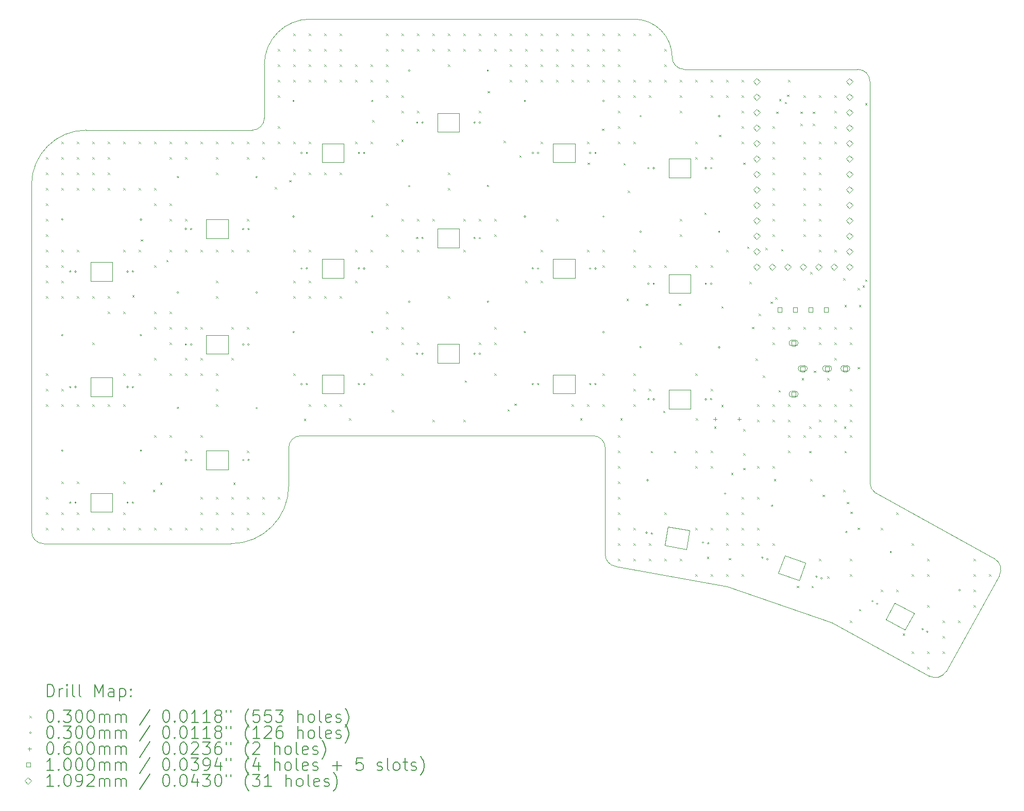
<source format=gbr>
%TF.GenerationSoftware,KiCad,Pcbnew,8.0.1*%
%TF.CreationDate,2024-05-31T00:09:48+02:00*%
%TF.ProjectId,cornia,636f726e-6961-42e6-9b69-6361645f7063,rev?*%
%TF.SameCoordinates,Original*%
%TF.FileFunction,Drillmap*%
%TF.FilePolarity,Positive*%
%FSLAX45Y45*%
G04 Gerber Fmt 4.5, Leading zero omitted, Abs format (unit mm)*
G04 Created by KiCad (PCBNEW 8.0.1) date 2024-05-31 00:09:48*
%MOMM*%
%LPD*%
G01*
G04 APERTURE LIST*
%ADD10C,0.050000*%
%ADD11C,0.100000*%
%ADD12C,0.200000*%
%ADD13C,0.109220*%
G04 APERTURE END LIST*
D10*
X5691860Y-3418875D02*
X5691860Y-2543875D01*
X17691860Y-10668875D02*
G75*
G02*
X17766854Y-10943872I-100000J-174995D01*
G01*
X13291860Y-11118875D02*
X15016860Y-11718875D01*
X2066860Y-10418875D02*
G75*
G02*
X1866865Y-10218875I0J199995D01*
G01*
X2766860Y-3618875D02*
X5491860Y-3618875D01*
X5691860Y-3418875D02*
G75*
G02*
X5491860Y-3618875I-200000J0D01*
G01*
X15641860Y-2818875D02*
X15641860Y-9418875D01*
X11463576Y-10791865D02*
G75*
G02*
X11291855Y-10593875I28284J197995D01*
G01*
X6441860Y-1793875D02*
X11766860Y-1793875D01*
X6091860Y-8843875D02*
G75*
G02*
X6291860Y-8643875I200000J0D01*
G01*
X17766860Y-10943875D02*
X16891860Y-12518875D01*
X4266860Y-10418875D02*
X5141860Y-10418875D01*
X3966860Y-10418875D02*
X4266860Y-10418875D01*
X12591860Y-2618875D02*
G75*
G02*
X12391865Y-2418875I0J199995D01*
G01*
X6091860Y-9468875D02*
X6091860Y-8843875D01*
X6091860Y-9468875D02*
G75*
G02*
X5141860Y-10418875I-950000J0D01*
G01*
X5691860Y-2543875D02*
G75*
G02*
X6441860Y-1793875I750000J0D01*
G01*
X11463576Y-10791865D02*
X13291860Y-11118875D01*
X11091860Y-8643875D02*
G75*
G02*
X11291855Y-8843875I0J-199995D01*
G01*
X15441860Y-2618875D02*
G75*
G02*
X15641855Y-2818875I0J-199995D01*
G01*
X1866860Y-4518875D02*
G75*
G02*
X2766860Y-3618875I900000J0D01*
G01*
X1866860Y-4518875D02*
X1866860Y-10218875D01*
X15730920Y-9585285D02*
X17691860Y-10668875D01*
X11291860Y-10593875D02*
X11291860Y-8843875D01*
X15730920Y-9585285D02*
G75*
G02*
X15641856Y-9418875I110940J166415D01*
G01*
X11766860Y-1793875D02*
G75*
G02*
X12391865Y-2418875I0J-625005D01*
G01*
X16891860Y-12518875D02*
G75*
G02*
X16616859Y-12593877I-175000J99995D01*
G01*
X12591860Y-2618875D02*
X15441860Y-2618875D01*
X15016860Y-11718875D02*
X16616860Y-12593875D01*
X6291860Y-8643875D02*
X11091860Y-8643875D01*
X2066860Y-10418875D02*
X3966860Y-10418875D01*
D11*
X2836860Y-7688875D02*
X2836860Y-7998875D01*
X2836860Y-7998875D02*
X3196860Y-7998875D01*
X3196860Y-7688875D02*
X2836860Y-7688875D01*
X3196860Y-7998875D02*
X3196860Y-7688875D01*
X15900756Y-11663377D02*
X16215527Y-11838073D01*
X16051188Y-11392324D02*
X15900756Y-11663377D01*
X16215527Y-11838073D02*
X16365960Y-11567020D01*
X16365960Y-11567020D02*
X16051188Y-11392324D01*
X4736860Y-5088875D02*
X4736860Y-5398875D01*
X4736860Y-5398875D02*
X5096860Y-5398875D01*
X5096860Y-5088875D02*
X4736860Y-5088875D01*
X5096860Y-5398875D02*
X5096860Y-5088875D01*
X10436860Y-7638875D02*
X10436860Y-7948875D01*
X10436860Y-7948875D02*
X10796860Y-7948875D01*
X10796860Y-7638875D02*
X10436860Y-7638875D01*
X10796860Y-7948875D02*
X10796860Y-7638875D01*
X8536860Y-7138875D02*
X8536860Y-7448875D01*
X8536860Y-7448875D02*
X8896860Y-7448875D01*
X8896860Y-7138875D02*
X8536860Y-7138875D01*
X8896860Y-7448875D02*
X8896860Y-7138875D01*
X12336860Y-4088875D02*
X12336860Y-4398875D01*
X12336860Y-4398875D02*
X12696860Y-4398875D01*
X12696860Y-4088875D02*
X12336860Y-4088875D01*
X12696860Y-4398875D02*
X12696860Y-4088875D01*
X12272946Y-10447895D02*
X12627660Y-10509356D01*
X12325870Y-10142446D02*
X12272946Y-10447895D01*
X12627660Y-10509356D02*
X12680585Y-10203908D01*
X12680585Y-10203908D02*
X12325870Y-10142446D01*
X6636860Y-5738875D02*
X6636860Y-6048875D01*
X6636860Y-6048875D02*
X6996860Y-6048875D01*
X6996860Y-5738875D02*
X6636860Y-5738875D01*
X6996860Y-6048875D02*
X6996860Y-5738875D01*
X8536860Y-5238875D02*
X8536860Y-5548875D01*
X8536860Y-5548875D02*
X8896860Y-5548875D01*
X8896860Y-5238875D02*
X8536860Y-5238875D01*
X8896860Y-5548875D02*
X8896860Y-5238875D01*
X12336860Y-7888875D02*
X12336860Y-8198875D01*
X12336860Y-8198875D02*
X12696860Y-8198875D01*
X12696860Y-7888875D02*
X12336860Y-7888875D01*
X12696860Y-8198875D02*
X12696860Y-7888875D01*
X14137539Y-10903118D02*
X14477036Y-11022874D01*
X14240662Y-10610773D02*
X14137539Y-10903118D01*
X14477036Y-11022874D02*
X14580159Y-10730529D01*
X14580159Y-10730529D02*
X14240662Y-10610773D01*
X6636860Y-7638875D02*
X6636860Y-7948875D01*
X6636860Y-7948875D02*
X6996860Y-7948875D01*
X6996860Y-7638875D02*
X6636860Y-7638875D01*
X6996860Y-7948875D02*
X6996860Y-7638875D01*
X6636860Y-3838875D02*
X6636860Y-4148875D01*
X6636860Y-4148875D02*
X6996860Y-4148875D01*
X6996860Y-3838875D02*
X6636860Y-3838875D01*
X6996860Y-4148875D02*
X6996860Y-3838875D01*
X10436860Y-5738875D02*
X10436860Y-6048875D01*
X10436860Y-6048875D02*
X10796860Y-6048875D01*
X10796860Y-5738875D02*
X10436860Y-5738875D01*
X10796860Y-6048875D02*
X10796860Y-5738875D01*
X10436860Y-3838875D02*
X10436860Y-4148875D01*
X10436860Y-4148875D02*
X10796860Y-4148875D01*
X10796860Y-3838875D02*
X10436860Y-3838875D01*
X10796860Y-4148875D02*
X10796860Y-3838875D01*
X12336860Y-5988875D02*
X12336860Y-6298875D01*
X12336860Y-6298875D02*
X12696860Y-6298875D01*
X12696860Y-5988875D02*
X12336860Y-5988875D01*
X12696860Y-6298875D02*
X12696860Y-5988875D01*
X2836860Y-9588875D02*
X2836860Y-9898875D01*
X2836860Y-9898875D02*
X3196860Y-9898875D01*
X3196860Y-9588875D02*
X2836860Y-9588875D01*
X3196860Y-9898875D02*
X3196860Y-9588875D01*
X4736860Y-8888875D02*
X4736860Y-9198875D01*
X4736860Y-9198875D02*
X5096860Y-9198875D01*
X5096860Y-8888875D02*
X4736860Y-8888875D01*
X5096860Y-9198875D02*
X5096860Y-8888875D01*
X4736860Y-6988875D02*
X4736860Y-7298875D01*
X4736860Y-7298875D02*
X5096860Y-7298875D01*
X5096860Y-6988875D02*
X4736860Y-6988875D01*
X5096860Y-7298875D02*
X5096860Y-6988875D01*
X2836860Y-5788875D02*
X2836860Y-6098875D01*
X2836860Y-6098875D02*
X3196860Y-6098875D01*
X3196860Y-5788875D02*
X2836860Y-5788875D01*
X3196860Y-6098875D02*
X3196860Y-5788875D01*
X8536860Y-3338875D02*
X8536860Y-3648875D01*
X8536860Y-3648875D02*
X8896860Y-3648875D01*
X8896860Y-3338875D02*
X8536860Y-3338875D01*
X8896860Y-3648875D02*
X8896860Y-3338875D01*
D12*
D11*
X2103360Y-4062375D02*
X2133360Y-4092375D01*
X2133360Y-4062375D02*
X2103360Y-4092375D01*
X2103360Y-4316375D02*
X2133360Y-4346375D01*
X2133360Y-4316375D02*
X2103360Y-4346375D01*
X2103360Y-4570375D02*
X2133360Y-4600375D01*
X2133360Y-4570375D02*
X2103360Y-4600375D01*
X2103360Y-4824375D02*
X2133360Y-4854375D01*
X2133360Y-4824375D02*
X2103360Y-4854375D01*
X2103360Y-5078375D02*
X2133360Y-5108375D01*
X2133360Y-5078375D02*
X2103360Y-5108375D01*
X2103360Y-5332375D02*
X2133360Y-5362375D01*
X2133360Y-5332375D02*
X2103360Y-5362375D01*
X2103360Y-5586375D02*
X2133360Y-5616375D01*
X2133360Y-5586375D02*
X2103360Y-5616375D01*
X2103360Y-5840375D02*
X2133360Y-5870375D01*
X2133360Y-5840375D02*
X2103360Y-5870375D01*
X2103360Y-6094375D02*
X2133360Y-6124375D01*
X2133360Y-6094375D02*
X2103360Y-6124375D01*
X2103360Y-6348375D02*
X2133360Y-6378375D01*
X2133360Y-6348375D02*
X2103360Y-6378375D01*
X2103360Y-7618375D02*
X2133360Y-7648375D01*
X2133360Y-7618375D02*
X2103360Y-7648375D01*
X2103360Y-7872375D02*
X2133360Y-7902375D01*
X2133360Y-7872375D02*
X2103360Y-7902375D01*
X2103360Y-8126375D02*
X2133360Y-8156375D01*
X2133360Y-8126375D02*
X2103360Y-8156375D01*
X2103360Y-9650375D02*
X2133360Y-9680375D01*
X2133360Y-9650375D02*
X2103360Y-9680375D01*
X2103360Y-9904375D02*
X2133360Y-9934375D01*
X2133360Y-9904375D02*
X2103360Y-9934375D01*
X2103360Y-10158375D02*
X2133360Y-10188375D01*
X2133360Y-10158375D02*
X2103360Y-10188375D01*
X2357360Y-3808375D02*
X2387360Y-3838375D01*
X2387360Y-3808375D02*
X2357360Y-3838375D01*
X2357360Y-4062375D02*
X2387360Y-4092375D01*
X2387360Y-4062375D02*
X2357360Y-4092375D01*
X2357360Y-4316375D02*
X2387360Y-4346375D01*
X2387360Y-4316375D02*
X2357360Y-4346375D01*
X2357360Y-4570375D02*
X2387360Y-4600375D01*
X2387360Y-4570375D02*
X2357360Y-4600375D01*
X2357360Y-5586375D02*
X2387360Y-5616375D01*
X2387360Y-5586375D02*
X2357360Y-5616375D01*
X2357360Y-5840375D02*
X2387360Y-5870375D01*
X2387360Y-5840375D02*
X2357360Y-5870375D01*
X2357360Y-6094375D02*
X2387360Y-6124375D01*
X2387360Y-6094375D02*
X2357360Y-6124375D01*
X2357360Y-6348375D02*
X2387360Y-6378375D01*
X2387360Y-6348375D02*
X2357360Y-6378375D01*
X2357360Y-7872375D02*
X2387360Y-7902375D01*
X2387360Y-7872375D02*
X2357360Y-7902375D01*
X2357360Y-8126375D02*
X2387360Y-8156375D01*
X2387360Y-8126375D02*
X2357360Y-8156375D01*
X2357360Y-9396375D02*
X2387360Y-9426375D01*
X2387360Y-9396375D02*
X2357360Y-9426375D01*
X2357360Y-9904375D02*
X2387360Y-9934375D01*
X2387360Y-9904375D02*
X2357360Y-9934375D01*
X2357360Y-10158375D02*
X2387360Y-10188375D01*
X2387360Y-10158375D02*
X2357360Y-10188375D01*
X2611360Y-3808375D02*
X2641360Y-3838375D01*
X2641360Y-3808375D02*
X2611360Y-3838375D01*
X2611360Y-4062375D02*
X2641360Y-4092375D01*
X2641360Y-4062375D02*
X2611360Y-4092375D01*
X2611360Y-4316375D02*
X2641360Y-4346375D01*
X2641360Y-4316375D02*
X2611360Y-4346375D01*
X2611360Y-4570375D02*
X2641360Y-4600375D01*
X2641360Y-4570375D02*
X2611360Y-4600375D01*
X2611360Y-5586375D02*
X2641360Y-5616375D01*
X2641360Y-5586375D02*
X2611360Y-5616375D01*
X2611360Y-6348375D02*
X2641360Y-6378375D01*
X2641360Y-6348375D02*
X2611360Y-6378375D01*
X2611360Y-8126375D02*
X2641360Y-8156375D01*
X2641360Y-8126375D02*
X2611360Y-8156375D01*
X2611360Y-9396375D02*
X2641360Y-9426375D01*
X2641360Y-9396375D02*
X2611360Y-9426375D01*
X2611360Y-9904375D02*
X2641360Y-9934375D01*
X2641360Y-9904375D02*
X2611360Y-9934375D01*
X2611360Y-10158375D02*
X2641360Y-10188375D01*
X2641360Y-10158375D02*
X2611360Y-10188375D01*
X2865360Y-3808375D02*
X2895360Y-3838375D01*
X2895360Y-3808375D02*
X2865360Y-3838375D01*
X2865360Y-4062375D02*
X2895360Y-4092375D01*
X2895360Y-4062375D02*
X2865360Y-4092375D01*
X2865360Y-4316375D02*
X2895360Y-4346375D01*
X2895360Y-4316375D02*
X2865360Y-4346375D01*
X2865360Y-4570375D02*
X2895360Y-4600375D01*
X2895360Y-4570375D02*
X2865360Y-4600375D01*
X2865360Y-6348375D02*
X2895360Y-6378375D01*
X2895360Y-6348375D02*
X2865360Y-6378375D01*
X2865360Y-7110375D02*
X2895360Y-7140375D01*
X2895360Y-7110375D02*
X2865360Y-7140375D01*
X2865360Y-8126375D02*
X2895360Y-8156375D01*
X2895360Y-8126375D02*
X2865360Y-8156375D01*
X2865360Y-10158375D02*
X2895360Y-10188375D01*
X2895360Y-10158375D02*
X2865360Y-10188375D01*
X3119360Y-3808375D02*
X3149360Y-3838375D01*
X3149360Y-3808375D02*
X3119360Y-3838375D01*
X3119360Y-4062375D02*
X3149360Y-4092375D01*
X3149360Y-4062375D02*
X3119360Y-4092375D01*
X3119360Y-4316375D02*
X3149360Y-4346375D01*
X3149360Y-4316375D02*
X3119360Y-4346375D01*
X3119360Y-4570375D02*
X3149360Y-4600375D01*
X3149360Y-4570375D02*
X3119360Y-4600375D01*
X3119360Y-6348375D02*
X3149360Y-6378375D01*
X3149360Y-6348375D02*
X3119360Y-6378375D01*
X3119360Y-6602375D02*
X3149360Y-6632375D01*
X3149360Y-6602375D02*
X3119360Y-6632375D01*
X3119360Y-8126375D02*
X3149360Y-8156375D01*
X3149360Y-8126375D02*
X3119360Y-8156375D01*
X3119360Y-10158375D02*
X3149360Y-10188375D01*
X3149360Y-10158375D02*
X3119360Y-10188375D01*
X3373360Y-3808375D02*
X3403360Y-3838375D01*
X3403360Y-3808375D02*
X3373360Y-3838375D01*
X3373360Y-4570375D02*
X3403360Y-4600375D01*
X3403360Y-4570375D02*
X3373360Y-4600375D01*
X3373360Y-5586375D02*
X3403360Y-5616375D01*
X3403360Y-5586375D02*
X3373360Y-5616375D01*
X3373360Y-6602375D02*
X3403360Y-6632375D01*
X3403360Y-6602375D02*
X3373360Y-6632375D01*
X3373360Y-7618375D02*
X3403360Y-7648375D01*
X3403360Y-7618375D02*
X3373360Y-7648375D01*
X3373360Y-8126375D02*
X3403360Y-8156375D01*
X3403360Y-8126375D02*
X3373360Y-8156375D01*
X3373360Y-9396375D02*
X3403360Y-9426375D01*
X3403360Y-9396375D02*
X3373360Y-9426375D01*
X3373360Y-9904375D02*
X3403360Y-9934375D01*
X3403360Y-9904375D02*
X3373360Y-9934375D01*
X3373360Y-10158375D02*
X3403360Y-10188375D01*
X3403360Y-10158375D02*
X3373360Y-10188375D01*
X3521860Y-6333875D02*
X3551860Y-6363875D01*
X3551860Y-6333875D02*
X3521860Y-6363875D01*
X3627360Y-3808375D02*
X3657360Y-3838375D01*
X3657360Y-3808375D02*
X3627360Y-3838375D01*
X3627360Y-4570375D02*
X3657360Y-4600375D01*
X3657360Y-4570375D02*
X3627360Y-4600375D01*
X3627360Y-5586375D02*
X3657360Y-5616375D01*
X3657360Y-5586375D02*
X3627360Y-5616375D01*
X3627360Y-7618375D02*
X3657360Y-7648375D01*
X3657360Y-7618375D02*
X3627360Y-7648375D01*
X3627360Y-10158375D02*
X3657360Y-10188375D01*
X3657360Y-10158375D02*
X3627360Y-10188375D01*
X3661860Y-5413875D02*
X3691860Y-5443875D01*
X3691860Y-5413875D02*
X3661860Y-5443875D01*
X3861860Y-9533875D02*
X3891860Y-9563875D01*
X3891860Y-9533875D02*
X3861860Y-9563875D01*
X3881360Y-3808375D02*
X3911360Y-3838375D01*
X3911360Y-3808375D02*
X3881360Y-3838375D01*
X3881360Y-4570375D02*
X3911360Y-4600375D01*
X3911360Y-4570375D02*
X3881360Y-4600375D01*
X3881360Y-4824375D02*
X3911360Y-4854375D01*
X3911360Y-4824375D02*
X3881360Y-4854375D01*
X3881360Y-5840375D02*
X3911360Y-5870375D01*
X3911360Y-5840375D02*
X3881360Y-5870375D01*
X3881360Y-6602375D02*
X3911360Y-6632375D01*
X3911360Y-6602375D02*
X3881360Y-6632375D01*
X3881360Y-6856375D02*
X3911360Y-6886375D01*
X3911360Y-6856375D02*
X3881360Y-6886375D01*
X3881360Y-7364375D02*
X3911360Y-7394375D01*
X3911360Y-7364375D02*
X3881360Y-7394375D01*
X3881360Y-8634375D02*
X3911360Y-8664375D01*
X3911360Y-8634375D02*
X3881360Y-8664375D01*
X3881360Y-10158375D02*
X3911360Y-10188375D01*
X3911360Y-10158375D02*
X3881360Y-10188375D01*
X3981860Y-9413875D02*
X4011860Y-9443875D01*
X4011860Y-9413875D02*
X3981860Y-9443875D01*
X4081860Y-5753875D02*
X4111860Y-5783875D01*
X4111860Y-5753875D02*
X4081860Y-5783875D01*
X4135360Y-3808375D02*
X4165360Y-3838375D01*
X4165360Y-3808375D02*
X4135360Y-3838375D01*
X4135360Y-4062375D02*
X4165360Y-4092375D01*
X4165360Y-4062375D02*
X4135360Y-4092375D01*
X4135360Y-4824375D02*
X4165360Y-4854375D01*
X4165360Y-4824375D02*
X4135360Y-4854375D01*
X4135360Y-5078375D02*
X4165360Y-5108375D01*
X4165360Y-5078375D02*
X4135360Y-5108375D01*
X4135360Y-5586375D02*
X4165360Y-5616375D01*
X4165360Y-5586375D02*
X4135360Y-5616375D01*
X4135360Y-6602375D02*
X4165360Y-6632375D01*
X4165360Y-6602375D02*
X4135360Y-6632375D01*
X4135360Y-6856375D02*
X4165360Y-6886375D01*
X4165360Y-6856375D02*
X4135360Y-6886375D01*
X4135360Y-7110375D02*
X4165360Y-7140375D01*
X4165360Y-7110375D02*
X4135360Y-7140375D01*
X4135360Y-7618375D02*
X4165360Y-7648375D01*
X4165360Y-7618375D02*
X4135360Y-7648375D01*
X4135360Y-8634375D02*
X4165360Y-8664375D01*
X4165360Y-8634375D02*
X4135360Y-8664375D01*
X4135360Y-10158375D02*
X4165360Y-10188375D01*
X4165360Y-10158375D02*
X4135360Y-10188375D01*
X4389360Y-3808375D02*
X4419360Y-3838375D01*
X4419360Y-3808375D02*
X4389360Y-3838375D01*
X4389360Y-4062375D02*
X4419360Y-4092375D01*
X4419360Y-4062375D02*
X4389360Y-4092375D01*
X4389360Y-5078375D02*
X4419360Y-5108375D01*
X4419360Y-5078375D02*
X4389360Y-5108375D01*
X4389360Y-5586375D02*
X4419360Y-5616375D01*
X4419360Y-5586375D02*
X4389360Y-5616375D01*
X4389360Y-6856375D02*
X4419360Y-6886375D01*
X4419360Y-6856375D02*
X4389360Y-6886375D01*
X4389360Y-7364375D02*
X4419360Y-7394375D01*
X4419360Y-7364375D02*
X4389360Y-7394375D01*
X4389360Y-7618375D02*
X4419360Y-7648375D01*
X4419360Y-7618375D02*
X4389360Y-7648375D01*
X4389360Y-8888375D02*
X4419360Y-8918375D01*
X4419360Y-8888375D02*
X4389360Y-8918375D01*
X4389360Y-10158375D02*
X4419360Y-10188375D01*
X4419360Y-10158375D02*
X4389360Y-10188375D01*
X4643360Y-3808375D02*
X4673360Y-3838375D01*
X4673360Y-3808375D02*
X4643360Y-3838375D01*
X4643360Y-5586375D02*
X4673360Y-5616375D01*
X4673360Y-5586375D02*
X4643360Y-5616375D01*
X4643360Y-6856375D02*
X4673360Y-6886375D01*
X4673360Y-6856375D02*
X4643360Y-6886375D01*
X4643360Y-7364375D02*
X4673360Y-7394375D01*
X4673360Y-7364375D02*
X4643360Y-7394375D01*
X4643360Y-7618375D02*
X4673360Y-7648375D01*
X4673360Y-7618375D02*
X4643360Y-7648375D01*
X4643360Y-8634375D02*
X4673360Y-8664375D01*
X4673360Y-8634375D02*
X4643360Y-8664375D01*
X4643360Y-9650375D02*
X4673360Y-9680375D01*
X4673360Y-9650375D02*
X4643360Y-9680375D01*
X4643360Y-9904375D02*
X4673360Y-9934375D01*
X4673360Y-9904375D02*
X4643360Y-9934375D01*
X4643360Y-10158375D02*
X4673360Y-10188375D01*
X4673360Y-10158375D02*
X4643360Y-10188375D01*
X4897360Y-3808375D02*
X4927360Y-3838375D01*
X4927360Y-3808375D02*
X4897360Y-3838375D01*
X4897360Y-4062375D02*
X4927360Y-4092375D01*
X4927360Y-4062375D02*
X4897360Y-4092375D01*
X4897360Y-4316375D02*
X4927360Y-4346375D01*
X4927360Y-4316375D02*
X4897360Y-4346375D01*
X4897360Y-5586375D02*
X4927360Y-5616375D01*
X4927360Y-5586375D02*
X4897360Y-5616375D01*
X4897360Y-6094375D02*
X4927360Y-6124375D01*
X4927360Y-6094375D02*
X4897360Y-6124375D01*
X4897360Y-6348375D02*
X4927360Y-6378375D01*
X4927360Y-6348375D02*
X4897360Y-6378375D01*
X4897360Y-7618375D02*
X4927360Y-7648375D01*
X4927360Y-7618375D02*
X4897360Y-7648375D01*
X4897360Y-7872375D02*
X4927360Y-7902375D01*
X4927360Y-7872375D02*
X4897360Y-7902375D01*
X4897360Y-8126375D02*
X4927360Y-8156375D01*
X4927360Y-8126375D02*
X4897360Y-8156375D01*
X4897360Y-9650375D02*
X4927360Y-9680375D01*
X4927360Y-9650375D02*
X4897360Y-9680375D01*
X4897360Y-9904375D02*
X4927360Y-9934375D01*
X4927360Y-9904375D02*
X4897360Y-9934375D01*
X4897360Y-10158375D02*
X4927360Y-10188375D01*
X4927360Y-10158375D02*
X4897360Y-10188375D01*
X5151360Y-3808375D02*
X5181360Y-3838375D01*
X5181360Y-3808375D02*
X5151360Y-3838375D01*
X5151360Y-5586375D02*
X5181360Y-5616375D01*
X5181360Y-5586375D02*
X5151360Y-5616375D01*
X5151360Y-6856375D02*
X5181360Y-6886375D01*
X5181360Y-6856375D02*
X5151360Y-6886375D01*
X5151360Y-7364375D02*
X5181360Y-7394375D01*
X5181360Y-7364375D02*
X5151360Y-7394375D01*
X5151360Y-9650375D02*
X5181360Y-9680375D01*
X5181360Y-9650375D02*
X5151360Y-9680375D01*
X5151360Y-9904375D02*
X5181360Y-9934375D01*
X5181360Y-9904375D02*
X5151360Y-9934375D01*
X5151360Y-10158375D02*
X5181360Y-10188375D01*
X5181360Y-10158375D02*
X5151360Y-10188375D01*
X5181860Y-9413875D02*
X5211860Y-9443875D01*
X5211860Y-9413875D02*
X5181860Y-9443875D01*
X5405360Y-3808375D02*
X5435360Y-3838375D01*
X5435360Y-3808375D02*
X5405360Y-3838375D01*
X5405360Y-4062375D02*
X5435360Y-4092375D01*
X5435360Y-4062375D02*
X5405360Y-4092375D01*
X5405360Y-5078375D02*
X5435360Y-5108375D01*
X5435360Y-5078375D02*
X5405360Y-5108375D01*
X5405360Y-5586375D02*
X5435360Y-5616375D01*
X5435360Y-5586375D02*
X5405360Y-5616375D01*
X5405360Y-6856375D02*
X5435360Y-6886375D01*
X5435360Y-6856375D02*
X5405360Y-6886375D01*
X5405360Y-8888375D02*
X5435360Y-8918375D01*
X5435360Y-8888375D02*
X5405360Y-8918375D01*
X5405360Y-9650375D02*
X5435360Y-9680375D01*
X5435360Y-9650375D02*
X5405360Y-9680375D01*
X5405360Y-9904375D02*
X5435360Y-9934375D01*
X5435360Y-9904375D02*
X5405360Y-9934375D01*
X5405360Y-10158375D02*
X5435360Y-10188375D01*
X5435360Y-10158375D02*
X5405360Y-10188375D01*
X5659360Y-3808375D02*
X5689360Y-3838375D01*
X5689360Y-3808375D02*
X5659360Y-3838375D01*
X5659360Y-4062375D02*
X5689360Y-4092375D01*
X5689360Y-4062375D02*
X5659360Y-4092375D01*
X5659360Y-9650375D02*
X5689360Y-9680375D01*
X5689360Y-9650375D02*
X5659360Y-9680375D01*
X5659360Y-9904375D02*
X5689360Y-9934375D01*
X5689360Y-9904375D02*
X5659360Y-9934375D01*
X5861860Y-4553875D02*
X5891860Y-4583875D01*
X5891860Y-4553875D02*
X5861860Y-4583875D01*
X5913360Y-2284375D02*
X5943360Y-2314375D01*
X5943360Y-2284375D02*
X5913360Y-2314375D01*
X5913360Y-2538375D02*
X5943360Y-2568375D01*
X5943360Y-2538375D02*
X5913360Y-2568375D01*
X5913360Y-2792375D02*
X5943360Y-2822375D01*
X5943360Y-2792375D02*
X5913360Y-2822375D01*
X5913360Y-3046375D02*
X5943360Y-3076375D01*
X5943360Y-3046375D02*
X5913360Y-3076375D01*
X5913360Y-3554375D02*
X5943360Y-3584375D01*
X5943360Y-3554375D02*
X5913360Y-3584375D01*
X5913360Y-3808375D02*
X5943360Y-3838375D01*
X5943360Y-3808375D02*
X5913360Y-3838375D01*
X5913360Y-9650375D02*
X5943360Y-9680375D01*
X5943360Y-9650375D02*
X5913360Y-9680375D01*
X6099240Y-4441928D02*
X6129240Y-4471928D01*
X6129240Y-4441928D02*
X6099240Y-4471928D01*
X6167360Y-2030375D02*
X6197360Y-2060375D01*
X6197360Y-2030375D02*
X6167360Y-2060375D01*
X6167360Y-2284375D02*
X6197360Y-2314375D01*
X6197360Y-2284375D02*
X6167360Y-2314375D01*
X6167360Y-2538375D02*
X6197360Y-2568375D01*
X6197360Y-2538375D02*
X6167360Y-2568375D01*
X6167360Y-2792375D02*
X6197360Y-2822375D01*
X6197360Y-2792375D02*
X6167360Y-2822375D01*
X6167360Y-3808375D02*
X6197360Y-3838375D01*
X6197360Y-3808375D02*
X6167360Y-3838375D01*
X6167360Y-4316375D02*
X6197360Y-4346375D01*
X6197360Y-4316375D02*
X6167360Y-4346375D01*
X6167360Y-5586375D02*
X6197360Y-5616375D01*
X6197360Y-5586375D02*
X6167360Y-5616375D01*
X6167360Y-6094375D02*
X6197360Y-6124375D01*
X6197360Y-6094375D02*
X6167360Y-6124375D01*
X6167360Y-6348375D02*
X6197360Y-6378375D01*
X6197360Y-6348375D02*
X6167360Y-6378375D01*
X6167360Y-7618375D02*
X6197360Y-7648375D01*
X6197360Y-7618375D02*
X6167360Y-7648375D01*
X6341860Y-8363489D02*
X6371860Y-8393489D01*
X6371860Y-8363489D02*
X6341860Y-8393489D01*
X6421360Y-2030375D02*
X6451360Y-2060375D01*
X6451360Y-2030375D02*
X6421360Y-2060375D01*
X6421360Y-2284375D02*
X6451360Y-2314375D01*
X6451360Y-2284375D02*
X6421360Y-2314375D01*
X6421360Y-2538375D02*
X6451360Y-2568375D01*
X6451360Y-2538375D02*
X6421360Y-2568375D01*
X6421360Y-2792375D02*
X6451360Y-2822375D01*
X6451360Y-2792375D02*
X6421360Y-2822375D01*
X6421360Y-3808375D02*
X6451360Y-3838375D01*
X6451360Y-3808375D02*
X6421360Y-3838375D01*
X6421360Y-4316375D02*
X6451360Y-4346375D01*
X6451360Y-4316375D02*
X6421360Y-4346375D01*
X6421360Y-5586375D02*
X6451360Y-5616375D01*
X6451360Y-5586375D02*
X6421360Y-5616375D01*
X6421360Y-6094375D02*
X6451360Y-6124375D01*
X6451360Y-6094375D02*
X6421360Y-6124375D01*
X6421360Y-6348375D02*
X6451360Y-6378375D01*
X6451360Y-6348375D02*
X6421360Y-6378375D01*
X6421360Y-8126375D02*
X6451360Y-8156375D01*
X6451360Y-8126375D02*
X6421360Y-8156375D01*
X6675360Y-2030375D02*
X6705360Y-2060375D01*
X6705360Y-2030375D02*
X6675360Y-2060375D01*
X6675360Y-2284375D02*
X6705360Y-2314375D01*
X6705360Y-2284375D02*
X6675360Y-2314375D01*
X6675360Y-2538375D02*
X6705360Y-2568375D01*
X6705360Y-2538375D02*
X6675360Y-2568375D01*
X6675360Y-2792375D02*
X6705360Y-2822375D01*
X6705360Y-2792375D02*
X6675360Y-2822375D01*
X6675360Y-4316375D02*
X6705360Y-4346375D01*
X6705360Y-4316375D02*
X6675360Y-4346375D01*
X6675360Y-6348375D02*
X6705360Y-6378375D01*
X6705360Y-6348375D02*
X6675360Y-6378375D01*
X6675360Y-8126375D02*
X6705360Y-8156375D01*
X6705360Y-8126375D02*
X6675360Y-8156375D01*
X6929360Y-2030375D02*
X6959360Y-2060375D01*
X6959360Y-2030375D02*
X6929360Y-2060375D01*
X6929360Y-2284375D02*
X6959360Y-2314375D01*
X6959360Y-2284375D02*
X6929360Y-2314375D01*
X6929360Y-2538375D02*
X6959360Y-2568375D01*
X6959360Y-2538375D02*
X6929360Y-2568375D01*
X6929360Y-2792375D02*
X6959360Y-2822375D01*
X6959360Y-2792375D02*
X6929360Y-2822375D01*
X6929360Y-4316375D02*
X6959360Y-4346375D01*
X6959360Y-4316375D02*
X6929360Y-4346375D01*
X6929360Y-6348375D02*
X6959360Y-6378375D01*
X6959360Y-6348375D02*
X6929360Y-6378375D01*
X6929360Y-8126375D02*
X6959360Y-8156375D01*
X6959360Y-8126375D02*
X6929360Y-8156375D01*
X7081860Y-8353875D02*
X7111860Y-8383875D01*
X7111860Y-8353875D02*
X7081860Y-8383875D01*
X7183360Y-2538375D02*
X7213360Y-2568375D01*
X7213360Y-2538375D02*
X7183360Y-2568375D01*
X7183360Y-2792375D02*
X7213360Y-2822375D01*
X7213360Y-2792375D02*
X7183360Y-2822375D01*
X7183360Y-3808375D02*
X7213360Y-3838375D01*
X7213360Y-3808375D02*
X7183360Y-3838375D01*
X7183360Y-5586375D02*
X7213360Y-5616375D01*
X7213360Y-5586375D02*
X7183360Y-5616375D01*
X7183360Y-6094375D02*
X7213360Y-6124375D01*
X7213360Y-6094375D02*
X7183360Y-6124375D01*
X7437360Y-2538375D02*
X7467360Y-2568375D01*
X7467360Y-2538375D02*
X7437360Y-2568375D01*
X7437360Y-2792375D02*
X7467360Y-2822375D01*
X7467360Y-2792375D02*
X7437360Y-2822375D01*
X7437360Y-3808375D02*
X7467360Y-3838375D01*
X7467360Y-3808375D02*
X7437360Y-3838375D01*
X7437360Y-5586375D02*
X7467360Y-5616375D01*
X7467360Y-5586375D02*
X7437360Y-5616375D01*
X7437360Y-7618375D02*
X7467360Y-7648375D01*
X7467360Y-7618375D02*
X7437360Y-7648375D01*
X7461860Y-3453875D02*
X7491860Y-3483875D01*
X7491860Y-3453875D02*
X7461860Y-3483875D01*
X7691360Y-2030375D02*
X7721360Y-2060375D01*
X7721360Y-2030375D02*
X7691360Y-2060375D01*
X7691360Y-2284375D02*
X7721360Y-2314375D01*
X7721360Y-2284375D02*
X7691360Y-2314375D01*
X7691360Y-2538375D02*
X7721360Y-2568375D01*
X7721360Y-2538375D02*
X7691360Y-2568375D01*
X7691360Y-2792375D02*
X7721360Y-2822375D01*
X7721360Y-2792375D02*
X7691360Y-2822375D01*
X7691360Y-3046375D02*
X7721360Y-3076375D01*
X7721360Y-3046375D02*
X7691360Y-3076375D01*
X7691360Y-4824375D02*
X7721360Y-4854375D01*
X7721360Y-4824375D02*
X7691360Y-4854375D01*
X7691360Y-5332375D02*
X7721360Y-5362375D01*
X7721360Y-5332375D02*
X7691360Y-5362375D01*
X7691360Y-5840375D02*
X7721360Y-5870375D01*
X7721360Y-5840375D02*
X7691360Y-5870375D01*
X7691360Y-6602375D02*
X7721360Y-6632375D01*
X7721360Y-6602375D02*
X7691360Y-6632375D01*
X7691360Y-6856375D02*
X7721360Y-6886375D01*
X7721360Y-6856375D02*
X7691360Y-6886375D01*
X7691360Y-7364375D02*
X7721360Y-7394375D01*
X7721360Y-7364375D02*
X7691360Y-7394375D01*
X7786680Y-8218695D02*
X7816680Y-8248695D01*
X7816680Y-8218695D02*
X7786680Y-8248695D01*
X7861860Y-3833875D02*
X7891860Y-3863875D01*
X7891860Y-3833875D02*
X7861860Y-3863875D01*
X7941860Y-3773875D02*
X7971860Y-3803875D01*
X7971860Y-3773875D02*
X7941860Y-3803875D01*
X7945360Y-2030375D02*
X7975360Y-2060375D01*
X7975360Y-2030375D02*
X7945360Y-2060375D01*
X7945360Y-2284375D02*
X7975360Y-2314375D01*
X7975360Y-2284375D02*
X7945360Y-2314375D01*
X7945360Y-3046375D02*
X7975360Y-3076375D01*
X7975360Y-3046375D02*
X7945360Y-3076375D01*
X7945360Y-3300375D02*
X7975360Y-3330375D01*
X7975360Y-3300375D02*
X7945360Y-3330375D01*
X7945360Y-5078375D02*
X7975360Y-5108375D01*
X7975360Y-5078375D02*
X7945360Y-5108375D01*
X7945360Y-5586375D02*
X7975360Y-5616375D01*
X7975360Y-5586375D02*
X7945360Y-5616375D01*
X7945360Y-6856375D02*
X7975360Y-6886375D01*
X7975360Y-6856375D02*
X7945360Y-6886375D01*
X7945360Y-7110375D02*
X7975360Y-7140375D01*
X7975360Y-7110375D02*
X7945360Y-7140375D01*
X7945360Y-7618375D02*
X7975360Y-7648375D01*
X7975360Y-7618375D02*
X7945360Y-7648375D01*
X8199360Y-2030375D02*
X8229360Y-2060375D01*
X8229360Y-2030375D02*
X8199360Y-2060375D01*
X8199360Y-2284375D02*
X8229360Y-2314375D01*
X8229360Y-2284375D02*
X8199360Y-2314375D01*
X8199360Y-3300375D02*
X8229360Y-3330375D01*
X8229360Y-3300375D02*
X8199360Y-3330375D01*
X8199360Y-5078375D02*
X8229360Y-5108375D01*
X8229360Y-5078375D02*
X8199360Y-5108375D01*
X8199360Y-5586375D02*
X8229360Y-5616375D01*
X8229360Y-5586375D02*
X8199360Y-5616375D01*
X8199360Y-7110375D02*
X8229360Y-7140375D01*
X8229360Y-7110375D02*
X8199360Y-7140375D01*
X8453360Y-2030375D02*
X8483360Y-2060375D01*
X8483360Y-2030375D02*
X8453360Y-2060375D01*
X8453360Y-2284375D02*
X8483360Y-2314375D01*
X8483360Y-2284375D02*
X8453360Y-2314375D01*
X8453360Y-5078375D02*
X8483360Y-5108375D01*
X8483360Y-5078375D02*
X8453360Y-5108375D01*
X8453360Y-8380375D02*
X8483360Y-8410375D01*
X8483360Y-8380375D02*
X8453360Y-8410375D01*
X8707360Y-2030375D02*
X8737360Y-2060375D01*
X8737360Y-2030375D02*
X8707360Y-2060375D01*
X8707360Y-2284375D02*
X8737360Y-2314375D01*
X8737360Y-2284375D02*
X8707360Y-2314375D01*
X8707360Y-2538375D02*
X8737360Y-2568375D01*
X8737360Y-2538375D02*
X8707360Y-2568375D01*
X8707360Y-4316375D02*
X8737360Y-4346375D01*
X8737360Y-4316375D02*
X8707360Y-4346375D01*
X8707360Y-4570375D02*
X8737360Y-4600375D01*
X8737360Y-4570375D02*
X8707360Y-4600375D01*
X8707360Y-6348375D02*
X8737360Y-6378375D01*
X8737360Y-6348375D02*
X8707360Y-6378375D01*
X8961360Y-2030375D02*
X8991360Y-2060375D01*
X8991360Y-2030375D02*
X8961360Y-2060375D01*
X8961360Y-2284375D02*
X8991360Y-2314375D01*
X8991360Y-2284375D02*
X8961360Y-2314375D01*
X8961360Y-5078375D02*
X8991360Y-5108375D01*
X8991360Y-5078375D02*
X8961360Y-5108375D01*
X8961360Y-5586375D02*
X8991360Y-5616375D01*
X8991360Y-5586375D02*
X8961360Y-5616375D01*
X8961360Y-8380375D02*
X8991360Y-8410375D01*
X8991360Y-8380375D02*
X8961360Y-8410375D01*
X8981860Y-7732442D02*
X9011860Y-7762442D01*
X9011860Y-7732442D02*
X8981860Y-7762442D01*
X9215360Y-2030375D02*
X9245360Y-2060375D01*
X9245360Y-2030375D02*
X9215360Y-2060375D01*
X9215360Y-2284375D02*
X9245360Y-2314375D01*
X9245360Y-2284375D02*
X9215360Y-2314375D01*
X9215360Y-3300375D02*
X9245360Y-3330375D01*
X9245360Y-3300375D02*
X9215360Y-3330375D01*
X9215360Y-5078375D02*
X9245360Y-5108375D01*
X9245360Y-5078375D02*
X9215360Y-5108375D01*
X9215360Y-7110375D02*
X9245360Y-7140375D01*
X9245360Y-7110375D02*
X9215360Y-7140375D01*
X9361860Y-2973875D02*
X9391860Y-3003875D01*
X9391860Y-2973875D02*
X9361860Y-3003875D01*
X9469360Y-2030375D02*
X9499360Y-2060375D01*
X9499360Y-2030375D02*
X9469360Y-2060375D01*
X9469360Y-2284375D02*
X9499360Y-2314375D01*
X9499360Y-2284375D02*
X9469360Y-2314375D01*
X9469360Y-5078375D02*
X9499360Y-5108375D01*
X9499360Y-5078375D02*
X9469360Y-5108375D01*
X9469360Y-5332375D02*
X9499360Y-5362375D01*
X9499360Y-5332375D02*
X9469360Y-5362375D01*
X9469360Y-6856375D02*
X9499360Y-6886375D01*
X9499360Y-6856375D02*
X9469360Y-6886375D01*
X9469360Y-7110375D02*
X9499360Y-7140375D01*
X9499360Y-7110375D02*
X9469360Y-7140375D01*
X9469360Y-7618375D02*
X9499360Y-7648375D01*
X9499360Y-7618375D02*
X9469360Y-7648375D01*
X9621860Y-3793875D02*
X9651860Y-3823875D01*
X9651860Y-3793875D02*
X9621860Y-3823875D01*
X9688047Y-8207688D02*
X9718047Y-8237688D01*
X9718047Y-8207688D02*
X9688047Y-8237688D01*
X9723360Y-2030375D02*
X9753360Y-2060375D01*
X9753360Y-2030375D02*
X9723360Y-2060375D01*
X9723360Y-2284375D02*
X9753360Y-2314375D01*
X9753360Y-2284375D02*
X9723360Y-2314375D01*
X9723360Y-2538375D02*
X9753360Y-2568375D01*
X9753360Y-2538375D02*
X9723360Y-2568375D01*
X9723360Y-2792375D02*
X9753360Y-2822375D01*
X9753360Y-2792375D02*
X9723360Y-2822375D01*
X9801860Y-8113875D02*
X9831860Y-8143875D01*
X9831860Y-8113875D02*
X9801860Y-8143875D01*
X9881860Y-4033875D02*
X9911860Y-4063875D01*
X9911860Y-4033875D02*
X9881860Y-4063875D01*
X9977360Y-2030375D02*
X10007360Y-2060375D01*
X10007360Y-2030375D02*
X9977360Y-2060375D01*
X9977360Y-2284375D02*
X10007360Y-2314375D01*
X10007360Y-2284375D02*
X9977360Y-2314375D01*
X9977360Y-2538375D02*
X10007360Y-2568375D01*
X10007360Y-2538375D02*
X9977360Y-2568375D01*
X9977360Y-2792375D02*
X10007360Y-2822375D01*
X10007360Y-2792375D02*
X9977360Y-2822375D01*
X9977360Y-6094375D02*
X10007360Y-6124375D01*
X10007360Y-6094375D02*
X9977360Y-6124375D01*
X10231360Y-2030375D02*
X10261360Y-2060375D01*
X10261360Y-2030375D02*
X10231360Y-2060375D01*
X10231360Y-2284375D02*
X10261360Y-2314375D01*
X10261360Y-2284375D02*
X10231360Y-2314375D01*
X10231360Y-2538375D02*
X10261360Y-2568375D01*
X10261360Y-2538375D02*
X10231360Y-2568375D01*
X10231360Y-2792375D02*
X10261360Y-2822375D01*
X10261360Y-2792375D02*
X10231360Y-2822375D01*
X10231360Y-3808375D02*
X10261360Y-3838375D01*
X10261360Y-3808375D02*
X10231360Y-3838375D01*
X10231360Y-5586375D02*
X10261360Y-5616375D01*
X10261360Y-5586375D02*
X10231360Y-5616375D01*
X10231360Y-6094375D02*
X10261360Y-6124375D01*
X10261360Y-6094375D02*
X10231360Y-6124375D01*
X10485360Y-2030375D02*
X10515360Y-2060375D01*
X10515360Y-2030375D02*
X10485360Y-2060375D01*
X10485360Y-2284375D02*
X10515360Y-2314375D01*
X10515360Y-2284375D02*
X10485360Y-2314375D01*
X10485360Y-2538375D02*
X10515360Y-2568375D01*
X10515360Y-2538375D02*
X10485360Y-2568375D01*
X10485360Y-2792375D02*
X10515360Y-2822375D01*
X10515360Y-2792375D02*
X10485360Y-2822375D01*
X10485360Y-5078375D02*
X10515360Y-5108375D01*
X10515360Y-5078375D02*
X10485360Y-5108375D01*
X10739360Y-2030375D02*
X10769360Y-2060375D01*
X10769360Y-2030375D02*
X10739360Y-2060375D01*
X10739360Y-2284375D02*
X10769360Y-2314375D01*
X10769360Y-2284375D02*
X10739360Y-2314375D01*
X10739360Y-2538375D02*
X10769360Y-2568375D01*
X10769360Y-2538375D02*
X10739360Y-2568375D01*
X10739360Y-2792375D02*
X10769360Y-2822375D01*
X10769360Y-2792375D02*
X10739360Y-2822375D01*
X10739360Y-8126375D02*
X10769360Y-8156375D01*
X10769360Y-8126375D02*
X10739360Y-8156375D01*
X10881860Y-8353875D02*
X10911860Y-8383875D01*
X10911860Y-8353875D02*
X10881860Y-8383875D01*
X10993360Y-2030375D02*
X11023360Y-2060375D01*
X11023360Y-2030375D02*
X10993360Y-2060375D01*
X10993360Y-2284375D02*
X11023360Y-2314375D01*
X11023360Y-2284375D02*
X10993360Y-2314375D01*
X10993360Y-2538375D02*
X11023360Y-2568375D01*
X11023360Y-2538375D02*
X10993360Y-2568375D01*
X10993360Y-2792375D02*
X11023360Y-2822375D01*
X11023360Y-2792375D02*
X10993360Y-2822375D01*
X10993360Y-3808375D02*
X11023360Y-3838375D01*
X11023360Y-3808375D02*
X10993360Y-3838375D01*
X10993360Y-5586375D02*
X11023360Y-5616375D01*
X11023360Y-5586375D02*
X10993360Y-5616375D01*
X10993360Y-8126375D02*
X11023360Y-8156375D01*
X11023360Y-8126375D02*
X10993360Y-8156375D01*
X11001860Y-4153875D02*
X11031860Y-4183875D01*
X11031860Y-4153875D02*
X11001860Y-4183875D01*
X11241860Y-3593875D02*
X11271860Y-3623875D01*
X11271860Y-3593875D02*
X11241860Y-3623875D01*
X11247360Y-2030375D02*
X11277360Y-2060375D01*
X11277360Y-2030375D02*
X11247360Y-2060375D01*
X11247360Y-2284375D02*
X11277360Y-2314375D01*
X11277360Y-2284375D02*
X11247360Y-2314375D01*
X11247360Y-2538375D02*
X11277360Y-2568375D01*
X11277360Y-2538375D02*
X11247360Y-2568375D01*
X11247360Y-2792375D02*
X11277360Y-2822375D01*
X11277360Y-2792375D02*
X11247360Y-2822375D01*
X11247360Y-5586375D02*
X11277360Y-5616375D01*
X11277360Y-5586375D02*
X11247360Y-5616375D01*
X11247360Y-5840375D02*
X11277360Y-5870375D01*
X11277360Y-5840375D02*
X11247360Y-5870375D01*
X11247360Y-7618375D02*
X11277360Y-7648375D01*
X11277360Y-7618375D02*
X11247360Y-7648375D01*
X11247360Y-8126375D02*
X11277360Y-8156375D01*
X11277360Y-8126375D02*
X11247360Y-8156375D01*
X11501360Y-2030375D02*
X11531360Y-2060375D01*
X11531360Y-2030375D02*
X11501360Y-2060375D01*
X11501360Y-2284375D02*
X11531360Y-2314375D01*
X11531360Y-2284375D02*
X11501360Y-2314375D01*
X11501360Y-2538375D02*
X11531360Y-2568375D01*
X11531360Y-2538375D02*
X11501360Y-2568375D01*
X11501360Y-2792375D02*
X11531360Y-2822375D01*
X11531360Y-2792375D02*
X11501360Y-2822375D01*
X11501360Y-3046375D02*
X11531360Y-3076375D01*
X11531360Y-3046375D02*
X11501360Y-3076375D01*
X11501360Y-3300375D02*
X11531360Y-3330375D01*
X11531360Y-3300375D02*
X11501360Y-3330375D01*
X11501360Y-3554375D02*
X11531360Y-3584375D01*
X11531360Y-3554375D02*
X11501360Y-3584375D01*
X11501360Y-3808375D02*
X11531360Y-3838375D01*
X11531360Y-3808375D02*
X11501360Y-3838375D01*
X11501360Y-8634375D02*
X11531360Y-8664375D01*
X11531360Y-8634375D02*
X11501360Y-8664375D01*
X11501360Y-8888375D02*
X11531360Y-8918375D01*
X11531360Y-8888375D02*
X11501360Y-8918375D01*
X11501360Y-9142375D02*
X11531360Y-9172375D01*
X11531360Y-9142375D02*
X11501360Y-9172375D01*
X11501360Y-9396375D02*
X11531360Y-9426375D01*
X11531360Y-9396375D02*
X11501360Y-9426375D01*
X11501360Y-9650375D02*
X11531360Y-9680375D01*
X11531360Y-9650375D02*
X11501360Y-9680375D01*
X11501360Y-9904375D02*
X11531360Y-9934375D01*
X11531360Y-9904375D02*
X11501360Y-9934375D01*
X11501360Y-10158375D02*
X11531360Y-10188375D01*
X11531360Y-10158375D02*
X11501360Y-10188375D01*
X11501360Y-10412375D02*
X11531360Y-10442375D01*
X11531360Y-10412375D02*
X11501360Y-10442375D01*
X11501360Y-10666375D02*
X11531360Y-10696375D01*
X11531360Y-10666375D02*
X11501360Y-10696375D01*
X11541860Y-8353875D02*
X11571860Y-8383875D01*
X11571860Y-8353875D02*
X11541860Y-8383875D01*
X11592202Y-4161375D02*
X11622202Y-4191375D01*
X11622202Y-4161375D02*
X11592202Y-4191375D01*
X11641860Y-6393875D02*
X11671860Y-6423875D01*
X11671860Y-6393875D02*
X11641860Y-6423875D01*
X11662260Y-4613044D02*
X11692260Y-4643044D01*
X11692260Y-4613044D02*
X11662260Y-4643044D01*
X11755360Y-2030375D02*
X11785360Y-2060375D01*
X11785360Y-2030375D02*
X11755360Y-2060375D01*
X11755360Y-2792375D02*
X11785360Y-2822375D01*
X11785360Y-2792375D02*
X11755360Y-2822375D01*
X11755360Y-3046375D02*
X11785360Y-3076375D01*
X11785360Y-3046375D02*
X11755360Y-3076375D01*
X11755360Y-3808375D02*
X11785360Y-3838375D01*
X11785360Y-3808375D02*
X11755360Y-3838375D01*
X11755360Y-5586375D02*
X11785360Y-5616375D01*
X11785360Y-5586375D02*
X11755360Y-5616375D01*
X11755360Y-5840375D02*
X11785360Y-5870375D01*
X11785360Y-5840375D02*
X11755360Y-5870375D01*
X11755360Y-7618375D02*
X11785360Y-7648375D01*
X11785360Y-7618375D02*
X11755360Y-7648375D01*
X11755360Y-7872375D02*
X11785360Y-7902375D01*
X11785360Y-7872375D02*
X11755360Y-7902375D01*
X11755360Y-8126375D02*
X11785360Y-8156375D01*
X11785360Y-8126375D02*
X11755360Y-8156375D01*
X11755360Y-10158375D02*
X11785360Y-10188375D01*
X11785360Y-10158375D02*
X11755360Y-10188375D01*
X11755360Y-10412375D02*
X11785360Y-10442375D01*
X11785360Y-10412375D02*
X11755360Y-10442375D01*
X11755360Y-10666375D02*
X11785360Y-10696375D01*
X11785360Y-10666375D02*
X11755360Y-10696375D01*
X11961860Y-6473875D02*
X11991860Y-6503875D01*
X11991860Y-6473875D02*
X11961860Y-6503875D01*
X12009360Y-2030375D02*
X12039360Y-2060375D01*
X12039360Y-2030375D02*
X12009360Y-2060375D01*
X12009360Y-2792375D02*
X12039360Y-2822375D01*
X12039360Y-2792375D02*
X12009360Y-2822375D01*
X12009360Y-3046375D02*
X12039360Y-3076375D01*
X12039360Y-3046375D02*
X12009360Y-3076375D01*
X12009360Y-5840375D02*
X12039360Y-5870375D01*
X12039360Y-5840375D02*
X12009360Y-5870375D01*
X12009360Y-7872375D02*
X12039360Y-7902375D01*
X12039360Y-7872375D02*
X12009360Y-7902375D01*
X12009360Y-10412375D02*
X12039360Y-10442375D01*
X12039360Y-10412375D02*
X12009360Y-10442375D01*
X12009360Y-10666375D02*
X12039360Y-10696375D01*
X12039360Y-10666375D02*
X12009360Y-10696375D01*
X12041860Y-8893875D02*
X12071860Y-8923875D01*
X12071860Y-8893875D02*
X12041860Y-8923875D01*
X12241860Y-8233875D02*
X12271860Y-8263875D01*
X12271860Y-8233875D02*
X12241860Y-8263875D01*
X12263360Y-2284375D02*
X12293360Y-2314375D01*
X12293360Y-2284375D02*
X12263360Y-2314375D01*
X12263360Y-2538375D02*
X12293360Y-2568375D01*
X12293360Y-2538375D02*
X12263360Y-2568375D01*
X12263360Y-2792375D02*
X12293360Y-2822375D01*
X12293360Y-2792375D02*
X12263360Y-2822375D01*
X12263360Y-5840375D02*
X12293360Y-5870375D01*
X12293360Y-5840375D02*
X12263360Y-5870375D01*
X12263360Y-9904375D02*
X12293360Y-9934375D01*
X12293360Y-9904375D02*
X12263360Y-9934375D01*
X12263360Y-10666375D02*
X12293360Y-10696375D01*
X12293360Y-10666375D02*
X12263360Y-10696375D01*
X12421860Y-8893875D02*
X12451860Y-8923875D01*
X12451860Y-8893875D02*
X12421860Y-8923875D01*
X12501860Y-6473875D02*
X12531860Y-6503875D01*
X12531860Y-6473875D02*
X12501860Y-6503875D01*
X12517360Y-2792375D02*
X12547360Y-2822375D01*
X12547360Y-2792375D02*
X12517360Y-2822375D01*
X12517360Y-3046375D02*
X12547360Y-3076375D01*
X12547360Y-3046375D02*
X12517360Y-3076375D01*
X12517360Y-3300375D02*
X12547360Y-3330375D01*
X12547360Y-3300375D02*
X12517360Y-3330375D01*
X12517360Y-5078375D02*
X12547360Y-5108375D01*
X12547360Y-5078375D02*
X12517360Y-5108375D01*
X12517360Y-5332375D02*
X12547360Y-5362375D01*
X12547360Y-5332375D02*
X12517360Y-5362375D01*
X12517360Y-7110375D02*
X12547360Y-7140375D01*
X12547360Y-7110375D02*
X12517360Y-7140375D01*
X12517360Y-10666375D02*
X12547360Y-10696375D01*
X12547360Y-10666375D02*
X12517360Y-10696375D01*
X12771360Y-2792375D02*
X12801360Y-2822375D01*
X12801360Y-2792375D02*
X12771360Y-2822375D01*
X12771360Y-3808375D02*
X12801360Y-3838375D01*
X12801360Y-3808375D02*
X12771360Y-3838375D01*
X12771360Y-4062375D02*
X12801360Y-4092375D01*
X12801360Y-4062375D02*
X12771360Y-4092375D01*
X12771360Y-5840375D02*
X12801360Y-5870375D01*
X12801360Y-5840375D02*
X12771360Y-5870375D01*
X12771360Y-7618375D02*
X12801360Y-7648375D01*
X12801360Y-7618375D02*
X12771360Y-7648375D01*
X12771360Y-8888375D02*
X12801360Y-8918375D01*
X12801360Y-8888375D02*
X12771360Y-8918375D01*
X12771360Y-9142375D02*
X12801360Y-9172375D01*
X12801360Y-9142375D02*
X12771360Y-9172375D01*
X12771360Y-10158375D02*
X12801360Y-10188375D01*
X12801360Y-10158375D02*
X12771360Y-10188375D01*
X12771360Y-10920375D02*
X12801360Y-10950375D01*
X12801360Y-10920375D02*
X12771360Y-10950375D01*
X12781860Y-8353875D02*
X12811860Y-8383875D01*
X12811860Y-8353875D02*
X12781860Y-8383875D01*
X12921860Y-4973875D02*
X12951860Y-5003875D01*
X12951860Y-4973875D02*
X12921860Y-5003875D01*
X12961860Y-10633875D02*
X12991860Y-10663875D01*
X12991860Y-10633875D02*
X12961860Y-10663875D01*
X13025360Y-2792375D02*
X13055360Y-2822375D01*
X13055360Y-2792375D02*
X13025360Y-2822375D01*
X13025360Y-3046375D02*
X13055360Y-3076375D01*
X13055360Y-3046375D02*
X13025360Y-3076375D01*
X13025360Y-4062375D02*
X13055360Y-4092375D01*
X13055360Y-4062375D02*
X13025360Y-4092375D01*
X13025360Y-5840375D02*
X13055360Y-5870375D01*
X13055360Y-5840375D02*
X13025360Y-5870375D01*
X13025360Y-7872375D02*
X13055360Y-7902375D01*
X13055360Y-7872375D02*
X13025360Y-7902375D01*
X13025360Y-8888375D02*
X13055360Y-8918375D01*
X13055360Y-8888375D02*
X13025360Y-8918375D01*
X13025360Y-9142375D02*
X13055360Y-9172375D01*
X13055360Y-9142375D02*
X13025360Y-9172375D01*
X13025360Y-10158375D02*
X13055360Y-10188375D01*
X13055360Y-10158375D02*
X13025360Y-10188375D01*
X13025360Y-10920375D02*
X13055360Y-10950375D01*
X13055360Y-10920375D02*
X13025360Y-10950375D01*
X13081860Y-8493875D02*
X13111860Y-8523875D01*
X13111860Y-8493875D02*
X13081860Y-8523875D01*
X13161860Y-3693875D02*
X13191860Y-3723875D01*
X13191860Y-3693875D02*
X13161860Y-3723875D01*
X13201860Y-6513875D02*
X13231860Y-6543875D01*
X13231860Y-6513875D02*
X13201860Y-6543875D01*
X13201860Y-8133875D02*
X13231860Y-8163875D01*
X13231860Y-8133875D02*
X13201860Y-8163875D01*
X13279360Y-2792375D02*
X13309360Y-2822375D01*
X13309360Y-2792375D02*
X13279360Y-2822375D01*
X13279360Y-3046375D02*
X13309360Y-3076375D01*
X13309360Y-3046375D02*
X13279360Y-3076375D01*
X13279360Y-5586375D02*
X13309360Y-5616375D01*
X13309360Y-5586375D02*
X13279360Y-5616375D01*
X13279360Y-9904375D02*
X13309360Y-9934375D01*
X13309360Y-9904375D02*
X13279360Y-9934375D01*
X13279360Y-10158375D02*
X13309360Y-10188375D01*
X13309360Y-10158375D02*
X13279360Y-10188375D01*
X13279360Y-10412375D02*
X13309360Y-10442375D01*
X13309360Y-10412375D02*
X13279360Y-10442375D01*
X13279360Y-10920375D02*
X13309360Y-10950375D01*
X13309360Y-10920375D02*
X13279360Y-10950375D01*
X13321860Y-10653875D02*
X13351860Y-10683875D01*
X13351860Y-10653875D02*
X13321860Y-10683875D01*
X13361860Y-9253875D02*
X13391860Y-9283875D01*
X13391860Y-9253875D02*
X13361860Y-9283875D01*
X13533360Y-2792375D02*
X13563360Y-2822375D01*
X13563360Y-2792375D02*
X13533360Y-2822375D01*
X13533360Y-3046375D02*
X13563360Y-3076375D01*
X13563360Y-3046375D02*
X13533360Y-3076375D01*
X13533360Y-3300375D02*
X13563360Y-3330375D01*
X13563360Y-3300375D02*
X13533360Y-3330375D01*
X13533360Y-3554375D02*
X13563360Y-3584375D01*
X13563360Y-3554375D02*
X13533360Y-3584375D01*
X13533360Y-3808375D02*
X13563360Y-3838375D01*
X13563360Y-3808375D02*
X13533360Y-3838375D01*
X13533360Y-9650375D02*
X13563360Y-9680375D01*
X13563360Y-9650375D02*
X13533360Y-9680375D01*
X13533360Y-9904375D02*
X13563360Y-9934375D01*
X13563360Y-9904375D02*
X13533360Y-9934375D01*
X13533360Y-10158375D02*
X13563360Y-10188375D01*
X13563360Y-10158375D02*
X13533360Y-10188375D01*
X13533360Y-10412375D02*
X13563360Y-10442375D01*
X13563360Y-10412375D02*
X13533360Y-10442375D01*
X13533360Y-10920375D02*
X13563360Y-10950375D01*
X13563360Y-10920375D02*
X13533360Y-10950375D01*
X13561860Y-4153875D02*
X13591860Y-4183875D01*
X13591860Y-4153875D02*
X13561860Y-4183875D01*
X13561860Y-8533875D02*
X13591860Y-8563875D01*
X13591860Y-8533875D02*
X13561860Y-8563875D01*
X13561860Y-8933875D02*
X13591860Y-8963875D01*
X13591860Y-8933875D02*
X13561860Y-8963875D01*
X13561958Y-9173777D02*
X13591958Y-9203777D01*
X13591958Y-9173777D02*
X13561958Y-9203777D01*
X13621860Y-5533875D02*
X13651860Y-5563875D01*
X13651860Y-5533875D02*
X13621860Y-5563875D01*
X13661860Y-6113875D02*
X13691860Y-6143875D01*
X13691860Y-6113875D02*
X13661860Y-6143875D01*
X13701860Y-6853875D02*
X13731860Y-6883875D01*
X13731860Y-6853875D02*
X13701860Y-6883875D01*
X13761860Y-7373875D02*
X13791860Y-7403875D01*
X13791860Y-7373875D02*
X13761860Y-7403875D01*
X13787360Y-8126375D02*
X13817360Y-8156375D01*
X13817360Y-8126375D02*
X13787360Y-8156375D01*
X13787360Y-8380375D02*
X13817360Y-8410375D01*
X13817360Y-8380375D02*
X13787360Y-8410375D01*
X13787360Y-9142375D02*
X13817360Y-9172375D01*
X13817360Y-9142375D02*
X13787360Y-9172375D01*
X13787360Y-9650375D02*
X13817360Y-9680375D01*
X13817360Y-9650375D02*
X13787360Y-9680375D01*
X13787360Y-10158375D02*
X13817360Y-10188375D01*
X13817360Y-10158375D02*
X13787360Y-10188375D01*
X13787360Y-10412375D02*
X13817360Y-10442375D01*
X13817360Y-10412375D02*
X13787360Y-10442375D01*
X13813897Y-6635912D02*
X13843897Y-6665912D01*
X13843897Y-6635912D02*
X13813897Y-6665912D01*
X13881860Y-7653875D02*
X13911860Y-7683875D01*
X13911860Y-7653875D02*
X13881860Y-7683875D01*
X13921860Y-5553875D02*
X13951860Y-5583875D01*
X13951860Y-5553875D02*
X13921860Y-5583875D01*
X14009533Y-6440276D02*
X14039533Y-6470276D01*
X14039533Y-6440276D02*
X14009533Y-6470276D01*
X14041360Y-3808375D02*
X14071360Y-3838375D01*
X14071360Y-3808375D02*
X14041360Y-3838375D01*
X14041360Y-4062375D02*
X14071360Y-4092375D01*
X14071360Y-4062375D02*
X14041360Y-4092375D01*
X14041360Y-4316375D02*
X14071360Y-4346375D01*
X14071360Y-4316375D02*
X14041360Y-4346375D01*
X14041360Y-4570375D02*
X14071360Y-4600375D01*
X14071360Y-4570375D02*
X14041360Y-4600375D01*
X14041360Y-4824375D02*
X14071360Y-4854375D01*
X14071360Y-4824375D02*
X14041360Y-4854375D01*
X14041360Y-5078375D02*
X14071360Y-5108375D01*
X14071360Y-5078375D02*
X14041360Y-5108375D01*
X14041360Y-6856375D02*
X14071360Y-6886375D01*
X14071360Y-6856375D02*
X14041360Y-6886375D01*
X14041360Y-7110375D02*
X14071360Y-7140375D01*
X14071360Y-7110375D02*
X14041360Y-7140375D01*
X14041360Y-8126375D02*
X14071360Y-8156375D01*
X14071360Y-8126375D02*
X14041360Y-8156375D01*
X14041360Y-8380375D02*
X14071360Y-8410375D01*
X14071360Y-8380375D02*
X14041360Y-8410375D01*
X14041360Y-9142375D02*
X14071360Y-9172375D01*
X14071360Y-9142375D02*
X14041360Y-9172375D01*
X14041360Y-10412375D02*
X14071360Y-10442375D01*
X14071360Y-10412375D02*
X14041360Y-10442375D01*
X14041860Y-3553875D02*
X14071860Y-3583875D01*
X14071860Y-3553875D02*
X14041860Y-3583875D01*
X14041860Y-5333875D02*
X14071860Y-5363875D01*
X14071860Y-5333875D02*
X14041860Y-5363875D01*
X14061860Y-9353875D02*
X14091860Y-9383875D01*
X14091860Y-9353875D02*
X14061860Y-9383875D01*
X14084995Y-6364835D02*
X14114995Y-6394835D01*
X14114995Y-6364835D02*
X14084995Y-6394835D01*
X14101860Y-3313875D02*
X14131860Y-3343875D01*
X14131860Y-3313875D02*
X14101860Y-3343875D01*
X14141860Y-7893875D02*
X14171860Y-7923875D01*
X14171860Y-7893875D02*
X14141860Y-7923875D01*
X14148468Y-3105173D02*
X14178468Y-3135173D01*
X14178468Y-3105173D02*
X14148468Y-3135173D01*
X14181860Y-5573875D02*
X14211860Y-5603875D01*
X14211860Y-5573875D02*
X14181860Y-5603875D01*
X14241324Y-3153875D02*
X14271324Y-3183875D01*
X14271324Y-3153875D02*
X14241324Y-3183875D01*
X14281860Y-3033875D02*
X14311860Y-3063875D01*
X14311860Y-3033875D02*
X14281860Y-3063875D01*
X14295360Y-2792375D02*
X14325360Y-2822375D01*
X14325360Y-2792375D02*
X14295360Y-2822375D01*
X14295360Y-6856375D02*
X14325360Y-6886375D01*
X14325360Y-6856375D02*
X14295360Y-6886375D01*
X14295360Y-8126375D02*
X14325360Y-8156375D01*
X14325360Y-8126375D02*
X14295360Y-8156375D01*
X14295360Y-8380375D02*
X14325360Y-8410375D01*
X14325360Y-8380375D02*
X14295360Y-8410375D01*
X14295360Y-8634375D02*
X14325360Y-8664375D01*
X14325360Y-8634375D02*
X14295360Y-8664375D01*
X14295360Y-8888375D02*
X14325360Y-8918375D01*
X14325360Y-8888375D02*
X14295360Y-8918375D01*
X14441860Y-11113875D02*
X14471860Y-11143875D01*
X14471860Y-11113875D02*
X14441860Y-11143875D01*
X14501860Y-3313875D02*
X14531860Y-3343875D01*
X14531860Y-3313875D02*
X14501860Y-3343875D01*
X14501860Y-3513875D02*
X14531860Y-3543875D01*
X14531860Y-3513875D02*
X14501860Y-3543875D01*
X14521860Y-7693875D02*
X14551860Y-7723875D01*
X14551860Y-7693875D02*
X14521860Y-7723875D01*
X14549360Y-3046375D02*
X14579360Y-3076375D01*
X14579360Y-3046375D02*
X14549360Y-3076375D01*
X14549360Y-3808375D02*
X14579360Y-3838375D01*
X14579360Y-3808375D02*
X14549360Y-3838375D01*
X14549360Y-4062375D02*
X14579360Y-4092375D01*
X14579360Y-4062375D02*
X14549360Y-4092375D01*
X14549360Y-4316375D02*
X14579360Y-4346375D01*
X14579360Y-4316375D02*
X14549360Y-4346375D01*
X14549360Y-4570375D02*
X14579360Y-4600375D01*
X14579360Y-4570375D02*
X14549360Y-4600375D01*
X14549360Y-4824375D02*
X14579360Y-4854375D01*
X14579360Y-4824375D02*
X14549360Y-4854375D01*
X14549360Y-5078375D02*
X14579360Y-5108375D01*
X14579360Y-5078375D02*
X14549360Y-5108375D01*
X14549360Y-5332375D02*
X14579360Y-5362375D01*
X14579360Y-5332375D02*
X14549360Y-5362375D01*
X14549360Y-6856375D02*
X14579360Y-6886375D01*
X14579360Y-6856375D02*
X14549360Y-6886375D01*
X14549360Y-8126375D02*
X14579360Y-8156375D01*
X14579360Y-8126375D02*
X14549360Y-8156375D01*
X14549360Y-8634375D02*
X14579360Y-8664375D01*
X14579360Y-8634375D02*
X14549360Y-8664375D01*
X14641860Y-8493875D02*
X14671860Y-8523875D01*
X14671860Y-8493875D02*
X14641860Y-8523875D01*
X14641860Y-8893875D02*
X14671860Y-8923875D01*
X14671860Y-8893875D02*
X14641860Y-8923875D01*
X14661860Y-5953875D02*
X14691860Y-5983875D01*
X14691860Y-5953875D02*
X14661860Y-5983875D01*
X14661860Y-9353875D02*
X14691860Y-9383875D01*
X14691860Y-9353875D02*
X14661860Y-9383875D01*
X14681860Y-11113875D02*
X14711860Y-11143875D01*
X14711860Y-11113875D02*
X14681860Y-11143875D01*
X14701860Y-3313875D02*
X14731860Y-3343875D01*
X14731860Y-3313875D02*
X14701860Y-3343875D01*
X14701860Y-3513875D02*
X14731860Y-3543875D01*
X14731860Y-3513875D02*
X14701860Y-3543875D01*
X14721860Y-7573875D02*
X14751860Y-7603875D01*
X14751860Y-7573875D02*
X14721860Y-7603875D01*
X14803360Y-3046375D02*
X14833360Y-3076375D01*
X14833360Y-3046375D02*
X14803360Y-3076375D01*
X14803360Y-3808375D02*
X14833360Y-3838375D01*
X14833360Y-3808375D02*
X14803360Y-3838375D01*
X14803360Y-4062375D02*
X14833360Y-4092375D01*
X14833360Y-4062375D02*
X14803360Y-4092375D01*
X14803360Y-4316375D02*
X14833360Y-4346375D01*
X14833360Y-4316375D02*
X14803360Y-4346375D01*
X14803360Y-4570375D02*
X14833360Y-4600375D01*
X14833360Y-4570375D02*
X14803360Y-4600375D01*
X14803360Y-4824375D02*
X14833360Y-4854375D01*
X14833360Y-4824375D02*
X14803360Y-4854375D01*
X14803360Y-5078375D02*
X14833360Y-5108375D01*
X14833360Y-5078375D02*
X14803360Y-5108375D01*
X14803360Y-5332375D02*
X14833360Y-5362375D01*
X14833360Y-5332375D02*
X14803360Y-5362375D01*
X14803360Y-5586375D02*
X14833360Y-5616375D01*
X14833360Y-5586375D02*
X14803360Y-5616375D01*
X14803360Y-6856375D02*
X14833360Y-6886375D01*
X14833360Y-6856375D02*
X14803360Y-6886375D01*
X14803360Y-7110375D02*
X14833360Y-7140375D01*
X14833360Y-7110375D02*
X14803360Y-7140375D01*
X14803360Y-8126375D02*
X14833360Y-8156375D01*
X14833360Y-8126375D02*
X14803360Y-8156375D01*
X14803360Y-8380375D02*
X14833360Y-8410375D01*
X14833360Y-8380375D02*
X14803360Y-8410375D01*
X14803360Y-8634375D02*
X14833360Y-8664375D01*
X14833360Y-8634375D02*
X14803360Y-8664375D01*
X14803360Y-10666375D02*
X14833360Y-10696375D01*
X14833360Y-10666375D02*
X14803360Y-10696375D01*
X14861860Y-9613875D02*
X14891860Y-9643875D01*
X14891860Y-9613875D02*
X14861860Y-9643875D01*
X14941860Y-7693875D02*
X14971860Y-7723875D01*
X14971860Y-7693875D02*
X14941860Y-7723875D01*
X14941860Y-10953875D02*
X14971860Y-10983875D01*
X14971860Y-10953875D02*
X14941860Y-10983875D01*
X15057360Y-3046375D02*
X15087360Y-3076375D01*
X15087360Y-3046375D02*
X15057360Y-3076375D01*
X15057360Y-3300375D02*
X15087360Y-3330375D01*
X15087360Y-3300375D02*
X15057360Y-3330375D01*
X15057360Y-3554375D02*
X15087360Y-3584375D01*
X15087360Y-3554375D02*
X15057360Y-3584375D01*
X15057360Y-3808375D02*
X15087360Y-3838375D01*
X15087360Y-3808375D02*
X15057360Y-3838375D01*
X15057360Y-5586375D02*
X15087360Y-5616375D01*
X15087360Y-5586375D02*
X15057360Y-5616375D01*
X15057360Y-6856375D02*
X15087360Y-6886375D01*
X15087360Y-6856375D02*
X15057360Y-6886375D01*
X15057360Y-7110375D02*
X15087360Y-7140375D01*
X15087360Y-7110375D02*
X15057360Y-7140375D01*
X15057360Y-7364375D02*
X15087360Y-7394375D01*
X15087360Y-7364375D02*
X15057360Y-7394375D01*
X15057360Y-8126375D02*
X15087360Y-8156375D01*
X15087360Y-8126375D02*
X15057360Y-8156375D01*
X15057360Y-8380375D02*
X15087360Y-8410375D01*
X15087360Y-8380375D02*
X15057360Y-8410375D01*
X15057360Y-8634375D02*
X15087360Y-8664375D01*
X15087360Y-8634375D02*
X15057360Y-8664375D01*
X15201860Y-6053875D02*
X15231860Y-6083875D01*
X15231860Y-6053875D02*
X15201860Y-6083875D01*
X15201860Y-9533875D02*
X15231860Y-9563875D01*
X15231860Y-9533875D02*
X15201860Y-9563875D01*
X15216860Y-8493875D02*
X15246860Y-8523875D01*
X15246860Y-8493875D02*
X15216860Y-8523875D01*
X15221860Y-6493875D02*
X15251860Y-6523875D01*
X15251860Y-6493875D02*
X15221860Y-6523875D01*
X15221860Y-8893875D02*
X15251860Y-8923875D01*
X15251860Y-8893875D02*
X15221860Y-8923875D01*
X15261860Y-9733875D02*
X15291860Y-9763875D01*
X15291860Y-9733875D02*
X15261860Y-9763875D01*
X15311360Y-6856375D02*
X15341360Y-6886375D01*
X15341360Y-6856375D02*
X15311360Y-6886375D01*
X15311360Y-7110375D02*
X15341360Y-7140375D01*
X15341360Y-7110375D02*
X15311360Y-7140375D01*
X15311360Y-7872375D02*
X15341360Y-7902375D01*
X15341360Y-7872375D02*
X15311360Y-7902375D01*
X15311360Y-8126375D02*
X15341360Y-8156375D01*
X15341360Y-8126375D02*
X15311360Y-8156375D01*
X15311360Y-8380375D02*
X15341360Y-8410375D01*
X15341360Y-8380375D02*
X15311360Y-8410375D01*
X15311360Y-8634375D02*
X15341360Y-8664375D01*
X15341360Y-8634375D02*
X15311360Y-8664375D01*
X15311360Y-10666375D02*
X15341360Y-10696375D01*
X15341360Y-10666375D02*
X15311360Y-10696375D01*
X15311360Y-10920375D02*
X15341360Y-10950375D01*
X15341360Y-10920375D02*
X15311360Y-10950375D01*
X15311360Y-11682375D02*
X15341360Y-11712375D01*
X15341360Y-11682375D02*
X15311360Y-11712375D01*
X15321860Y-9893875D02*
X15351860Y-9923875D01*
X15351860Y-9893875D02*
X15321860Y-9923875D01*
X15441860Y-6213875D02*
X15471860Y-6243875D01*
X15471860Y-6213875D02*
X15441860Y-6243875D01*
X15441860Y-7513875D02*
X15471860Y-7543875D01*
X15471860Y-7513875D02*
X15441860Y-7543875D01*
X15441860Y-10153875D02*
X15471860Y-10183875D01*
X15471860Y-10153875D02*
X15441860Y-10183875D01*
X15461860Y-6493875D02*
X15491860Y-6523875D01*
X15491860Y-6493875D02*
X15461860Y-6523875D01*
X15461860Y-11493875D02*
X15491860Y-11523875D01*
X15491860Y-11493875D02*
X15461860Y-11523875D01*
X15521874Y-6173861D02*
X15551874Y-6203861D01*
X15551874Y-6173861D02*
X15521874Y-6203861D01*
X15561860Y-3173875D02*
X15591860Y-3203875D01*
X15591860Y-3173875D02*
X15561860Y-3203875D01*
X15561860Y-6073875D02*
X15591860Y-6103875D01*
X15591860Y-6073875D02*
X15561860Y-6103875D01*
X15819360Y-10158375D02*
X15849360Y-10188375D01*
X15849360Y-10158375D02*
X15819360Y-10188375D01*
X15819360Y-11174375D02*
X15849360Y-11204375D01*
X15849360Y-11174375D02*
X15819360Y-11204375D01*
X16073360Y-9904375D02*
X16103360Y-9934375D01*
X16103360Y-9904375D02*
X16073360Y-9934375D01*
X16073360Y-11174375D02*
X16103360Y-11204375D01*
X16103360Y-11174375D02*
X16073360Y-11204375D01*
X16181860Y-11893875D02*
X16211860Y-11923875D01*
X16211860Y-11893875D02*
X16181860Y-11923875D01*
X16327360Y-10412375D02*
X16357360Y-10442375D01*
X16357360Y-10412375D02*
X16327360Y-10442375D01*
X16327360Y-10920375D02*
X16357360Y-10950375D01*
X16357360Y-10920375D02*
X16327360Y-10950375D01*
X16327360Y-12190375D02*
X16357360Y-12220375D01*
X16357360Y-12190375D02*
X16327360Y-12220375D01*
X16581360Y-10666375D02*
X16611360Y-10696375D01*
X16611360Y-10666375D02*
X16581360Y-10696375D01*
X16581360Y-10920375D02*
X16611360Y-10950375D01*
X16611360Y-10920375D02*
X16581360Y-10950375D01*
X16581360Y-11428375D02*
X16611360Y-11458375D01*
X16611360Y-11428375D02*
X16581360Y-11458375D01*
X16581360Y-12190375D02*
X16611360Y-12220375D01*
X16611360Y-12190375D02*
X16581360Y-12220375D01*
X16581360Y-12444375D02*
X16611360Y-12474375D01*
X16611360Y-12444375D02*
X16581360Y-12474375D01*
X16835360Y-11682375D02*
X16865360Y-11712375D01*
X16865360Y-11682375D02*
X16835360Y-11712375D01*
X16835360Y-11936375D02*
X16865360Y-11966375D01*
X16865360Y-11936375D02*
X16835360Y-11966375D01*
X16835360Y-12190375D02*
X16865360Y-12220375D01*
X16865360Y-12190375D02*
X16835360Y-12220375D01*
X17089360Y-11682375D02*
X17119360Y-11712375D01*
X17119360Y-11682375D02*
X17089360Y-11712375D01*
X17343360Y-10666375D02*
X17373360Y-10696375D01*
X17373360Y-10666375D02*
X17343360Y-10696375D01*
X17343360Y-10920375D02*
X17373360Y-10950375D01*
X17373360Y-10920375D02*
X17343360Y-10950375D01*
X17343360Y-11174375D02*
X17373360Y-11204375D01*
X17373360Y-11174375D02*
X17343360Y-11204375D01*
X17343360Y-11428375D02*
X17373360Y-11458375D01*
X17373360Y-11428375D02*
X17343360Y-11458375D01*
X17597360Y-10920375D02*
X17627360Y-10950375D01*
X17627360Y-10920375D02*
X17597360Y-10950375D01*
X2386860Y-5088875D02*
G75*
G02*
X2356860Y-5088875I-15000J0D01*
G01*
X2356860Y-5088875D02*
G75*
G02*
X2386860Y-5088875I15000J0D01*
G01*
X2386860Y-6988875D02*
G75*
G02*
X2356860Y-6988875I-15000J0D01*
G01*
X2356860Y-6988875D02*
G75*
G02*
X2386860Y-6988875I15000J0D01*
G01*
X2386860Y-8888875D02*
G75*
G02*
X2356860Y-8888875I-15000J0D01*
G01*
X2356860Y-8888875D02*
G75*
G02*
X2386860Y-8888875I15000J0D01*
G01*
X2516860Y-5943875D02*
G75*
G02*
X2486860Y-5943875I-15000J0D01*
G01*
X2486860Y-5943875D02*
G75*
G02*
X2516860Y-5943875I15000J0D01*
G01*
X2516860Y-7843875D02*
G75*
G02*
X2486860Y-7843875I-15000J0D01*
G01*
X2486860Y-7843875D02*
G75*
G02*
X2516860Y-7843875I15000J0D01*
G01*
X2516860Y-9743875D02*
G75*
G02*
X2486860Y-9743875I-15000J0D01*
G01*
X2486860Y-9743875D02*
G75*
G02*
X2516860Y-9743875I15000J0D01*
G01*
X2604360Y-5943875D02*
G75*
G02*
X2574360Y-5943875I-15000J0D01*
G01*
X2574360Y-5943875D02*
G75*
G02*
X2604360Y-5943875I15000J0D01*
G01*
X2604360Y-7843875D02*
G75*
G02*
X2574360Y-7843875I-15000J0D01*
G01*
X2574360Y-7843875D02*
G75*
G02*
X2604360Y-7843875I15000J0D01*
G01*
X2604360Y-9743875D02*
G75*
G02*
X2574360Y-9743875I-15000J0D01*
G01*
X2574360Y-9743875D02*
G75*
G02*
X2604360Y-9743875I15000J0D01*
G01*
X3459360Y-5943875D02*
G75*
G02*
X3429360Y-5943875I-15000J0D01*
G01*
X3429360Y-5943875D02*
G75*
G02*
X3459360Y-5943875I15000J0D01*
G01*
X3459360Y-7843875D02*
G75*
G02*
X3429360Y-7843875I-15000J0D01*
G01*
X3429360Y-7843875D02*
G75*
G02*
X3459360Y-7843875I15000J0D01*
G01*
X3459360Y-9743875D02*
G75*
G02*
X3429360Y-9743875I-15000J0D01*
G01*
X3429360Y-9743875D02*
G75*
G02*
X3459360Y-9743875I15000J0D01*
G01*
X3546860Y-5943875D02*
G75*
G02*
X3516860Y-5943875I-15000J0D01*
G01*
X3516860Y-5943875D02*
G75*
G02*
X3546860Y-5943875I15000J0D01*
G01*
X3546860Y-7843875D02*
G75*
G02*
X3516860Y-7843875I-15000J0D01*
G01*
X3516860Y-7843875D02*
G75*
G02*
X3546860Y-7843875I15000J0D01*
G01*
X3546860Y-9743875D02*
G75*
G02*
X3516860Y-9743875I-15000J0D01*
G01*
X3516860Y-9743875D02*
G75*
G02*
X3546860Y-9743875I15000J0D01*
G01*
X3679360Y-5088875D02*
G75*
G02*
X3649360Y-5088875I-15000J0D01*
G01*
X3649360Y-5088875D02*
G75*
G02*
X3679360Y-5088875I15000J0D01*
G01*
X3679360Y-6988875D02*
G75*
G02*
X3649360Y-6988875I-15000J0D01*
G01*
X3649360Y-6988875D02*
G75*
G02*
X3679360Y-6988875I15000J0D01*
G01*
X3679360Y-8888875D02*
G75*
G02*
X3649360Y-8888875I-15000J0D01*
G01*
X3649360Y-8888875D02*
G75*
G02*
X3679360Y-8888875I15000J0D01*
G01*
X4286860Y-4388875D02*
G75*
G02*
X4256860Y-4388875I-15000J0D01*
G01*
X4256860Y-4388875D02*
G75*
G02*
X4286860Y-4388875I15000J0D01*
G01*
X4286860Y-6288875D02*
G75*
G02*
X4256860Y-6288875I-15000J0D01*
G01*
X4256860Y-6288875D02*
G75*
G02*
X4286860Y-6288875I15000J0D01*
G01*
X4286860Y-8188875D02*
G75*
G02*
X4256860Y-8188875I-15000J0D01*
G01*
X4256860Y-8188875D02*
G75*
G02*
X4286860Y-8188875I15000J0D01*
G01*
X4416860Y-5243875D02*
G75*
G02*
X4386860Y-5243875I-15000J0D01*
G01*
X4386860Y-5243875D02*
G75*
G02*
X4416860Y-5243875I15000J0D01*
G01*
X4416860Y-7143875D02*
G75*
G02*
X4386860Y-7143875I-15000J0D01*
G01*
X4386860Y-7143875D02*
G75*
G02*
X4416860Y-7143875I15000J0D01*
G01*
X4416860Y-9043875D02*
G75*
G02*
X4386860Y-9043875I-15000J0D01*
G01*
X4386860Y-9043875D02*
G75*
G02*
X4416860Y-9043875I15000J0D01*
G01*
X4504360Y-5243875D02*
G75*
G02*
X4474360Y-5243875I-15000J0D01*
G01*
X4474360Y-5243875D02*
G75*
G02*
X4504360Y-5243875I15000J0D01*
G01*
X4504360Y-7143875D02*
G75*
G02*
X4474360Y-7143875I-15000J0D01*
G01*
X4474360Y-7143875D02*
G75*
G02*
X4504360Y-7143875I15000J0D01*
G01*
X4504360Y-9043875D02*
G75*
G02*
X4474360Y-9043875I-15000J0D01*
G01*
X4474360Y-9043875D02*
G75*
G02*
X4504360Y-9043875I15000J0D01*
G01*
X5359360Y-5243875D02*
G75*
G02*
X5329360Y-5243875I-15000J0D01*
G01*
X5329360Y-5243875D02*
G75*
G02*
X5359360Y-5243875I15000J0D01*
G01*
X5359360Y-7143875D02*
G75*
G02*
X5329360Y-7143875I-15000J0D01*
G01*
X5329360Y-7143875D02*
G75*
G02*
X5359360Y-7143875I15000J0D01*
G01*
X5359360Y-9043875D02*
G75*
G02*
X5329360Y-9043875I-15000J0D01*
G01*
X5329360Y-9043875D02*
G75*
G02*
X5359360Y-9043875I15000J0D01*
G01*
X5446860Y-5243875D02*
G75*
G02*
X5416860Y-5243875I-15000J0D01*
G01*
X5416860Y-5243875D02*
G75*
G02*
X5446860Y-5243875I15000J0D01*
G01*
X5446860Y-7143875D02*
G75*
G02*
X5416860Y-7143875I-15000J0D01*
G01*
X5416860Y-7143875D02*
G75*
G02*
X5446860Y-7143875I15000J0D01*
G01*
X5446860Y-9043875D02*
G75*
G02*
X5416860Y-9043875I-15000J0D01*
G01*
X5416860Y-9043875D02*
G75*
G02*
X5446860Y-9043875I15000J0D01*
G01*
X5579360Y-4388875D02*
G75*
G02*
X5549360Y-4388875I-15000J0D01*
G01*
X5549360Y-4388875D02*
G75*
G02*
X5579360Y-4388875I15000J0D01*
G01*
X5579360Y-6288875D02*
G75*
G02*
X5549360Y-6288875I-15000J0D01*
G01*
X5549360Y-6288875D02*
G75*
G02*
X5579360Y-6288875I15000J0D01*
G01*
X5579360Y-8188875D02*
G75*
G02*
X5549360Y-8188875I-15000J0D01*
G01*
X5549360Y-8188875D02*
G75*
G02*
X5579360Y-8188875I15000J0D01*
G01*
X6186860Y-3138875D02*
G75*
G02*
X6156860Y-3138875I-15000J0D01*
G01*
X6156860Y-3138875D02*
G75*
G02*
X6186860Y-3138875I15000J0D01*
G01*
X6186860Y-5038875D02*
G75*
G02*
X6156860Y-5038875I-15000J0D01*
G01*
X6156860Y-5038875D02*
G75*
G02*
X6186860Y-5038875I15000J0D01*
G01*
X6186860Y-6938875D02*
G75*
G02*
X6156860Y-6938875I-15000J0D01*
G01*
X6156860Y-6938875D02*
G75*
G02*
X6186860Y-6938875I15000J0D01*
G01*
X6316860Y-3993875D02*
G75*
G02*
X6286860Y-3993875I-15000J0D01*
G01*
X6286860Y-3993875D02*
G75*
G02*
X6316860Y-3993875I15000J0D01*
G01*
X6316860Y-5893875D02*
G75*
G02*
X6286860Y-5893875I-15000J0D01*
G01*
X6286860Y-5893875D02*
G75*
G02*
X6316860Y-5893875I15000J0D01*
G01*
X6316860Y-7793875D02*
G75*
G02*
X6286860Y-7793875I-15000J0D01*
G01*
X6286860Y-7793875D02*
G75*
G02*
X6316860Y-7793875I15000J0D01*
G01*
X6404360Y-3993875D02*
G75*
G02*
X6374360Y-3993875I-15000J0D01*
G01*
X6374360Y-3993875D02*
G75*
G02*
X6404360Y-3993875I15000J0D01*
G01*
X6404360Y-5893875D02*
G75*
G02*
X6374360Y-5893875I-15000J0D01*
G01*
X6374360Y-5893875D02*
G75*
G02*
X6404360Y-5893875I15000J0D01*
G01*
X6404360Y-7793875D02*
G75*
G02*
X6374360Y-7793875I-15000J0D01*
G01*
X6374360Y-7793875D02*
G75*
G02*
X6404360Y-7793875I15000J0D01*
G01*
X7259360Y-3993875D02*
G75*
G02*
X7229360Y-3993875I-15000J0D01*
G01*
X7229360Y-3993875D02*
G75*
G02*
X7259360Y-3993875I15000J0D01*
G01*
X7259360Y-5893875D02*
G75*
G02*
X7229360Y-5893875I-15000J0D01*
G01*
X7229360Y-5893875D02*
G75*
G02*
X7259360Y-5893875I15000J0D01*
G01*
X7259360Y-7793875D02*
G75*
G02*
X7229360Y-7793875I-15000J0D01*
G01*
X7229360Y-7793875D02*
G75*
G02*
X7259360Y-7793875I15000J0D01*
G01*
X7346860Y-3993875D02*
G75*
G02*
X7316860Y-3993875I-15000J0D01*
G01*
X7316860Y-3993875D02*
G75*
G02*
X7346860Y-3993875I15000J0D01*
G01*
X7346860Y-5893875D02*
G75*
G02*
X7316860Y-5893875I-15000J0D01*
G01*
X7316860Y-5893875D02*
G75*
G02*
X7346860Y-5893875I15000J0D01*
G01*
X7346860Y-7793875D02*
G75*
G02*
X7316860Y-7793875I-15000J0D01*
G01*
X7316860Y-7793875D02*
G75*
G02*
X7346860Y-7793875I15000J0D01*
G01*
X7479360Y-3138875D02*
G75*
G02*
X7449360Y-3138875I-15000J0D01*
G01*
X7449360Y-3138875D02*
G75*
G02*
X7479360Y-3138875I15000J0D01*
G01*
X7479360Y-5038875D02*
G75*
G02*
X7449360Y-5038875I-15000J0D01*
G01*
X7449360Y-5038875D02*
G75*
G02*
X7479360Y-5038875I15000J0D01*
G01*
X7479360Y-6938875D02*
G75*
G02*
X7449360Y-6938875I-15000J0D01*
G01*
X7449360Y-6938875D02*
G75*
G02*
X7479360Y-6938875I15000J0D01*
G01*
X8086860Y-2638875D02*
G75*
G02*
X8056860Y-2638875I-15000J0D01*
G01*
X8056860Y-2638875D02*
G75*
G02*
X8086860Y-2638875I15000J0D01*
G01*
X8086860Y-4538875D02*
G75*
G02*
X8056860Y-4538875I-15000J0D01*
G01*
X8056860Y-4538875D02*
G75*
G02*
X8086860Y-4538875I15000J0D01*
G01*
X8086860Y-6438875D02*
G75*
G02*
X8056860Y-6438875I-15000J0D01*
G01*
X8056860Y-6438875D02*
G75*
G02*
X8086860Y-6438875I15000J0D01*
G01*
X8216860Y-3493875D02*
G75*
G02*
X8186860Y-3493875I-15000J0D01*
G01*
X8186860Y-3493875D02*
G75*
G02*
X8216860Y-3493875I15000J0D01*
G01*
X8216860Y-5393875D02*
G75*
G02*
X8186860Y-5393875I-15000J0D01*
G01*
X8186860Y-5393875D02*
G75*
G02*
X8216860Y-5393875I15000J0D01*
G01*
X8216860Y-7293875D02*
G75*
G02*
X8186860Y-7293875I-15000J0D01*
G01*
X8186860Y-7293875D02*
G75*
G02*
X8216860Y-7293875I15000J0D01*
G01*
X8304360Y-3493875D02*
G75*
G02*
X8274360Y-3493875I-15000J0D01*
G01*
X8274360Y-3493875D02*
G75*
G02*
X8304360Y-3493875I15000J0D01*
G01*
X8304360Y-5393875D02*
G75*
G02*
X8274360Y-5393875I-15000J0D01*
G01*
X8274360Y-5393875D02*
G75*
G02*
X8304360Y-5393875I15000J0D01*
G01*
X8304360Y-7293875D02*
G75*
G02*
X8274360Y-7293875I-15000J0D01*
G01*
X8274360Y-7293875D02*
G75*
G02*
X8304360Y-7293875I15000J0D01*
G01*
X9159360Y-3493875D02*
G75*
G02*
X9129360Y-3493875I-15000J0D01*
G01*
X9129360Y-3493875D02*
G75*
G02*
X9159360Y-3493875I15000J0D01*
G01*
X9159360Y-5393875D02*
G75*
G02*
X9129360Y-5393875I-15000J0D01*
G01*
X9129360Y-5393875D02*
G75*
G02*
X9159360Y-5393875I15000J0D01*
G01*
X9159360Y-7293875D02*
G75*
G02*
X9129360Y-7293875I-15000J0D01*
G01*
X9129360Y-7293875D02*
G75*
G02*
X9159360Y-7293875I15000J0D01*
G01*
X9246860Y-3493875D02*
G75*
G02*
X9216860Y-3493875I-15000J0D01*
G01*
X9216860Y-3493875D02*
G75*
G02*
X9246860Y-3493875I15000J0D01*
G01*
X9246860Y-5393875D02*
G75*
G02*
X9216860Y-5393875I-15000J0D01*
G01*
X9216860Y-5393875D02*
G75*
G02*
X9246860Y-5393875I15000J0D01*
G01*
X9246860Y-7293875D02*
G75*
G02*
X9216860Y-7293875I-15000J0D01*
G01*
X9216860Y-7293875D02*
G75*
G02*
X9246860Y-7293875I15000J0D01*
G01*
X9379360Y-2638875D02*
G75*
G02*
X9349360Y-2638875I-15000J0D01*
G01*
X9349360Y-2638875D02*
G75*
G02*
X9379360Y-2638875I15000J0D01*
G01*
X9379360Y-4538875D02*
G75*
G02*
X9349360Y-4538875I-15000J0D01*
G01*
X9349360Y-4538875D02*
G75*
G02*
X9379360Y-4538875I15000J0D01*
G01*
X9379360Y-6438875D02*
G75*
G02*
X9349360Y-6438875I-15000J0D01*
G01*
X9349360Y-6438875D02*
G75*
G02*
X9379360Y-6438875I15000J0D01*
G01*
X9986860Y-3138875D02*
G75*
G02*
X9956860Y-3138875I-15000J0D01*
G01*
X9956860Y-3138875D02*
G75*
G02*
X9986860Y-3138875I15000J0D01*
G01*
X9986860Y-5038875D02*
G75*
G02*
X9956860Y-5038875I-15000J0D01*
G01*
X9956860Y-5038875D02*
G75*
G02*
X9986860Y-5038875I15000J0D01*
G01*
X9986860Y-6938875D02*
G75*
G02*
X9956860Y-6938875I-15000J0D01*
G01*
X9956860Y-6938875D02*
G75*
G02*
X9986860Y-6938875I15000J0D01*
G01*
X10116860Y-3993875D02*
G75*
G02*
X10086860Y-3993875I-15000J0D01*
G01*
X10086860Y-3993875D02*
G75*
G02*
X10116860Y-3993875I15000J0D01*
G01*
X10116860Y-5893875D02*
G75*
G02*
X10086860Y-5893875I-15000J0D01*
G01*
X10086860Y-5893875D02*
G75*
G02*
X10116860Y-5893875I15000J0D01*
G01*
X10116860Y-7793875D02*
G75*
G02*
X10086860Y-7793875I-15000J0D01*
G01*
X10086860Y-7793875D02*
G75*
G02*
X10116860Y-7793875I15000J0D01*
G01*
X10204360Y-3993875D02*
G75*
G02*
X10174360Y-3993875I-15000J0D01*
G01*
X10174360Y-3993875D02*
G75*
G02*
X10204360Y-3993875I15000J0D01*
G01*
X10204360Y-5893875D02*
G75*
G02*
X10174360Y-5893875I-15000J0D01*
G01*
X10174360Y-5893875D02*
G75*
G02*
X10204360Y-5893875I15000J0D01*
G01*
X10204360Y-7793875D02*
G75*
G02*
X10174360Y-7793875I-15000J0D01*
G01*
X10174360Y-7793875D02*
G75*
G02*
X10204360Y-7793875I15000J0D01*
G01*
X11059360Y-3993875D02*
G75*
G02*
X11029360Y-3993875I-15000J0D01*
G01*
X11029360Y-3993875D02*
G75*
G02*
X11059360Y-3993875I15000J0D01*
G01*
X11059360Y-5893875D02*
G75*
G02*
X11029360Y-5893875I-15000J0D01*
G01*
X11029360Y-5893875D02*
G75*
G02*
X11059360Y-5893875I15000J0D01*
G01*
X11059360Y-7793875D02*
G75*
G02*
X11029360Y-7793875I-15000J0D01*
G01*
X11029360Y-7793875D02*
G75*
G02*
X11059360Y-7793875I15000J0D01*
G01*
X11146860Y-3993875D02*
G75*
G02*
X11116860Y-3993875I-15000J0D01*
G01*
X11116860Y-3993875D02*
G75*
G02*
X11146860Y-3993875I15000J0D01*
G01*
X11146860Y-5893875D02*
G75*
G02*
X11116860Y-5893875I-15000J0D01*
G01*
X11116860Y-5893875D02*
G75*
G02*
X11146860Y-5893875I15000J0D01*
G01*
X11146860Y-7793875D02*
G75*
G02*
X11116860Y-7793875I-15000J0D01*
G01*
X11116860Y-7793875D02*
G75*
G02*
X11146860Y-7793875I15000J0D01*
G01*
X11279360Y-3138875D02*
G75*
G02*
X11249360Y-3138875I-15000J0D01*
G01*
X11249360Y-3138875D02*
G75*
G02*
X11279360Y-3138875I15000J0D01*
G01*
X11279360Y-5038875D02*
G75*
G02*
X11249360Y-5038875I-15000J0D01*
G01*
X11249360Y-5038875D02*
G75*
G02*
X11279360Y-5038875I15000J0D01*
G01*
X11279360Y-6938875D02*
G75*
G02*
X11249360Y-6938875I-15000J0D01*
G01*
X11249360Y-6938875D02*
G75*
G02*
X11279360Y-6938875I15000J0D01*
G01*
X11886860Y-3388875D02*
G75*
G02*
X11856860Y-3388875I-15000J0D01*
G01*
X11856860Y-3388875D02*
G75*
G02*
X11886860Y-3388875I15000J0D01*
G01*
X11886860Y-5288875D02*
G75*
G02*
X11856860Y-5288875I-15000J0D01*
G01*
X11856860Y-5288875D02*
G75*
G02*
X11886860Y-5288875I15000J0D01*
G01*
X11886860Y-7188875D02*
G75*
G02*
X11856860Y-7188875I-15000J0D01*
G01*
X11856860Y-7188875D02*
G75*
G02*
X11886860Y-7188875I15000J0D01*
G01*
X11984326Y-10237978D02*
G75*
G02*
X11954326Y-10237978I-15000J0D01*
G01*
X11954326Y-10237978D02*
G75*
G02*
X11984326Y-10237978I15000J0D01*
G01*
X12002197Y-9373346D02*
G75*
G02*
X11972197Y-9373346I-15000J0D01*
G01*
X11972197Y-9373346D02*
G75*
G02*
X12002197Y-9373346I15000J0D01*
G01*
X12016860Y-4243875D02*
G75*
G02*
X11986860Y-4243875I-15000J0D01*
G01*
X11986860Y-4243875D02*
G75*
G02*
X12016860Y-4243875I15000J0D01*
G01*
X12016860Y-6143875D02*
G75*
G02*
X11986860Y-6143875I-15000J0D01*
G01*
X11986860Y-6143875D02*
G75*
G02*
X12016860Y-6143875I15000J0D01*
G01*
X12016860Y-8043875D02*
G75*
G02*
X11986860Y-8043875I-15000J0D01*
G01*
X11986860Y-8043875D02*
G75*
G02*
X12016860Y-8043875I15000J0D01*
G01*
X12070542Y-10252916D02*
G75*
G02*
X12040542Y-10252916I-15000J0D01*
G01*
X12040542Y-10252916D02*
G75*
G02*
X12070542Y-10252916I15000J0D01*
G01*
X12104360Y-4243875D02*
G75*
G02*
X12074360Y-4243875I-15000J0D01*
G01*
X12074360Y-4243875D02*
G75*
G02*
X12104360Y-4243875I15000J0D01*
G01*
X12104360Y-6143875D02*
G75*
G02*
X12074360Y-6143875I-15000J0D01*
G01*
X12074360Y-6143875D02*
G75*
G02*
X12104360Y-6143875I15000J0D01*
G01*
X12104360Y-8043875D02*
G75*
G02*
X12074360Y-8043875I-15000J0D01*
G01*
X12074360Y-8043875D02*
G75*
G02*
X12104360Y-8043875I15000J0D01*
G01*
X12912989Y-10398887D02*
G75*
G02*
X12882989Y-10398887I-15000J0D01*
G01*
X12882989Y-10398887D02*
G75*
G02*
X12912989Y-10398887I15000J0D01*
G01*
X12959360Y-4243875D02*
G75*
G02*
X12929360Y-4243875I-15000J0D01*
G01*
X12929360Y-4243875D02*
G75*
G02*
X12959360Y-4243875I15000J0D01*
G01*
X12959360Y-6143875D02*
G75*
G02*
X12929360Y-6143875I-15000J0D01*
G01*
X12929360Y-6143875D02*
G75*
G02*
X12959360Y-6143875I15000J0D01*
G01*
X12959360Y-8043875D02*
G75*
G02*
X12929360Y-8043875I-15000J0D01*
G01*
X12929360Y-8043875D02*
G75*
G02*
X12959360Y-8043875I15000J0D01*
G01*
X12999204Y-10413825D02*
G75*
G02*
X12969204Y-10413825I-15000J0D01*
G01*
X12969204Y-10413825D02*
G75*
G02*
X12999204Y-10413825I15000J0D01*
G01*
X13046860Y-4243875D02*
G75*
G02*
X13016860Y-4243875I-15000J0D01*
G01*
X13016860Y-4243875D02*
G75*
G02*
X13046860Y-4243875I15000J0D01*
G01*
X13046860Y-6143875D02*
G75*
G02*
X13016860Y-6143875I-15000J0D01*
G01*
X13016860Y-6143875D02*
G75*
G02*
X13046860Y-6143875I15000J0D01*
G01*
X13046860Y-8043875D02*
G75*
G02*
X13016860Y-8043875I-15000J0D01*
G01*
X13016860Y-8043875D02*
G75*
G02*
X13046860Y-8043875I15000J0D01*
G01*
X13179360Y-3388875D02*
G75*
G02*
X13149360Y-3388875I-15000J0D01*
G01*
X13149360Y-3388875D02*
G75*
G02*
X13179360Y-3388875I15000J0D01*
G01*
X13179360Y-5288875D02*
G75*
G02*
X13149360Y-5288875I-15000J0D01*
G01*
X13149360Y-5288875D02*
G75*
G02*
X13179360Y-5288875I15000J0D01*
G01*
X13179360Y-7188875D02*
G75*
G02*
X13149360Y-7188875I-15000J0D01*
G01*
X13149360Y-7188875D02*
G75*
G02*
X13179360Y-7188875I15000J0D01*
G01*
X13275725Y-9593986D02*
G75*
G02*
X13245725Y-9593986I-15000J0D01*
G01*
X13245725Y-9593986D02*
G75*
G02*
X13275725Y-9593986I15000J0D01*
G01*
X13888179Y-10645506D02*
G75*
G02*
X13858179Y-10645506I-15000J0D01*
G01*
X13858179Y-10645506D02*
G75*
G02*
X13888179Y-10645506I15000J0D01*
G01*
X13970696Y-10674613D02*
G75*
G02*
X13940696Y-10674613I-15000J0D01*
G01*
X13940696Y-10674613D02*
G75*
G02*
X13970696Y-10674613I15000J0D01*
G01*
X14050002Y-9795954D02*
G75*
G02*
X14020002Y-9795954I-15000J0D01*
G01*
X14020002Y-9795954D02*
G75*
G02*
X14050002Y-9795954I15000J0D01*
G01*
X14777002Y-10959033D02*
G75*
G02*
X14747002Y-10959033I-15000J0D01*
G01*
X14747002Y-10959033D02*
G75*
G02*
X14777002Y-10959033I15000J0D01*
G01*
X14859519Y-10988140D02*
G75*
G02*
X14829519Y-10988140I-15000J0D01*
G01*
X14829519Y-10988140D02*
G75*
G02*
X14859519Y-10988140I15000J0D01*
G01*
X15268893Y-10225911D02*
G75*
G02*
X15238893Y-10225911I-15000J0D01*
G01*
X15238893Y-10225911D02*
G75*
G02*
X15268893Y-10225911I15000J0D01*
G01*
X15698059Y-11365286D02*
G75*
G02*
X15668059Y-11365286I-15000J0D01*
G01*
X15668059Y-11365286D02*
G75*
G02*
X15698059Y-11365286I15000J0D01*
G01*
X15774566Y-11407747D02*
G75*
G02*
X15744566Y-11407747I-15000J0D01*
G01*
X15744566Y-11407747D02*
G75*
G02*
X15774566Y-11407747I15000J0D01*
G01*
X15999296Y-10554619D02*
G75*
G02*
X15969296Y-10554619I-15000J0D01*
G01*
X15969296Y-10554619D02*
G75*
G02*
X15999296Y-10554619I15000J0D01*
G01*
X16522149Y-11822651D02*
G75*
G02*
X16492149Y-11822651I-15000J0D01*
G01*
X16492149Y-11822651D02*
G75*
G02*
X16522149Y-11822651I15000J0D01*
G01*
X16598656Y-11865111D02*
G75*
G02*
X16568656Y-11865111I-15000J0D01*
G01*
X16568656Y-11865111D02*
G75*
G02*
X16598656Y-11865111I15000J0D01*
G01*
X17129414Y-11181827D02*
G75*
G02*
X17099414Y-11181827I-15000J0D01*
G01*
X17099414Y-11181827D02*
G75*
G02*
X17129414Y-11181827I15000J0D01*
G01*
X13096860Y-8338875D02*
X13096860Y-8398875D01*
X13066860Y-8368875D02*
X13126860Y-8368875D01*
X13494360Y-8338875D02*
X13494360Y-8398875D01*
X13464360Y-8368875D02*
X13524360Y-8368875D01*
X14194216Y-6606231D02*
X14194216Y-6535519D01*
X14123504Y-6535519D01*
X14123504Y-6606231D01*
X14194216Y-6606231D01*
X14422216Y-7154231D02*
X14422216Y-7083519D01*
X14351504Y-7083519D01*
X14351504Y-7154231D01*
X14422216Y-7154231D01*
X14411860Y-7068875D02*
X14361860Y-7068875D01*
X14361860Y-7168875D02*
G75*
G02*
X14361860Y-7068875I0J50000D01*
G01*
X14361860Y-7168875D02*
X14411860Y-7168875D01*
X14411860Y-7168875D02*
G75*
G03*
X14411860Y-7068875I0J50000D01*
G01*
X14422216Y-7994231D02*
X14422216Y-7923519D01*
X14351504Y-7923519D01*
X14351504Y-7994231D01*
X14422216Y-7994231D01*
X14411860Y-7908875D02*
X14361860Y-7908875D01*
X14361860Y-8008875D02*
G75*
G02*
X14361860Y-7908875I0J50000D01*
G01*
X14361860Y-8008875D02*
X14411860Y-8008875D01*
X14411860Y-8008875D02*
G75*
G03*
X14411860Y-7908875I0J50000D01*
G01*
X14448216Y-6606231D02*
X14448216Y-6535519D01*
X14377504Y-6535519D01*
X14377504Y-6606231D01*
X14448216Y-6606231D01*
X14572216Y-7574231D02*
X14572216Y-7503519D01*
X14501504Y-7503519D01*
X14501504Y-7574231D01*
X14572216Y-7574231D01*
X14561860Y-7488875D02*
X14511860Y-7488875D01*
X14511860Y-7588875D02*
G75*
G02*
X14511860Y-7488875I0J50000D01*
G01*
X14511860Y-7588875D02*
X14561860Y-7588875D01*
X14561860Y-7588875D02*
G75*
G03*
X14561860Y-7488875I0J50000D01*
G01*
X14702216Y-6606231D02*
X14702216Y-6535519D01*
X14631504Y-6535519D01*
X14631504Y-6606231D01*
X14702216Y-6606231D01*
X14956216Y-6606231D02*
X14956216Y-6535519D01*
X14885504Y-6535519D01*
X14885504Y-6606231D01*
X14956216Y-6606231D01*
X14972216Y-7574231D02*
X14972216Y-7503519D01*
X14901504Y-7503519D01*
X14901504Y-7574231D01*
X14972216Y-7574231D01*
X14961860Y-7488875D02*
X14911860Y-7488875D01*
X14911860Y-7588875D02*
G75*
G02*
X14911860Y-7488875I0J50000D01*
G01*
X14911860Y-7588875D02*
X14961860Y-7588875D01*
X14961860Y-7588875D02*
G75*
G03*
X14961860Y-7488875I0J50000D01*
G01*
X15272216Y-7574231D02*
X15272216Y-7503519D01*
X15201504Y-7503519D01*
X15201504Y-7574231D01*
X15272216Y-7574231D01*
X15261860Y-7488875D02*
X15211860Y-7488875D01*
X15211860Y-7588875D02*
G75*
G02*
X15211860Y-7488875I0J50000D01*
G01*
X15211860Y-7588875D02*
X15261860Y-7588875D01*
X15261860Y-7588875D02*
G75*
G03*
X15261860Y-7488875I0J50000D01*
G01*
D13*
X13779820Y-5922485D02*
X13834430Y-5867875D01*
X13779820Y-5813265D01*
X13725210Y-5867875D01*
X13779820Y-5922485D01*
X13779860Y-2874475D02*
X13834470Y-2819865D01*
X13779860Y-2765255D01*
X13725250Y-2819865D01*
X13779860Y-2874475D01*
X13779860Y-3128485D02*
X13834470Y-3073875D01*
X13779860Y-3019265D01*
X13725250Y-3073875D01*
X13779860Y-3128485D01*
X13779860Y-3382485D02*
X13834470Y-3327875D01*
X13779860Y-3273265D01*
X13725250Y-3327875D01*
X13779860Y-3382485D01*
X13779860Y-3636485D02*
X13834470Y-3581875D01*
X13779860Y-3527265D01*
X13725250Y-3581875D01*
X13779860Y-3636485D01*
X13779860Y-3890485D02*
X13834470Y-3835875D01*
X13779860Y-3781265D01*
X13725250Y-3835875D01*
X13779860Y-3890485D01*
X13779860Y-4144485D02*
X13834470Y-4089875D01*
X13779860Y-4035265D01*
X13725250Y-4089875D01*
X13779860Y-4144485D01*
X13779860Y-4398485D02*
X13834470Y-4343875D01*
X13779860Y-4289265D01*
X13725250Y-4343875D01*
X13779860Y-4398485D01*
X13779860Y-4652485D02*
X13834470Y-4597875D01*
X13779860Y-4543265D01*
X13725250Y-4597875D01*
X13779860Y-4652485D01*
X13779860Y-4906485D02*
X13834470Y-4851875D01*
X13779860Y-4797265D01*
X13725250Y-4851875D01*
X13779860Y-4906485D01*
X13779860Y-5160485D02*
X13834470Y-5105875D01*
X13779860Y-5051265D01*
X13725250Y-5105875D01*
X13779860Y-5160485D01*
X13779860Y-5414485D02*
X13834470Y-5359875D01*
X13779860Y-5305265D01*
X13725250Y-5359875D01*
X13779860Y-5414485D01*
X13779860Y-5668485D02*
X13834470Y-5613875D01*
X13779860Y-5559265D01*
X13725250Y-5613875D01*
X13779860Y-5668485D01*
X14033860Y-5922485D02*
X14088470Y-5867875D01*
X14033860Y-5813265D01*
X13979250Y-5867875D01*
X14033860Y-5922485D01*
X14287860Y-5922485D02*
X14342470Y-5867875D01*
X14287860Y-5813265D01*
X14233250Y-5867875D01*
X14287860Y-5922485D01*
X14541860Y-5922485D02*
X14596470Y-5867875D01*
X14541860Y-5813265D01*
X14487250Y-5867875D01*
X14541860Y-5922485D01*
X14795860Y-5922485D02*
X14850470Y-5867875D01*
X14795860Y-5813265D01*
X14741250Y-5867875D01*
X14795860Y-5922485D01*
X15049860Y-5922485D02*
X15104470Y-5867875D01*
X15049860Y-5813265D01*
X14995250Y-5867875D01*
X15049860Y-5922485D01*
X15303860Y-2874475D02*
X15358470Y-2819865D01*
X15303860Y-2765255D01*
X15249250Y-2819865D01*
X15303860Y-2874475D01*
X15303860Y-3128485D02*
X15358470Y-3073875D01*
X15303860Y-3019265D01*
X15249250Y-3073875D01*
X15303860Y-3128485D01*
X15303860Y-3382485D02*
X15358470Y-3327875D01*
X15303860Y-3273265D01*
X15249250Y-3327875D01*
X15303860Y-3382485D01*
X15303860Y-3636485D02*
X15358470Y-3581875D01*
X15303860Y-3527265D01*
X15249250Y-3581875D01*
X15303860Y-3636485D01*
X15303860Y-3890485D02*
X15358470Y-3835875D01*
X15303860Y-3781265D01*
X15249250Y-3835875D01*
X15303860Y-3890485D01*
X15303860Y-4144485D02*
X15358470Y-4089875D01*
X15303860Y-4035265D01*
X15249250Y-4089875D01*
X15303860Y-4144485D01*
X15303860Y-4398485D02*
X15358470Y-4343875D01*
X15303860Y-4289265D01*
X15249250Y-4343875D01*
X15303860Y-4398485D01*
X15303860Y-4652485D02*
X15358470Y-4597875D01*
X15303860Y-4543265D01*
X15249250Y-4597875D01*
X15303860Y-4652485D01*
X15303860Y-4906485D02*
X15358470Y-4851875D01*
X15303860Y-4797265D01*
X15249250Y-4851875D01*
X15303860Y-4906485D01*
X15303860Y-5160485D02*
X15358470Y-5105875D01*
X15303860Y-5051265D01*
X15249250Y-5105875D01*
X15303860Y-5160485D01*
X15303860Y-5414485D02*
X15358470Y-5359875D01*
X15303860Y-5305265D01*
X15249250Y-5359875D01*
X15303860Y-5414485D01*
X15303860Y-5668485D02*
X15358470Y-5613875D01*
X15303860Y-5559265D01*
X15249250Y-5613875D01*
X15303860Y-5668485D01*
X15303860Y-5922485D02*
X15358470Y-5867875D01*
X15303860Y-5813265D01*
X15249250Y-5867875D01*
X15303860Y-5922485D01*
D12*
X2125137Y-12934418D02*
X2125137Y-12734418D01*
X2125137Y-12734418D02*
X2172756Y-12734418D01*
X2172756Y-12734418D02*
X2201327Y-12743942D01*
X2201327Y-12743942D02*
X2220375Y-12762989D01*
X2220375Y-12762989D02*
X2229899Y-12782037D01*
X2229899Y-12782037D02*
X2239423Y-12820132D01*
X2239423Y-12820132D02*
X2239423Y-12848703D01*
X2239423Y-12848703D02*
X2229899Y-12886799D01*
X2229899Y-12886799D02*
X2220375Y-12905846D01*
X2220375Y-12905846D02*
X2201327Y-12924894D01*
X2201327Y-12924894D02*
X2172756Y-12934418D01*
X2172756Y-12934418D02*
X2125137Y-12934418D01*
X2325137Y-12934418D02*
X2325137Y-12801084D01*
X2325137Y-12839180D02*
X2334661Y-12820132D01*
X2334661Y-12820132D02*
X2344184Y-12810608D01*
X2344184Y-12810608D02*
X2363232Y-12801084D01*
X2363232Y-12801084D02*
X2382280Y-12801084D01*
X2448946Y-12934418D02*
X2448946Y-12801084D01*
X2448946Y-12734418D02*
X2439423Y-12743942D01*
X2439423Y-12743942D02*
X2448946Y-12753465D01*
X2448946Y-12753465D02*
X2458470Y-12743942D01*
X2458470Y-12743942D02*
X2448946Y-12734418D01*
X2448946Y-12734418D02*
X2448946Y-12753465D01*
X2572756Y-12934418D02*
X2553708Y-12924894D01*
X2553708Y-12924894D02*
X2544184Y-12905846D01*
X2544184Y-12905846D02*
X2544184Y-12734418D01*
X2677518Y-12934418D02*
X2658470Y-12924894D01*
X2658470Y-12924894D02*
X2648946Y-12905846D01*
X2648946Y-12905846D02*
X2648946Y-12734418D01*
X2906089Y-12934418D02*
X2906089Y-12734418D01*
X2906089Y-12734418D02*
X2972756Y-12877275D01*
X2972756Y-12877275D02*
X3039422Y-12734418D01*
X3039422Y-12734418D02*
X3039422Y-12934418D01*
X3220375Y-12934418D02*
X3220375Y-12829656D01*
X3220375Y-12829656D02*
X3210851Y-12810608D01*
X3210851Y-12810608D02*
X3191803Y-12801084D01*
X3191803Y-12801084D02*
X3153708Y-12801084D01*
X3153708Y-12801084D02*
X3134661Y-12810608D01*
X3220375Y-12924894D02*
X3201327Y-12934418D01*
X3201327Y-12934418D02*
X3153708Y-12934418D01*
X3153708Y-12934418D02*
X3134661Y-12924894D01*
X3134661Y-12924894D02*
X3125137Y-12905846D01*
X3125137Y-12905846D02*
X3125137Y-12886799D01*
X3125137Y-12886799D02*
X3134661Y-12867751D01*
X3134661Y-12867751D02*
X3153708Y-12858227D01*
X3153708Y-12858227D02*
X3201327Y-12858227D01*
X3201327Y-12858227D02*
X3220375Y-12848703D01*
X3315613Y-12801084D02*
X3315613Y-13001084D01*
X3315613Y-12810608D02*
X3334661Y-12801084D01*
X3334661Y-12801084D02*
X3372756Y-12801084D01*
X3372756Y-12801084D02*
X3391803Y-12810608D01*
X3391803Y-12810608D02*
X3401327Y-12820132D01*
X3401327Y-12820132D02*
X3410851Y-12839180D01*
X3410851Y-12839180D02*
X3410851Y-12896322D01*
X3410851Y-12896322D02*
X3401327Y-12915370D01*
X3401327Y-12915370D02*
X3391803Y-12924894D01*
X3391803Y-12924894D02*
X3372756Y-12934418D01*
X3372756Y-12934418D02*
X3334661Y-12934418D01*
X3334661Y-12934418D02*
X3315613Y-12924894D01*
X3496565Y-12915370D02*
X3506089Y-12924894D01*
X3506089Y-12924894D02*
X3496565Y-12934418D01*
X3496565Y-12934418D02*
X3487042Y-12924894D01*
X3487042Y-12924894D02*
X3496565Y-12915370D01*
X3496565Y-12915370D02*
X3496565Y-12934418D01*
X3496565Y-12810608D02*
X3506089Y-12820132D01*
X3506089Y-12820132D02*
X3496565Y-12829656D01*
X3496565Y-12829656D02*
X3487042Y-12820132D01*
X3487042Y-12820132D02*
X3496565Y-12810608D01*
X3496565Y-12810608D02*
X3496565Y-12829656D01*
D11*
X1834360Y-13247934D02*
X1864360Y-13277934D01*
X1864360Y-13247934D02*
X1834360Y-13277934D01*
D12*
X2163232Y-13154418D02*
X2182280Y-13154418D01*
X2182280Y-13154418D02*
X2201327Y-13163942D01*
X2201327Y-13163942D02*
X2210851Y-13173465D01*
X2210851Y-13173465D02*
X2220375Y-13192513D01*
X2220375Y-13192513D02*
X2229899Y-13230608D01*
X2229899Y-13230608D02*
X2229899Y-13278227D01*
X2229899Y-13278227D02*
X2220375Y-13316322D01*
X2220375Y-13316322D02*
X2210851Y-13335370D01*
X2210851Y-13335370D02*
X2201327Y-13344894D01*
X2201327Y-13344894D02*
X2182280Y-13354418D01*
X2182280Y-13354418D02*
X2163232Y-13354418D01*
X2163232Y-13354418D02*
X2144184Y-13344894D01*
X2144184Y-13344894D02*
X2134661Y-13335370D01*
X2134661Y-13335370D02*
X2125137Y-13316322D01*
X2125137Y-13316322D02*
X2115613Y-13278227D01*
X2115613Y-13278227D02*
X2115613Y-13230608D01*
X2115613Y-13230608D02*
X2125137Y-13192513D01*
X2125137Y-13192513D02*
X2134661Y-13173465D01*
X2134661Y-13173465D02*
X2144184Y-13163942D01*
X2144184Y-13163942D02*
X2163232Y-13154418D01*
X2315613Y-13335370D02*
X2325137Y-13344894D01*
X2325137Y-13344894D02*
X2315613Y-13354418D01*
X2315613Y-13354418D02*
X2306089Y-13344894D01*
X2306089Y-13344894D02*
X2315613Y-13335370D01*
X2315613Y-13335370D02*
X2315613Y-13354418D01*
X2391804Y-13154418D02*
X2515613Y-13154418D01*
X2515613Y-13154418D02*
X2448946Y-13230608D01*
X2448946Y-13230608D02*
X2477518Y-13230608D01*
X2477518Y-13230608D02*
X2496565Y-13240132D01*
X2496565Y-13240132D02*
X2506089Y-13249656D01*
X2506089Y-13249656D02*
X2515613Y-13268703D01*
X2515613Y-13268703D02*
X2515613Y-13316322D01*
X2515613Y-13316322D02*
X2506089Y-13335370D01*
X2506089Y-13335370D02*
X2496565Y-13344894D01*
X2496565Y-13344894D02*
X2477518Y-13354418D01*
X2477518Y-13354418D02*
X2420375Y-13354418D01*
X2420375Y-13354418D02*
X2401327Y-13344894D01*
X2401327Y-13344894D02*
X2391804Y-13335370D01*
X2639423Y-13154418D02*
X2658470Y-13154418D01*
X2658470Y-13154418D02*
X2677518Y-13163942D01*
X2677518Y-13163942D02*
X2687042Y-13173465D01*
X2687042Y-13173465D02*
X2696565Y-13192513D01*
X2696565Y-13192513D02*
X2706089Y-13230608D01*
X2706089Y-13230608D02*
X2706089Y-13278227D01*
X2706089Y-13278227D02*
X2696565Y-13316322D01*
X2696565Y-13316322D02*
X2687042Y-13335370D01*
X2687042Y-13335370D02*
X2677518Y-13344894D01*
X2677518Y-13344894D02*
X2658470Y-13354418D01*
X2658470Y-13354418D02*
X2639423Y-13354418D01*
X2639423Y-13354418D02*
X2620375Y-13344894D01*
X2620375Y-13344894D02*
X2610851Y-13335370D01*
X2610851Y-13335370D02*
X2601327Y-13316322D01*
X2601327Y-13316322D02*
X2591804Y-13278227D01*
X2591804Y-13278227D02*
X2591804Y-13230608D01*
X2591804Y-13230608D02*
X2601327Y-13192513D01*
X2601327Y-13192513D02*
X2610851Y-13173465D01*
X2610851Y-13173465D02*
X2620375Y-13163942D01*
X2620375Y-13163942D02*
X2639423Y-13154418D01*
X2829899Y-13154418D02*
X2848946Y-13154418D01*
X2848946Y-13154418D02*
X2867994Y-13163942D01*
X2867994Y-13163942D02*
X2877518Y-13173465D01*
X2877518Y-13173465D02*
X2887042Y-13192513D01*
X2887042Y-13192513D02*
X2896565Y-13230608D01*
X2896565Y-13230608D02*
X2896565Y-13278227D01*
X2896565Y-13278227D02*
X2887042Y-13316322D01*
X2887042Y-13316322D02*
X2877518Y-13335370D01*
X2877518Y-13335370D02*
X2867994Y-13344894D01*
X2867994Y-13344894D02*
X2848946Y-13354418D01*
X2848946Y-13354418D02*
X2829899Y-13354418D01*
X2829899Y-13354418D02*
X2810851Y-13344894D01*
X2810851Y-13344894D02*
X2801327Y-13335370D01*
X2801327Y-13335370D02*
X2791804Y-13316322D01*
X2791804Y-13316322D02*
X2782280Y-13278227D01*
X2782280Y-13278227D02*
X2782280Y-13230608D01*
X2782280Y-13230608D02*
X2791804Y-13192513D01*
X2791804Y-13192513D02*
X2801327Y-13173465D01*
X2801327Y-13173465D02*
X2810851Y-13163942D01*
X2810851Y-13163942D02*
X2829899Y-13154418D01*
X2982280Y-13354418D02*
X2982280Y-13221084D01*
X2982280Y-13240132D02*
X2991803Y-13230608D01*
X2991803Y-13230608D02*
X3010851Y-13221084D01*
X3010851Y-13221084D02*
X3039423Y-13221084D01*
X3039423Y-13221084D02*
X3058470Y-13230608D01*
X3058470Y-13230608D02*
X3067994Y-13249656D01*
X3067994Y-13249656D02*
X3067994Y-13354418D01*
X3067994Y-13249656D02*
X3077518Y-13230608D01*
X3077518Y-13230608D02*
X3096565Y-13221084D01*
X3096565Y-13221084D02*
X3125137Y-13221084D01*
X3125137Y-13221084D02*
X3144184Y-13230608D01*
X3144184Y-13230608D02*
X3153708Y-13249656D01*
X3153708Y-13249656D02*
X3153708Y-13354418D01*
X3248946Y-13354418D02*
X3248946Y-13221084D01*
X3248946Y-13240132D02*
X3258470Y-13230608D01*
X3258470Y-13230608D02*
X3277518Y-13221084D01*
X3277518Y-13221084D02*
X3306089Y-13221084D01*
X3306089Y-13221084D02*
X3325137Y-13230608D01*
X3325137Y-13230608D02*
X3334661Y-13249656D01*
X3334661Y-13249656D02*
X3334661Y-13354418D01*
X3334661Y-13249656D02*
X3344184Y-13230608D01*
X3344184Y-13230608D02*
X3363232Y-13221084D01*
X3363232Y-13221084D02*
X3391803Y-13221084D01*
X3391803Y-13221084D02*
X3410851Y-13230608D01*
X3410851Y-13230608D02*
X3420375Y-13249656D01*
X3420375Y-13249656D02*
X3420375Y-13354418D01*
X3810851Y-13144894D02*
X3639423Y-13402037D01*
X4067994Y-13154418D02*
X4087042Y-13154418D01*
X4087042Y-13154418D02*
X4106089Y-13163942D01*
X4106089Y-13163942D02*
X4115613Y-13173465D01*
X4115613Y-13173465D02*
X4125137Y-13192513D01*
X4125137Y-13192513D02*
X4134661Y-13230608D01*
X4134661Y-13230608D02*
X4134661Y-13278227D01*
X4134661Y-13278227D02*
X4125137Y-13316322D01*
X4125137Y-13316322D02*
X4115613Y-13335370D01*
X4115613Y-13335370D02*
X4106089Y-13344894D01*
X4106089Y-13344894D02*
X4087042Y-13354418D01*
X4087042Y-13354418D02*
X4067994Y-13354418D01*
X4067994Y-13354418D02*
X4048946Y-13344894D01*
X4048946Y-13344894D02*
X4039423Y-13335370D01*
X4039423Y-13335370D02*
X4029899Y-13316322D01*
X4029899Y-13316322D02*
X4020375Y-13278227D01*
X4020375Y-13278227D02*
X4020375Y-13230608D01*
X4020375Y-13230608D02*
X4029899Y-13192513D01*
X4029899Y-13192513D02*
X4039423Y-13173465D01*
X4039423Y-13173465D02*
X4048946Y-13163942D01*
X4048946Y-13163942D02*
X4067994Y-13154418D01*
X4220375Y-13335370D02*
X4229899Y-13344894D01*
X4229899Y-13344894D02*
X4220375Y-13354418D01*
X4220375Y-13354418D02*
X4210851Y-13344894D01*
X4210851Y-13344894D02*
X4220375Y-13335370D01*
X4220375Y-13335370D02*
X4220375Y-13354418D01*
X4353708Y-13154418D02*
X4372756Y-13154418D01*
X4372756Y-13154418D02*
X4391804Y-13163942D01*
X4391804Y-13163942D02*
X4401328Y-13173465D01*
X4401328Y-13173465D02*
X4410851Y-13192513D01*
X4410851Y-13192513D02*
X4420375Y-13230608D01*
X4420375Y-13230608D02*
X4420375Y-13278227D01*
X4420375Y-13278227D02*
X4410851Y-13316322D01*
X4410851Y-13316322D02*
X4401328Y-13335370D01*
X4401328Y-13335370D02*
X4391804Y-13344894D01*
X4391804Y-13344894D02*
X4372756Y-13354418D01*
X4372756Y-13354418D02*
X4353708Y-13354418D01*
X4353708Y-13354418D02*
X4334661Y-13344894D01*
X4334661Y-13344894D02*
X4325137Y-13335370D01*
X4325137Y-13335370D02*
X4315613Y-13316322D01*
X4315613Y-13316322D02*
X4306089Y-13278227D01*
X4306089Y-13278227D02*
X4306089Y-13230608D01*
X4306089Y-13230608D02*
X4315613Y-13192513D01*
X4315613Y-13192513D02*
X4325137Y-13173465D01*
X4325137Y-13173465D02*
X4334661Y-13163942D01*
X4334661Y-13163942D02*
X4353708Y-13154418D01*
X4610851Y-13354418D02*
X4496566Y-13354418D01*
X4553708Y-13354418D02*
X4553708Y-13154418D01*
X4553708Y-13154418D02*
X4534661Y-13182989D01*
X4534661Y-13182989D02*
X4515613Y-13202037D01*
X4515613Y-13202037D02*
X4496566Y-13211561D01*
X4801328Y-13354418D02*
X4687042Y-13354418D01*
X4744185Y-13354418D02*
X4744185Y-13154418D01*
X4744185Y-13154418D02*
X4725137Y-13182989D01*
X4725137Y-13182989D02*
X4706089Y-13202037D01*
X4706089Y-13202037D02*
X4687042Y-13211561D01*
X4915613Y-13240132D02*
X4896566Y-13230608D01*
X4896566Y-13230608D02*
X4887042Y-13221084D01*
X4887042Y-13221084D02*
X4877518Y-13202037D01*
X4877518Y-13202037D02*
X4877518Y-13192513D01*
X4877518Y-13192513D02*
X4887042Y-13173465D01*
X4887042Y-13173465D02*
X4896566Y-13163942D01*
X4896566Y-13163942D02*
X4915613Y-13154418D01*
X4915613Y-13154418D02*
X4953709Y-13154418D01*
X4953709Y-13154418D02*
X4972756Y-13163942D01*
X4972756Y-13163942D02*
X4982280Y-13173465D01*
X4982280Y-13173465D02*
X4991804Y-13192513D01*
X4991804Y-13192513D02*
X4991804Y-13202037D01*
X4991804Y-13202037D02*
X4982280Y-13221084D01*
X4982280Y-13221084D02*
X4972756Y-13230608D01*
X4972756Y-13230608D02*
X4953709Y-13240132D01*
X4953709Y-13240132D02*
X4915613Y-13240132D01*
X4915613Y-13240132D02*
X4896566Y-13249656D01*
X4896566Y-13249656D02*
X4887042Y-13259180D01*
X4887042Y-13259180D02*
X4877518Y-13278227D01*
X4877518Y-13278227D02*
X4877518Y-13316322D01*
X4877518Y-13316322D02*
X4887042Y-13335370D01*
X4887042Y-13335370D02*
X4896566Y-13344894D01*
X4896566Y-13344894D02*
X4915613Y-13354418D01*
X4915613Y-13354418D02*
X4953709Y-13354418D01*
X4953709Y-13354418D02*
X4972756Y-13344894D01*
X4972756Y-13344894D02*
X4982280Y-13335370D01*
X4982280Y-13335370D02*
X4991804Y-13316322D01*
X4991804Y-13316322D02*
X4991804Y-13278227D01*
X4991804Y-13278227D02*
X4982280Y-13259180D01*
X4982280Y-13259180D02*
X4972756Y-13249656D01*
X4972756Y-13249656D02*
X4953709Y-13240132D01*
X5067994Y-13154418D02*
X5067994Y-13192513D01*
X5144185Y-13154418D02*
X5144185Y-13192513D01*
X5439423Y-13430608D02*
X5429899Y-13421084D01*
X5429899Y-13421084D02*
X5410851Y-13392513D01*
X5410851Y-13392513D02*
X5401328Y-13373465D01*
X5401328Y-13373465D02*
X5391804Y-13344894D01*
X5391804Y-13344894D02*
X5382280Y-13297275D01*
X5382280Y-13297275D02*
X5382280Y-13259180D01*
X5382280Y-13259180D02*
X5391804Y-13211561D01*
X5391804Y-13211561D02*
X5401328Y-13182989D01*
X5401328Y-13182989D02*
X5410851Y-13163942D01*
X5410851Y-13163942D02*
X5429899Y-13135370D01*
X5429899Y-13135370D02*
X5439423Y-13125846D01*
X5610851Y-13154418D02*
X5515613Y-13154418D01*
X5515613Y-13154418D02*
X5506090Y-13249656D01*
X5506090Y-13249656D02*
X5515613Y-13240132D01*
X5515613Y-13240132D02*
X5534661Y-13230608D01*
X5534661Y-13230608D02*
X5582280Y-13230608D01*
X5582280Y-13230608D02*
X5601328Y-13240132D01*
X5601328Y-13240132D02*
X5610851Y-13249656D01*
X5610851Y-13249656D02*
X5620375Y-13268703D01*
X5620375Y-13268703D02*
X5620375Y-13316322D01*
X5620375Y-13316322D02*
X5610851Y-13335370D01*
X5610851Y-13335370D02*
X5601328Y-13344894D01*
X5601328Y-13344894D02*
X5582280Y-13354418D01*
X5582280Y-13354418D02*
X5534661Y-13354418D01*
X5534661Y-13354418D02*
X5515613Y-13344894D01*
X5515613Y-13344894D02*
X5506090Y-13335370D01*
X5801328Y-13154418D02*
X5706089Y-13154418D01*
X5706089Y-13154418D02*
X5696566Y-13249656D01*
X5696566Y-13249656D02*
X5706089Y-13240132D01*
X5706089Y-13240132D02*
X5725137Y-13230608D01*
X5725137Y-13230608D02*
X5772756Y-13230608D01*
X5772756Y-13230608D02*
X5791804Y-13240132D01*
X5791804Y-13240132D02*
X5801328Y-13249656D01*
X5801328Y-13249656D02*
X5810851Y-13268703D01*
X5810851Y-13268703D02*
X5810851Y-13316322D01*
X5810851Y-13316322D02*
X5801328Y-13335370D01*
X5801328Y-13335370D02*
X5791804Y-13344894D01*
X5791804Y-13344894D02*
X5772756Y-13354418D01*
X5772756Y-13354418D02*
X5725137Y-13354418D01*
X5725137Y-13354418D02*
X5706089Y-13344894D01*
X5706089Y-13344894D02*
X5696566Y-13335370D01*
X5877518Y-13154418D02*
X6001328Y-13154418D01*
X6001328Y-13154418D02*
X5934661Y-13230608D01*
X5934661Y-13230608D02*
X5963232Y-13230608D01*
X5963232Y-13230608D02*
X5982280Y-13240132D01*
X5982280Y-13240132D02*
X5991804Y-13249656D01*
X5991804Y-13249656D02*
X6001328Y-13268703D01*
X6001328Y-13268703D02*
X6001328Y-13316322D01*
X6001328Y-13316322D02*
X5991804Y-13335370D01*
X5991804Y-13335370D02*
X5982280Y-13344894D01*
X5982280Y-13344894D02*
X5963232Y-13354418D01*
X5963232Y-13354418D02*
X5906089Y-13354418D01*
X5906089Y-13354418D02*
X5887042Y-13344894D01*
X5887042Y-13344894D02*
X5877518Y-13335370D01*
X6239423Y-13354418D02*
X6239423Y-13154418D01*
X6325137Y-13354418D02*
X6325137Y-13249656D01*
X6325137Y-13249656D02*
X6315613Y-13230608D01*
X6315613Y-13230608D02*
X6296566Y-13221084D01*
X6296566Y-13221084D02*
X6267994Y-13221084D01*
X6267994Y-13221084D02*
X6248947Y-13230608D01*
X6248947Y-13230608D02*
X6239423Y-13240132D01*
X6448947Y-13354418D02*
X6429899Y-13344894D01*
X6429899Y-13344894D02*
X6420375Y-13335370D01*
X6420375Y-13335370D02*
X6410851Y-13316322D01*
X6410851Y-13316322D02*
X6410851Y-13259180D01*
X6410851Y-13259180D02*
X6420375Y-13240132D01*
X6420375Y-13240132D02*
X6429899Y-13230608D01*
X6429899Y-13230608D02*
X6448947Y-13221084D01*
X6448947Y-13221084D02*
X6477518Y-13221084D01*
X6477518Y-13221084D02*
X6496566Y-13230608D01*
X6496566Y-13230608D02*
X6506090Y-13240132D01*
X6506090Y-13240132D02*
X6515613Y-13259180D01*
X6515613Y-13259180D02*
X6515613Y-13316322D01*
X6515613Y-13316322D02*
X6506090Y-13335370D01*
X6506090Y-13335370D02*
X6496566Y-13344894D01*
X6496566Y-13344894D02*
X6477518Y-13354418D01*
X6477518Y-13354418D02*
X6448947Y-13354418D01*
X6629899Y-13354418D02*
X6610851Y-13344894D01*
X6610851Y-13344894D02*
X6601328Y-13325846D01*
X6601328Y-13325846D02*
X6601328Y-13154418D01*
X6782280Y-13344894D02*
X6763232Y-13354418D01*
X6763232Y-13354418D02*
X6725137Y-13354418D01*
X6725137Y-13354418D02*
X6706090Y-13344894D01*
X6706090Y-13344894D02*
X6696566Y-13325846D01*
X6696566Y-13325846D02*
X6696566Y-13249656D01*
X6696566Y-13249656D02*
X6706090Y-13230608D01*
X6706090Y-13230608D02*
X6725137Y-13221084D01*
X6725137Y-13221084D02*
X6763232Y-13221084D01*
X6763232Y-13221084D02*
X6782280Y-13230608D01*
X6782280Y-13230608D02*
X6791804Y-13249656D01*
X6791804Y-13249656D02*
X6791804Y-13268703D01*
X6791804Y-13268703D02*
X6696566Y-13287751D01*
X6867994Y-13344894D02*
X6887042Y-13354418D01*
X6887042Y-13354418D02*
X6925137Y-13354418D01*
X6925137Y-13354418D02*
X6944185Y-13344894D01*
X6944185Y-13344894D02*
X6953709Y-13325846D01*
X6953709Y-13325846D02*
X6953709Y-13316322D01*
X6953709Y-13316322D02*
X6944185Y-13297275D01*
X6944185Y-13297275D02*
X6925137Y-13287751D01*
X6925137Y-13287751D02*
X6896566Y-13287751D01*
X6896566Y-13287751D02*
X6877518Y-13278227D01*
X6877518Y-13278227D02*
X6867994Y-13259180D01*
X6867994Y-13259180D02*
X6867994Y-13249656D01*
X6867994Y-13249656D02*
X6877518Y-13230608D01*
X6877518Y-13230608D02*
X6896566Y-13221084D01*
X6896566Y-13221084D02*
X6925137Y-13221084D01*
X6925137Y-13221084D02*
X6944185Y-13230608D01*
X7020375Y-13430608D02*
X7029899Y-13421084D01*
X7029899Y-13421084D02*
X7048947Y-13392513D01*
X7048947Y-13392513D02*
X7058471Y-13373465D01*
X7058471Y-13373465D02*
X7067994Y-13344894D01*
X7067994Y-13344894D02*
X7077518Y-13297275D01*
X7077518Y-13297275D02*
X7077518Y-13259180D01*
X7077518Y-13259180D02*
X7067994Y-13211561D01*
X7067994Y-13211561D02*
X7058471Y-13182989D01*
X7058471Y-13182989D02*
X7048947Y-13163942D01*
X7048947Y-13163942D02*
X7029899Y-13135370D01*
X7029899Y-13135370D02*
X7020375Y-13125846D01*
D11*
X1864360Y-13526934D02*
G75*
G02*
X1834360Y-13526934I-15000J0D01*
G01*
X1834360Y-13526934D02*
G75*
G02*
X1864360Y-13526934I15000J0D01*
G01*
D12*
X2163232Y-13418418D02*
X2182280Y-13418418D01*
X2182280Y-13418418D02*
X2201327Y-13427942D01*
X2201327Y-13427942D02*
X2210851Y-13437465D01*
X2210851Y-13437465D02*
X2220375Y-13456513D01*
X2220375Y-13456513D02*
X2229899Y-13494608D01*
X2229899Y-13494608D02*
X2229899Y-13542227D01*
X2229899Y-13542227D02*
X2220375Y-13580322D01*
X2220375Y-13580322D02*
X2210851Y-13599370D01*
X2210851Y-13599370D02*
X2201327Y-13608894D01*
X2201327Y-13608894D02*
X2182280Y-13618418D01*
X2182280Y-13618418D02*
X2163232Y-13618418D01*
X2163232Y-13618418D02*
X2144184Y-13608894D01*
X2144184Y-13608894D02*
X2134661Y-13599370D01*
X2134661Y-13599370D02*
X2125137Y-13580322D01*
X2125137Y-13580322D02*
X2115613Y-13542227D01*
X2115613Y-13542227D02*
X2115613Y-13494608D01*
X2115613Y-13494608D02*
X2125137Y-13456513D01*
X2125137Y-13456513D02*
X2134661Y-13437465D01*
X2134661Y-13437465D02*
X2144184Y-13427942D01*
X2144184Y-13427942D02*
X2163232Y-13418418D01*
X2315613Y-13599370D02*
X2325137Y-13608894D01*
X2325137Y-13608894D02*
X2315613Y-13618418D01*
X2315613Y-13618418D02*
X2306089Y-13608894D01*
X2306089Y-13608894D02*
X2315613Y-13599370D01*
X2315613Y-13599370D02*
X2315613Y-13618418D01*
X2391804Y-13418418D02*
X2515613Y-13418418D01*
X2515613Y-13418418D02*
X2448946Y-13494608D01*
X2448946Y-13494608D02*
X2477518Y-13494608D01*
X2477518Y-13494608D02*
X2496565Y-13504132D01*
X2496565Y-13504132D02*
X2506089Y-13513656D01*
X2506089Y-13513656D02*
X2515613Y-13532703D01*
X2515613Y-13532703D02*
X2515613Y-13580322D01*
X2515613Y-13580322D02*
X2506089Y-13599370D01*
X2506089Y-13599370D02*
X2496565Y-13608894D01*
X2496565Y-13608894D02*
X2477518Y-13618418D01*
X2477518Y-13618418D02*
X2420375Y-13618418D01*
X2420375Y-13618418D02*
X2401327Y-13608894D01*
X2401327Y-13608894D02*
X2391804Y-13599370D01*
X2639423Y-13418418D02*
X2658470Y-13418418D01*
X2658470Y-13418418D02*
X2677518Y-13427942D01*
X2677518Y-13427942D02*
X2687042Y-13437465D01*
X2687042Y-13437465D02*
X2696565Y-13456513D01*
X2696565Y-13456513D02*
X2706089Y-13494608D01*
X2706089Y-13494608D02*
X2706089Y-13542227D01*
X2706089Y-13542227D02*
X2696565Y-13580322D01*
X2696565Y-13580322D02*
X2687042Y-13599370D01*
X2687042Y-13599370D02*
X2677518Y-13608894D01*
X2677518Y-13608894D02*
X2658470Y-13618418D01*
X2658470Y-13618418D02*
X2639423Y-13618418D01*
X2639423Y-13618418D02*
X2620375Y-13608894D01*
X2620375Y-13608894D02*
X2610851Y-13599370D01*
X2610851Y-13599370D02*
X2601327Y-13580322D01*
X2601327Y-13580322D02*
X2591804Y-13542227D01*
X2591804Y-13542227D02*
X2591804Y-13494608D01*
X2591804Y-13494608D02*
X2601327Y-13456513D01*
X2601327Y-13456513D02*
X2610851Y-13437465D01*
X2610851Y-13437465D02*
X2620375Y-13427942D01*
X2620375Y-13427942D02*
X2639423Y-13418418D01*
X2829899Y-13418418D02*
X2848946Y-13418418D01*
X2848946Y-13418418D02*
X2867994Y-13427942D01*
X2867994Y-13427942D02*
X2877518Y-13437465D01*
X2877518Y-13437465D02*
X2887042Y-13456513D01*
X2887042Y-13456513D02*
X2896565Y-13494608D01*
X2896565Y-13494608D02*
X2896565Y-13542227D01*
X2896565Y-13542227D02*
X2887042Y-13580322D01*
X2887042Y-13580322D02*
X2877518Y-13599370D01*
X2877518Y-13599370D02*
X2867994Y-13608894D01*
X2867994Y-13608894D02*
X2848946Y-13618418D01*
X2848946Y-13618418D02*
X2829899Y-13618418D01*
X2829899Y-13618418D02*
X2810851Y-13608894D01*
X2810851Y-13608894D02*
X2801327Y-13599370D01*
X2801327Y-13599370D02*
X2791804Y-13580322D01*
X2791804Y-13580322D02*
X2782280Y-13542227D01*
X2782280Y-13542227D02*
X2782280Y-13494608D01*
X2782280Y-13494608D02*
X2791804Y-13456513D01*
X2791804Y-13456513D02*
X2801327Y-13437465D01*
X2801327Y-13437465D02*
X2810851Y-13427942D01*
X2810851Y-13427942D02*
X2829899Y-13418418D01*
X2982280Y-13618418D02*
X2982280Y-13485084D01*
X2982280Y-13504132D02*
X2991803Y-13494608D01*
X2991803Y-13494608D02*
X3010851Y-13485084D01*
X3010851Y-13485084D02*
X3039423Y-13485084D01*
X3039423Y-13485084D02*
X3058470Y-13494608D01*
X3058470Y-13494608D02*
X3067994Y-13513656D01*
X3067994Y-13513656D02*
X3067994Y-13618418D01*
X3067994Y-13513656D02*
X3077518Y-13494608D01*
X3077518Y-13494608D02*
X3096565Y-13485084D01*
X3096565Y-13485084D02*
X3125137Y-13485084D01*
X3125137Y-13485084D02*
X3144184Y-13494608D01*
X3144184Y-13494608D02*
X3153708Y-13513656D01*
X3153708Y-13513656D02*
X3153708Y-13618418D01*
X3248946Y-13618418D02*
X3248946Y-13485084D01*
X3248946Y-13504132D02*
X3258470Y-13494608D01*
X3258470Y-13494608D02*
X3277518Y-13485084D01*
X3277518Y-13485084D02*
X3306089Y-13485084D01*
X3306089Y-13485084D02*
X3325137Y-13494608D01*
X3325137Y-13494608D02*
X3334661Y-13513656D01*
X3334661Y-13513656D02*
X3334661Y-13618418D01*
X3334661Y-13513656D02*
X3344184Y-13494608D01*
X3344184Y-13494608D02*
X3363232Y-13485084D01*
X3363232Y-13485084D02*
X3391803Y-13485084D01*
X3391803Y-13485084D02*
X3410851Y-13494608D01*
X3410851Y-13494608D02*
X3420375Y-13513656D01*
X3420375Y-13513656D02*
X3420375Y-13618418D01*
X3810851Y-13408894D02*
X3639423Y-13666037D01*
X4067994Y-13418418D02*
X4087042Y-13418418D01*
X4087042Y-13418418D02*
X4106089Y-13427942D01*
X4106089Y-13427942D02*
X4115613Y-13437465D01*
X4115613Y-13437465D02*
X4125137Y-13456513D01*
X4125137Y-13456513D02*
X4134661Y-13494608D01*
X4134661Y-13494608D02*
X4134661Y-13542227D01*
X4134661Y-13542227D02*
X4125137Y-13580322D01*
X4125137Y-13580322D02*
X4115613Y-13599370D01*
X4115613Y-13599370D02*
X4106089Y-13608894D01*
X4106089Y-13608894D02*
X4087042Y-13618418D01*
X4087042Y-13618418D02*
X4067994Y-13618418D01*
X4067994Y-13618418D02*
X4048946Y-13608894D01*
X4048946Y-13608894D02*
X4039423Y-13599370D01*
X4039423Y-13599370D02*
X4029899Y-13580322D01*
X4029899Y-13580322D02*
X4020375Y-13542227D01*
X4020375Y-13542227D02*
X4020375Y-13494608D01*
X4020375Y-13494608D02*
X4029899Y-13456513D01*
X4029899Y-13456513D02*
X4039423Y-13437465D01*
X4039423Y-13437465D02*
X4048946Y-13427942D01*
X4048946Y-13427942D02*
X4067994Y-13418418D01*
X4220375Y-13599370D02*
X4229899Y-13608894D01*
X4229899Y-13608894D02*
X4220375Y-13618418D01*
X4220375Y-13618418D02*
X4210851Y-13608894D01*
X4210851Y-13608894D02*
X4220375Y-13599370D01*
X4220375Y-13599370D02*
X4220375Y-13618418D01*
X4353708Y-13418418D02*
X4372756Y-13418418D01*
X4372756Y-13418418D02*
X4391804Y-13427942D01*
X4391804Y-13427942D02*
X4401328Y-13437465D01*
X4401328Y-13437465D02*
X4410851Y-13456513D01*
X4410851Y-13456513D02*
X4420375Y-13494608D01*
X4420375Y-13494608D02*
X4420375Y-13542227D01*
X4420375Y-13542227D02*
X4410851Y-13580322D01*
X4410851Y-13580322D02*
X4401328Y-13599370D01*
X4401328Y-13599370D02*
X4391804Y-13608894D01*
X4391804Y-13608894D02*
X4372756Y-13618418D01*
X4372756Y-13618418D02*
X4353708Y-13618418D01*
X4353708Y-13618418D02*
X4334661Y-13608894D01*
X4334661Y-13608894D02*
X4325137Y-13599370D01*
X4325137Y-13599370D02*
X4315613Y-13580322D01*
X4315613Y-13580322D02*
X4306089Y-13542227D01*
X4306089Y-13542227D02*
X4306089Y-13494608D01*
X4306089Y-13494608D02*
X4315613Y-13456513D01*
X4315613Y-13456513D02*
X4325137Y-13437465D01*
X4325137Y-13437465D02*
X4334661Y-13427942D01*
X4334661Y-13427942D02*
X4353708Y-13418418D01*
X4610851Y-13618418D02*
X4496566Y-13618418D01*
X4553708Y-13618418D02*
X4553708Y-13418418D01*
X4553708Y-13418418D02*
X4534661Y-13446989D01*
X4534661Y-13446989D02*
X4515613Y-13466037D01*
X4515613Y-13466037D02*
X4496566Y-13475561D01*
X4801328Y-13618418D02*
X4687042Y-13618418D01*
X4744185Y-13618418D02*
X4744185Y-13418418D01*
X4744185Y-13418418D02*
X4725137Y-13446989D01*
X4725137Y-13446989D02*
X4706089Y-13466037D01*
X4706089Y-13466037D02*
X4687042Y-13475561D01*
X4915613Y-13504132D02*
X4896566Y-13494608D01*
X4896566Y-13494608D02*
X4887042Y-13485084D01*
X4887042Y-13485084D02*
X4877518Y-13466037D01*
X4877518Y-13466037D02*
X4877518Y-13456513D01*
X4877518Y-13456513D02*
X4887042Y-13437465D01*
X4887042Y-13437465D02*
X4896566Y-13427942D01*
X4896566Y-13427942D02*
X4915613Y-13418418D01*
X4915613Y-13418418D02*
X4953709Y-13418418D01*
X4953709Y-13418418D02*
X4972756Y-13427942D01*
X4972756Y-13427942D02*
X4982280Y-13437465D01*
X4982280Y-13437465D02*
X4991804Y-13456513D01*
X4991804Y-13456513D02*
X4991804Y-13466037D01*
X4991804Y-13466037D02*
X4982280Y-13485084D01*
X4982280Y-13485084D02*
X4972756Y-13494608D01*
X4972756Y-13494608D02*
X4953709Y-13504132D01*
X4953709Y-13504132D02*
X4915613Y-13504132D01*
X4915613Y-13504132D02*
X4896566Y-13513656D01*
X4896566Y-13513656D02*
X4887042Y-13523180D01*
X4887042Y-13523180D02*
X4877518Y-13542227D01*
X4877518Y-13542227D02*
X4877518Y-13580322D01*
X4877518Y-13580322D02*
X4887042Y-13599370D01*
X4887042Y-13599370D02*
X4896566Y-13608894D01*
X4896566Y-13608894D02*
X4915613Y-13618418D01*
X4915613Y-13618418D02*
X4953709Y-13618418D01*
X4953709Y-13618418D02*
X4972756Y-13608894D01*
X4972756Y-13608894D02*
X4982280Y-13599370D01*
X4982280Y-13599370D02*
X4991804Y-13580322D01*
X4991804Y-13580322D02*
X4991804Y-13542227D01*
X4991804Y-13542227D02*
X4982280Y-13523180D01*
X4982280Y-13523180D02*
X4972756Y-13513656D01*
X4972756Y-13513656D02*
X4953709Y-13504132D01*
X5067994Y-13418418D02*
X5067994Y-13456513D01*
X5144185Y-13418418D02*
X5144185Y-13456513D01*
X5439423Y-13694608D02*
X5429899Y-13685084D01*
X5429899Y-13685084D02*
X5410851Y-13656513D01*
X5410851Y-13656513D02*
X5401328Y-13637465D01*
X5401328Y-13637465D02*
X5391804Y-13608894D01*
X5391804Y-13608894D02*
X5382280Y-13561275D01*
X5382280Y-13561275D02*
X5382280Y-13523180D01*
X5382280Y-13523180D02*
X5391804Y-13475561D01*
X5391804Y-13475561D02*
X5401328Y-13446989D01*
X5401328Y-13446989D02*
X5410851Y-13427942D01*
X5410851Y-13427942D02*
X5429899Y-13399370D01*
X5429899Y-13399370D02*
X5439423Y-13389846D01*
X5620375Y-13618418D02*
X5506090Y-13618418D01*
X5563232Y-13618418D02*
X5563232Y-13418418D01*
X5563232Y-13418418D02*
X5544185Y-13446989D01*
X5544185Y-13446989D02*
X5525137Y-13466037D01*
X5525137Y-13466037D02*
X5506090Y-13475561D01*
X5696566Y-13437465D02*
X5706089Y-13427942D01*
X5706089Y-13427942D02*
X5725137Y-13418418D01*
X5725137Y-13418418D02*
X5772756Y-13418418D01*
X5772756Y-13418418D02*
X5791804Y-13427942D01*
X5791804Y-13427942D02*
X5801328Y-13437465D01*
X5801328Y-13437465D02*
X5810851Y-13456513D01*
X5810851Y-13456513D02*
X5810851Y-13475561D01*
X5810851Y-13475561D02*
X5801328Y-13504132D01*
X5801328Y-13504132D02*
X5687042Y-13618418D01*
X5687042Y-13618418D02*
X5810851Y-13618418D01*
X5982280Y-13418418D02*
X5944185Y-13418418D01*
X5944185Y-13418418D02*
X5925137Y-13427942D01*
X5925137Y-13427942D02*
X5915613Y-13437465D01*
X5915613Y-13437465D02*
X5896566Y-13466037D01*
X5896566Y-13466037D02*
X5887042Y-13504132D01*
X5887042Y-13504132D02*
X5887042Y-13580322D01*
X5887042Y-13580322D02*
X5896566Y-13599370D01*
X5896566Y-13599370D02*
X5906089Y-13608894D01*
X5906089Y-13608894D02*
X5925137Y-13618418D01*
X5925137Y-13618418D02*
X5963232Y-13618418D01*
X5963232Y-13618418D02*
X5982280Y-13608894D01*
X5982280Y-13608894D02*
X5991804Y-13599370D01*
X5991804Y-13599370D02*
X6001328Y-13580322D01*
X6001328Y-13580322D02*
X6001328Y-13532703D01*
X6001328Y-13532703D02*
X5991804Y-13513656D01*
X5991804Y-13513656D02*
X5982280Y-13504132D01*
X5982280Y-13504132D02*
X5963232Y-13494608D01*
X5963232Y-13494608D02*
X5925137Y-13494608D01*
X5925137Y-13494608D02*
X5906089Y-13504132D01*
X5906089Y-13504132D02*
X5896566Y-13513656D01*
X5896566Y-13513656D02*
X5887042Y-13532703D01*
X6239423Y-13618418D02*
X6239423Y-13418418D01*
X6325137Y-13618418D02*
X6325137Y-13513656D01*
X6325137Y-13513656D02*
X6315613Y-13494608D01*
X6315613Y-13494608D02*
X6296566Y-13485084D01*
X6296566Y-13485084D02*
X6267994Y-13485084D01*
X6267994Y-13485084D02*
X6248947Y-13494608D01*
X6248947Y-13494608D02*
X6239423Y-13504132D01*
X6448947Y-13618418D02*
X6429899Y-13608894D01*
X6429899Y-13608894D02*
X6420375Y-13599370D01*
X6420375Y-13599370D02*
X6410851Y-13580322D01*
X6410851Y-13580322D02*
X6410851Y-13523180D01*
X6410851Y-13523180D02*
X6420375Y-13504132D01*
X6420375Y-13504132D02*
X6429899Y-13494608D01*
X6429899Y-13494608D02*
X6448947Y-13485084D01*
X6448947Y-13485084D02*
X6477518Y-13485084D01*
X6477518Y-13485084D02*
X6496566Y-13494608D01*
X6496566Y-13494608D02*
X6506090Y-13504132D01*
X6506090Y-13504132D02*
X6515613Y-13523180D01*
X6515613Y-13523180D02*
X6515613Y-13580322D01*
X6515613Y-13580322D02*
X6506090Y-13599370D01*
X6506090Y-13599370D02*
X6496566Y-13608894D01*
X6496566Y-13608894D02*
X6477518Y-13618418D01*
X6477518Y-13618418D02*
X6448947Y-13618418D01*
X6629899Y-13618418D02*
X6610851Y-13608894D01*
X6610851Y-13608894D02*
X6601328Y-13589846D01*
X6601328Y-13589846D02*
X6601328Y-13418418D01*
X6782280Y-13608894D02*
X6763232Y-13618418D01*
X6763232Y-13618418D02*
X6725137Y-13618418D01*
X6725137Y-13618418D02*
X6706090Y-13608894D01*
X6706090Y-13608894D02*
X6696566Y-13589846D01*
X6696566Y-13589846D02*
X6696566Y-13513656D01*
X6696566Y-13513656D02*
X6706090Y-13494608D01*
X6706090Y-13494608D02*
X6725137Y-13485084D01*
X6725137Y-13485084D02*
X6763232Y-13485084D01*
X6763232Y-13485084D02*
X6782280Y-13494608D01*
X6782280Y-13494608D02*
X6791804Y-13513656D01*
X6791804Y-13513656D02*
X6791804Y-13532703D01*
X6791804Y-13532703D02*
X6696566Y-13551751D01*
X6867994Y-13608894D02*
X6887042Y-13618418D01*
X6887042Y-13618418D02*
X6925137Y-13618418D01*
X6925137Y-13618418D02*
X6944185Y-13608894D01*
X6944185Y-13608894D02*
X6953709Y-13589846D01*
X6953709Y-13589846D02*
X6953709Y-13580322D01*
X6953709Y-13580322D02*
X6944185Y-13561275D01*
X6944185Y-13561275D02*
X6925137Y-13551751D01*
X6925137Y-13551751D02*
X6896566Y-13551751D01*
X6896566Y-13551751D02*
X6877518Y-13542227D01*
X6877518Y-13542227D02*
X6867994Y-13523180D01*
X6867994Y-13523180D02*
X6867994Y-13513656D01*
X6867994Y-13513656D02*
X6877518Y-13494608D01*
X6877518Y-13494608D02*
X6896566Y-13485084D01*
X6896566Y-13485084D02*
X6925137Y-13485084D01*
X6925137Y-13485084D02*
X6944185Y-13494608D01*
X7020375Y-13694608D02*
X7029899Y-13685084D01*
X7029899Y-13685084D02*
X7048947Y-13656513D01*
X7048947Y-13656513D02*
X7058471Y-13637465D01*
X7058471Y-13637465D02*
X7067994Y-13608894D01*
X7067994Y-13608894D02*
X7077518Y-13561275D01*
X7077518Y-13561275D02*
X7077518Y-13523180D01*
X7077518Y-13523180D02*
X7067994Y-13475561D01*
X7067994Y-13475561D02*
X7058471Y-13446989D01*
X7058471Y-13446989D02*
X7048947Y-13427942D01*
X7048947Y-13427942D02*
X7029899Y-13399370D01*
X7029899Y-13399370D02*
X7020375Y-13389846D01*
D11*
X1834360Y-13760934D02*
X1834360Y-13820934D01*
X1804360Y-13790934D02*
X1864360Y-13790934D01*
D12*
X2163232Y-13682418D02*
X2182280Y-13682418D01*
X2182280Y-13682418D02*
X2201327Y-13691942D01*
X2201327Y-13691942D02*
X2210851Y-13701465D01*
X2210851Y-13701465D02*
X2220375Y-13720513D01*
X2220375Y-13720513D02*
X2229899Y-13758608D01*
X2229899Y-13758608D02*
X2229899Y-13806227D01*
X2229899Y-13806227D02*
X2220375Y-13844322D01*
X2220375Y-13844322D02*
X2210851Y-13863370D01*
X2210851Y-13863370D02*
X2201327Y-13872894D01*
X2201327Y-13872894D02*
X2182280Y-13882418D01*
X2182280Y-13882418D02*
X2163232Y-13882418D01*
X2163232Y-13882418D02*
X2144184Y-13872894D01*
X2144184Y-13872894D02*
X2134661Y-13863370D01*
X2134661Y-13863370D02*
X2125137Y-13844322D01*
X2125137Y-13844322D02*
X2115613Y-13806227D01*
X2115613Y-13806227D02*
X2115613Y-13758608D01*
X2115613Y-13758608D02*
X2125137Y-13720513D01*
X2125137Y-13720513D02*
X2134661Y-13701465D01*
X2134661Y-13701465D02*
X2144184Y-13691942D01*
X2144184Y-13691942D02*
X2163232Y-13682418D01*
X2315613Y-13863370D02*
X2325137Y-13872894D01*
X2325137Y-13872894D02*
X2315613Y-13882418D01*
X2315613Y-13882418D02*
X2306089Y-13872894D01*
X2306089Y-13872894D02*
X2315613Y-13863370D01*
X2315613Y-13863370D02*
X2315613Y-13882418D01*
X2496565Y-13682418D02*
X2458470Y-13682418D01*
X2458470Y-13682418D02*
X2439423Y-13691942D01*
X2439423Y-13691942D02*
X2429899Y-13701465D01*
X2429899Y-13701465D02*
X2410851Y-13730037D01*
X2410851Y-13730037D02*
X2401327Y-13768132D01*
X2401327Y-13768132D02*
X2401327Y-13844322D01*
X2401327Y-13844322D02*
X2410851Y-13863370D01*
X2410851Y-13863370D02*
X2420375Y-13872894D01*
X2420375Y-13872894D02*
X2439423Y-13882418D01*
X2439423Y-13882418D02*
X2477518Y-13882418D01*
X2477518Y-13882418D02*
X2496565Y-13872894D01*
X2496565Y-13872894D02*
X2506089Y-13863370D01*
X2506089Y-13863370D02*
X2515613Y-13844322D01*
X2515613Y-13844322D02*
X2515613Y-13796703D01*
X2515613Y-13796703D02*
X2506089Y-13777656D01*
X2506089Y-13777656D02*
X2496565Y-13768132D01*
X2496565Y-13768132D02*
X2477518Y-13758608D01*
X2477518Y-13758608D02*
X2439423Y-13758608D01*
X2439423Y-13758608D02*
X2420375Y-13768132D01*
X2420375Y-13768132D02*
X2410851Y-13777656D01*
X2410851Y-13777656D02*
X2401327Y-13796703D01*
X2639423Y-13682418D02*
X2658470Y-13682418D01*
X2658470Y-13682418D02*
X2677518Y-13691942D01*
X2677518Y-13691942D02*
X2687042Y-13701465D01*
X2687042Y-13701465D02*
X2696565Y-13720513D01*
X2696565Y-13720513D02*
X2706089Y-13758608D01*
X2706089Y-13758608D02*
X2706089Y-13806227D01*
X2706089Y-13806227D02*
X2696565Y-13844322D01*
X2696565Y-13844322D02*
X2687042Y-13863370D01*
X2687042Y-13863370D02*
X2677518Y-13872894D01*
X2677518Y-13872894D02*
X2658470Y-13882418D01*
X2658470Y-13882418D02*
X2639423Y-13882418D01*
X2639423Y-13882418D02*
X2620375Y-13872894D01*
X2620375Y-13872894D02*
X2610851Y-13863370D01*
X2610851Y-13863370D02*
X2601327Y-13844322D01*
X2601327Y-13844322D02*
X2591804Y-13806227D01*
X2591804Y-13806227D02*
X2591804Y-13758608D01*
X2591804Y-13758608D02*
X2601327Y-13720513D01*
X2601327Y-13720513D02*
X2610851Y-13701465D01*
X2610851Y-13701465D02*
X2620375Y-13691942D01*
X2620375Y-13691942D02*
X2639423Y-13682418D01*
X2829899Y-13682418D02*
X2848946Y-13682418D01*
X2848946Y-13682418D02*
X2867994Y-13691942D01*
X2867994Y-13691942D02*
X2877518Y-13701465D01*
X2877518Y-13701465D02*
X2887042Y-13720513D01*
X2887042Y-13720513D02*
X2896565Y-13758608D01*
X2896565Y-13758608D02*
X2896565Y-13806227D01*
X2896565Y-13806227D02*
X2887042Y-13844322D01*
X2887042Y-13844322D02*
X2877518Y-13863370D01*
X2877518Y-13863370D02*
X2867994Y-13872894D01*
X2867994Y-13872894D02*
X2848946Y-13882418D01*
X2848946Y-13882418D02*
X2829899Y-13882418D01*
X2829899Y-13882418D02*
X2810851Y-13872894D01*
X2810851Y-13872894D02*
X2801327Y-13863370D01*
X2801327Y-13863370D02*
X2791804Y-13844322D01*
X2791804Y-13844322D02*
X2782280Y-13806227D01*
X2782280Y-13806227D02*
X2782280Y-13758608D01*
X2782280Y-13758608D02*
X2791804Y-13720513D01*
X2791804Y-13720513D02*
X2801327Y-13701465D01*
X2801327Y-13701465D02*
X2810851Y-13691942D01*
X2810851Y-13691942D02*
X2829899Y-13682418D01*
X2982280Y-13882418D02*
X2982280Y-13749084D01*
X2982280Y-13768132D02*
X2991803Y-13758608D01*
X2991803Y-13758608D02*
X3010851Y-13749084D01*
X3010851Y-13749084D02*
X3039423Y-13749084D01*
X3039423Y-13749084D02*
X3058470Y-13758608D01*
X3058470Y-13758608D02*
X3067994Y-13777656D01*
X3067994Y-13777656D02*
X3067994Y-13882418D01*
X3067994Y-13777656D02*
X3077518Y-13758608D01*
X3077518Y-13758608D02*
X3096565Y-13749084D01*
X3096565Y-13749084D02*
X3125137Y-13749084D01*
X3125137Y-13749084D02*
X3144184Y-13758608D01*
X3144184Y-13758608D02*
X3153708Y-13777656D01*
X3153708Y-13777656D02*
X3153708Y-13882418D01*
X3248946Y-13882418D02*
X3248946Y-13749084D01*
X3248946Y-13768132D02*
X3258470Y-13758608D01*
X3258470Y-13758608D02*
X3277518Y-13749084D01*
X3277518Y-13749084D02*
X3306089Y-13749084D01*
X3306089Y-13749084D02*
X3325137Y-13758608D01*
X3325137Y-13758608D02*
X3334661Y-13777656D01*
X3334661Y-13777656D02*
X3334661Y-13882418D01*
X3334661Y-13777656D02*
X3344184Y-13758608D01*
X3344184Y-13758608D02*
X3363232Y-13749084D01*
X3363232Y-13749084D02*
X3391803Y-13749084D01*
X3391803Y-13749084D02*
X3410851Y-13758608D01*
X3410851Y-13758608D02*
X3420375Y-13777656D01*
X3420375Y-13777656D02*
X3420375Y-13882418D01*
X3810851Y-13672894D02*
X3639423Y-13930037D01*
X4067994Y-13682418D02*
X4087042Y-13682418D01*
X4087042Y-13682418D02*
X4106089Y-13691942D01*
X4106089Y-13691942D02*
X4115613Y-13701465D01*
X4115613Y-13701465D02*
X4125137Y-13720513D01*
X4125137Y-13720513D02*
X4134661Y-13758608D01*
X4134661Y-13758608D02*
X4134661Y-13806227D01*
X4134661Y-13806227D02*
X4125137Y-13844322D01*
X4125137Y-13844322D02*
X4115613Y-13863370D01*
X4115613Y-13863370D02*
X4106089Y-13872894D01*
X4106089Y-13872894D02*
X4087042Y-13882418D01*
X4087042Y-13882418D02*
X4067994Y-13882418D01*
X4067994Y-13882418D02*
X4048946Y-13872894D01*
X4048946Y-13872894D02*
X4039423Y-13863370D01*
X4039423Y-13863370D02*
X4029899Y-13844322D01*
X4029899Y-13844322D02*
X4020375Y-13806227D01*
X4020375Y-13806227D02*
X4020375Y-13758608D01*
X4020375Y-13758608D02*
X4029899Y-13720513D01*
X4029899Y-13720513D02*
X4039423Y-13701465D01*
X4039423Y-13701465D02*
X4048946Y-13691942D01*
X4048946Y-13691942D02*
X4067994Y-13682418D01*
X4220375Y-13863370D02*
X4229899Y-13872894D01*
X4229899Y-13872894D02*
X4220375Y-13882418D01*
X4220375Y-13882418D02*
X4210851Y-13872894D01*
X4210851Y-13872894D02*
X4220375Y-13863370D01*
X4220375Y-13863370D02*
X4220375Y-13882418D01*
X4353708Y-13682418D02*
X4372756Y-13682418D01*
X4372756Y-13682418D02*
X4391804Y-13691942D01*
X4391804Y-13691942D02*
X4401328Y-13701465D01*
X4401328Y-13701465D02*
X4410851Y-13720513D01*
X4410851Y-13720513D02*
X4420375Y-13758608D01*
X4420375Y-13758608D02*
X4420375Y-13806227D01*
X4420375Y-13806227D02*
X4410851Y-13844322D01*
X4410851Y-13844322D02*
X4401328Y-13863370D01*
X4401328Y-13863370D02*
X4391804Y-13872894D01*
X4391804Y-13872894D02*
X4372756Y-13882418D01*
X4372756Y-13882418D02*
X4353708Y-13882418D01*
X4353708Y-13882418D02*
X4334661Y-13872894D01*
X4334661Y-13872894D02*
X4325137Y-13863370D01*
X4325137Y-13863370D02*
X4315613Y-13844322D01*
X4315613Y-13844322D02*
X4306089Y-13806227D01*
X4306089Y-13806227D02*
X4306089Y-13758608D01*
X4306089Y-13758608D02*
X4315613Y-13720513D01*
X4315613Y-13720513D02*
X4325137Y-13701465D01*
X4325137Y-13701465D02*
X4334661Y-13691942D01*
X4334661Y-13691942D02*
X4353708Y-13682418D01*
X4496566Y-13701465D02*
X4506089Y-13691942D01*
X4506089Y-13691942D02*
X4525137Y-13682418D01*
X4525137Y-13682418D02*
X4572756Y-13682418D01*
X4572756Y-13682418D02*
X4591804Y-13691942D01*
X4591804Y-13691942D02*
X4601328Y-13701465D01*
X4601328Y-13701465D02*
X4610851Y-13720513D01*
X4610851Y-13720513D02*
X4610851Y-13739561D01*
X4610851Y-13739561D02*
X4601328Y-13768132D01*
X4601328Y-13768132D02*
X4487042Y-13882418D01*
X4487042Y-13882418D02*
X4610851Y-13882418D01*
X4677518Y-13682418D02*
X4801328Y-13682418D01*
X4801328Y-13682418D02*
X4734661Y-13758608D01*
X4734661Y-13758608D02*
X4763232Y-13758608D01*
X4763232Y-13758608D02*
X4782280Y-13768132D01*
X4782280Y-13768132D02*
X4791804Y-13777656D01*
X4791804Y-13777656D02*
X4801328Y-13796703D01*
X4801328Y-13796703D02*
X4801328Y-13844322D01*
X4801328Y-13844322D02*
X4791804Y-13863370D01*
X4791804Y-13863370D02*
X4782280Y-13872894D01*
X4782280Y-13872894D02*
X4763232Y-13882418D01*
X4763232Y-13882418D02*
X4706089Y-13882418D01*
X4706089Y-13882418D02*
X4687042Y-13872894D01*
X4687042Y-13872894D02*
X4677518Y-13863370D01*
X4972756Y-13682418D02*
X4934661Y-13682418D01*
X4934661Y-13682418D02*
X4915613Y-13691942D01*
X4915613Y-13691942D02*
X4906089Y-13701465D01*
X4906089Y-13701465D02*
X4887042Y-13730037D01*
X4887042Y-13730037D02*
X4877518Y-13768132D01*
X4877518Y-13768132D02*
X4877518Y-13844322D01*
X4877518Y-13844322D02*
X4887042Y-13863370D01*
X4887042Y-13863370D02*
X4896566Y-13872894D01*
X4896566Y-13872894D02*
X4915613Y-13882418D01*
X4915613Y-13882418D02*
X4953709Y-13882418D01*
X4953709Y-13882418D02*
X4972756Y-13872894D01*
X4972756Y-13872894D02*
X4982280Y-13863370D01*
X4982280Y-13863370D02*
X4991804Y-13844322D01*
X4991804Y-13844322D02*
X4991804Y-13796703D01*
X4991804Y-13796703D02*
X4982280Y-13777656D01*
X4982280Y-13777656D02*
X4972756Y-13768132D01*
X4972756Y-13768132D02*
X4953709Y-13758608D01*
X4953709Y-13758608D02*
X4915613Y-13758608D01*
X4915613Y-13758608D02*
X4896566Y-13768132D01*
X4896566Y-13768132D02*
X4887042Y-13777656D01*
X4887042Y-13777656D02*
X4877518Y-13796703D01*
X5067994Y-13682418D02*
X5067994Y-13720513D01*
X5144185Y-13682418D02*
X5144185Y-13720513D01*
X5439423Y-13958608D02*
X5429899Y-13949084D01*
X5429899Y-13949084D02*
X5410851Y-13920513D01*
X5410851Y-13920513D02*
X5401328Y-13901465D01*
X5401328Y-13901465D02*
X5391804Y-13872894D01*
X5391804Y-13872894D02*
X5382280Y-13825275D01*
X5382280Y-13825275D02*
X5382280Y-13787180D01*
X5382280Y-13787180D02*
X5391804Y-13739561D01*
X5391804Y-13739561D02*
X5401328Y-13710989D01*
X5401328Y-13710989D02*
X5410851Y-13691942D01*
X5410851Y-13691942D02*
X5429899Y-13663370D01*
X5429899Y-13663370D02*
X5439423Y-13653846D01*
X5506090Y-13701465D02*
X5515613Y-13691942D01*
X5515613Y-13691942D02*
X5534661Y-13682418D01*
X5534661Y-13682418D02*
X5582280Y-13682418D01*
X5582280Y-13682418D02*
X5601328Y-13691942D01*
X5601328Y-13691942D02*
X5610851Y-13701465D01*
X5610851Y-13701465D02*
X5620375Y-13720513D01*
X5620375Y-13720513D02*
X5620375Y-13739561D01*
X5620375Y-13739561D02*
X5610851Y-13768132D01*
X5610851Y-13768132D02*
X5496566Y-13882418D01*
X5496566Y-13882418D02*
X5620375Y-13882418D01*
X5858470Y-13882418D02*
X5858470Y-13682418D01*
X5944185Y-13882418D02*
X5944185Y-13777656D01*
X5944185Y-13777656D02*
X5934661Y-13758608D01*
X5934661Y-13758608D02*
X5915613Y-13749084D01*
X5915613Y-13749084D02*
X5887042Y-13749084D01*
X5887042Y-13749084D02*
X5867994Y-13758608D01*
X5867994Y-13758608D02*
X5858470Y-13768132D01*
X6067994Y-13882418D02*
X6048947Y-13872894D01*
X6048947Y-13872894D02*
X6039423Y-13863370D01*
X6039423Y-13863370D02*
X6029899Y-13844322D01*
X6029899Y-13844322D02*
X6029899Y-13787180D01*
X6029899Y-13787180D02*
X6039423Y-13768132D01*
X6039423Y-13768132D02*
X6048947Y-13758608D01*
X6048947Y-13758608D02*
X6067994Y-13749084D01*
X6067994Y-13749084D02*
X6096566Y-13749084D01*
X6096566Y-13749084D02*
X6115613Y-13758608D01*
X6115613Y-13758608D02*
X6125137Y-13768132D01*
X6125137Y-13768132D02*
X6134661Y-13787180D01*
X6134661Y-13787180D02*
X6134661Y-13844322D01*
X6134661Y-13844322D02*
X6125137Y-13863370D01*
X6125137Y-13863370D02*
X6115613Y-13872894D01*
X6115613Y-13872894D02*
X6096566Y-13882418D01*
X6096566Y-13882418D02*
X6067994Y-13882418D01*
X6248947Y-13882418D02*
X6229899Y-13872894D01*
X6229899Y-13872894D02*
X6220375Y-13853846D01*
X6220375Y-13853846D02*
X6220375Y-13682418D01*
X6401328Y-13872894D02*
X6382280Y-13882418D01*
X6382280Y-13882418D02*
X6344185Y-13882418D01*
X6344185Y-13882418D02*
X6325137Y-13872894D01*
X6325137Y-13872894D02*
X6315613Y-13853846D01*
X6315613Y-13853846D02*
X6315613Y-13777656D01*
X6315613Y-13777656D02*
X6325137Y-13758608D01*
X6325137Y-13758608D02*
X6344185Y-13749084D01*
X6344185Y-13749084D02*
X6382280Y-13749084D01*
X6382280Y-13749084D02*
X6401328Y-13758608D01*
X6401328Y-13758608D02*
X6410851Y-13777656D01*
X6410851Y-13777656D02*
X6410851Y-13796703D01*
X6410851Y-13796703D02*
X6315613Y-13815751D01*
X6487042Y-13872894D02*
X6506090Y-13882418D01*
X6506090Y-13882418D02*
X6544185Y-13882418D01*
X6544185Y-13882418D02*
X6563232Y-13872894D01*
X6563232Y-13872894D02*
X6572756Y-13853846D01*
X6572756Y-13853846D02*
X6572756Y-13844322D01*
X6572756Y-13844322D02*
X6563232Y-13825275D01*
X6563232Y-13825275D02*
X6544185Y-13815751D01*
X6544185Y-13815751D02*
X6515613Y-13815751D01*
X6515613Y-13815751D02*
X6496566Y-13806227D01*
X6496566Y-13806227D02*
X6487042Y-13787180D01*
X6487042Y-13787180D02*
X6487042Y-13777656D01*
X6487042Y-13777656D02*
X6496566Y-13758608D01*
X6496566Y-13758608D02*
X6515613Y-13749084D01*
X6515613Y-13749084D02*
X6544185Y-13749084D01*
X6544185Y-13749084D02*
X6563232Y-13758608D01*
X6639423Y-13958608D02*
X6648947Y-13949084D01*
X6648947Y-13949084D02*
X6667994Y-13920513D01*
X6667994Y-13920513D02*
X6677518Y-13901465D01*
X6677518Y-13901465D02*
X6687042Y-13872894D01*
X6687042Y-13872894D02*
X6696566Y-13825275D01*
X6696566Y-13825275D02*
X6696566Y-13787180D01*
X6696566Y-13787180D02*
X6687042Y-13739561D01*
X6687042Y-13739561D02*
X6677518Y-13710989D01*
X6677518Y-13710989D02*
X6667994Y-13691942D01*
X6667994Y-13691942D02*
X6648947Y-13663370D01*
X6648947Y-13663370D02*
X6639423Y-13653846D01*
D11*
X1849716Y-14090290D02*
X1849716Y-14019578D01*
X1779004Y-14019578D01*
X1779004Y-14090290D01*
X1849716Y-14090290D01*
D12*
X2229899Y-14146418D02*
X2115613Y-14146418D01*
X2172756Y-14146418D02*
X2172756Y-13946418D01*
X2172756Y-13946418D02*
X2153708Y-13974989D01*
X2153708Y-13974989D02*
X2134661Y-13994037D01*
X2134661Y-13994037D02*
X2115613Y-14003561D01*
X2315613Y-14127370D02*
X2325137Y-14136894D01*
X2325137Y-14136894D02*
X2315613Y-14146418D01*
X2315613Y-14146418D02*
X2306089Y-14136894D01*
X2306089Y-14136894D02*
X2315613Y-14127370D01*
X2315613Y-14127370D02*
X2315613Y-14146418D01*
X2448946Y-13946418D02*
X2467994Y-13946418D01*
X2467994Y-13946418D02*
X2487042Y-13955942D01*
X2487042Y-13955942D02*
X2496565Y-13965465D01*
X2496565Y-13965465D02*
X2506089Y-13984513D01*
X2506089Y-13984513D02*
X2515613Y-14022608D01*
X2515613Y-14022608D02*
X2515613Y-14070227D01*
X2515613Y-14070227D02*
X2506089Y-14108322D01*
X2506089Y-14108322D02*
X2496565Y-14127370D01*
X2496565Y-14127370D02*
X2487042Y-14136894D01*
X2487042Y-14136894D02*
X2467994Y-14146418D01*
X2467994Y-14146418D02*
X2448946Y-14146418D01*
X2448946Y-14146418D02*
X2429899Y-14136894D01*
X2429899Y-14136894D02*
X2420375Y-14127370D01*
X2420375Y-14127370D02*
X2410851Y-14108322D01*
X2410851Y-14108322D02*
X2401327Y-14070227D01*
X2401327Y-14070227D02*
X2401327Y-14022608D01*
X2401327Y-14022608D02*
X2410851Y-13984513D01*
X2410851Y-13984513D02*
X2420375Y-13965465D01*
X2420375Y-13965465D02*
X2429899Y-13955942D01*
X2429899Y-13955942D02*
X2448946Y-13946418D01*
X2639423Y-13946418D02*
X2658470Y-13946418D01*
X2658470Y-13946418D02*
X2677518Y-13955942D01*
X2677518Y-13955942D02*
X2687042Y-13965465D01*
X2687042Y-13965465D02*
X2696565Y-13984513D01*
X2696565Y-13984513D02*
X2706089Y-14022608D01*
X2706089Y-14022608D02*
X2706089Y-14070227D01*
X2706089Y-14070227D02*
X2696565Y-14108322D01*
X2696565Y-14108322D02*
X2687042Y-14127370D01*
X2687042Y-14127370D02*
X2677518Y-14136894D01*
X2677518Y-14136894D02*
X2658470Y-14146418D01*
X2658470Y-14146418D02*
X2639423Y-14146418D01*
X2639423Y-14146418D02*
X2620375Y-14136894D01*
X2620375Y-14136894D02*
X2610851Y-14127370D01*
X2610851Y-14127370D02*
X2601327Y-14108322D01*
X2601327Y-14108322D02*
X2591804Y-14070227D01*
X2591804Y-14070227D02*
X2591804Y-14022608D01*
X2591804Y-14022608D02*
X2601327Y-13984513D01*
X2601327Y-13984513D02*
X2610851Y-13965465D01*
X2610851Y-13965465D02*
X2620375Y-13955942D01*
X2620375Y-13955942D02*
X2639423Y-13946418D01*
X2829899Y-13946418D02*
X2848946Y-13946418D01*
X2848946Y-13946418D02*
X2867994Y-13955942D01*
X2867994Y-13955942D02*
X2877518Y-13965465D01*
X2877518Y-13965465D02*
X2887042Y-13984513D01*
X2887042Y-13984513D02*
X2896565Y-14022608D01*
X2896565Y-14022608D02*
X2896565Y-14070227D01*
X2896565Y-14070227D02*
X2887042Y-14108322D01*
X2887042Y-14108322D02*
X2877518Y-14127370D01*
X2877518Y-14127370D02*
X2867994Y-14136894D01*
X2867994Y-14136894D02*
X2848946Y-14146418D01*
X2848946Y-14146418D02*
X2829899Y-14146418D01*
X2829899Y-14146418D02*
X2810851Y-14136894D01*
X2810851Y-14136894D02*
X2801327Y-14127370D01*
X2801327Y-14127370D02*
X2791804Y-14108322D01*
X2791804Y-14108322D02*
X2782280Y-14070227D01*
X2782280Y-14070227D02*
X2782280Y-14022608D01*
X2782280Y-14022608D02*
X2791804Y-13984513D01*
X2791804Y-13984513D02*
X2801327Y-13965465D01*
X2801327Y-13965465D02*
X2810851Y-13955942D01*
X2810851Y-13955942D02*
X2829899Y-13946418D01*
X2982280Y-14146418D02*
X2982280Y-14013084D01*
X2982280Y-14032132D02*
X2991803Y-14022608D01*
X2991803Y-14022608D02*
X3010851Y-14013084D01*
X3010851Y-14013084D02*
X3039423Y-14013084D01*
X3039423Y-14013084D02*
X3058470Y-14022608D01*
X3058470Y-14022608D02*
X3067994Y-14041656D01*
X3067994Y-14041656D02*
X3067994Y-14146418D01*
X3067994Y-14041656D02*
X3077518Y-14022608D01*
X3077518Y-14022608D02*
X3096565Y-14013084D01*
X3096565Y-14013084D02*
X3125137Y-14013084D01*
X3125137Y-14013084D02*
X3144184Y-14022608D01*
X3144184Y-14022608D02*
X3153708Y-14041656D01*
X3153708Y-14041656D02*
X3153708Y-14146418D01*
X3248946Y-14146418D02*
X3248946Y-14013084D01*
X3248946Y-14032132D02*
X3258470Y-14022608D01*
X3258470Y-14022608D02*
X3277518Y-14013084D01*
X3277518Y-14013084D02*
X3306089Y-14013084D01*
X3306089Y-14013084D02*
X3325137Y-14022608D01*
X3325137Y-14022608D02*
X3334661Y-14041656D01*
X3334661Y-14041656D02*
X3334661Y-14146418D01*
X3334661Y-14041656D02*
X3344184Y-14022608D01*
X3344184Y-14022608D02*
X3363232Y-14013084D01*
X3363232Y-14013084D02*
X3391803Y-14013084D01*
X3391803Y-14013084D02*
X3410851Y-14022608D01*
X3410851Y-14022608D02*
X3420375Y-14041656D01*
X3420375Y-14041656D02*
X3420375Y-14146418D01*
X3810851Y-13936894D02*
X3639423Y-14194037D01*
X4067994Y-13946418D02*
X4087042Y-13946418D01*
X4087042Y-13946418D02*
X4106089Y-13955942D01*
X4106089Y-13955942D02*
X4115613Y-13965465D01*
X4115613Y-13965465D02*
X4125137Y-13984513D01*
X4125137Y-13984513D02*
X4134661Y-14022608D01*
X4134661Y-14022608D02*
X4134661Y-14070227D01*
X4134661Y-14070227D02*
X4125137Y-14108322D01*
X4125137Y-14108322D02*
X4115613Y-14127370D01*
X4115613Y-14127370D02*
X4106089Y-14136894D01*
X4106089Y-14136894D02*
X4087042Y-14146418D01*
X4087042Y-14146418D02*
X4067994Y-14146418D01*
X4067994Y-14146418D02*
X4048946Y-14136894D01*
X4048946Y-14136894D02*
X4039423Y-14127370D01*
X4039423Y-14127370D02*
X4029899Y-14108322D01*
X4029899Y-14108322D02*
X4020375Y-14070227D01*
X4020375Y-14070227D02*
X4020375Y-14022608D01*
X4020375Y-14022608D02*
X4029899Y-13984513D01*
X4029899Y-13984513D02*
X4039423Y-13965465D01*
X4039423Y-13965465D02*
X4048946Y-13955942D01*
X4048946Y-13955942D02*
X4067994Y-13946418D01*
X4220375Y-14127370D02*
X4229899Y-14136894D01*
X4229899Y-14136894D02*
X4220375Y-14146418D01*
X4220375Y-14146418D02*
X4210851Y-14136894D01*
X4210851Y-14136894D02*
X4220375Y-14127370D01*
X4220375Y-14127370D02*
X4220375Y-14146418D01*
X4353708Y-13946418D02*
X4372756Y-13946418D01*
X4372756Y-13946418D02*
X4391804Y-13955942D01*
X4391804Y-13955942D02*
X4401328Y-13965465D01*
X4401328Y-13965465D02*
X4410851Y-13984513D01*
X4410851Y-13984513D02*
X4420375Y-14022608D01*
X4420375Y-14022608D02*
X4420375Y-14070227D01*
X4420375Y-14070227D02*
X4410851Y-14108322D01*
X4410851Y-14108322D02*
X4401328Y-14127370D01*
X4401328Y-14127370D02*
X4391804Y-14136894D01*
X4391804Y-14136894D02*
X4372756Y-14146418D01*
X4372756Y-14146418D02*
X4353708Y-14146418D01*
X4353708Y-14146418D02*
X4334661Y-14136894D01*
X4334661Y-14136894D02*
X4325137Y-14127370D01*
X4325137Y-14127370D02*
X4315613Y-14108322D01*
X4315613Y-14108322D02*
X4306089Y-14070227D01*
X4306089Y-14070227D02*
X4306089Y-14022608D01*
X4306089Y-14022608D02*
X4315613Y-13984513D01*
X4315613Y-13984513D02*
X4325137Y-13965465D01*
X4325137Y-13965465D02*
X4334661Y-13955942D01*
X4334661Y-13955942D02*
X4353708Y-13946418D01*
X4487042Y-13946418D02*
X4610851Y-13946418D01*
X4610851Y-13946418D02*
X4544185Y-14022608D01*
X4544185Y-14022608D02*
X4572756Y-14022608D01*
X4572756Y-14022608D02*
X4591804Y-14032132D01*
X4591804Y-14032132D02*
X4601328Y-14041656D01*
X4601328Y-14041656D02*
X4610851Y-14060703D01*
X4610851Y-14060703D02*
X4610851Y-14108322D01*
X4610851Y-14108322D02*
X4601328Y-14127370D01*
X4601328Y-14127370D02*
X4591804Y-14136894D01*
X4591804Y-14136894D02*
X4572756Y-14146418D01*
X4572756Y-14146418D02*
X4515613Y-14146418D01*
X4515613Y-14146418D02*
X4496566Y-14136894D01*
X4496566Y-14136894D02*
X4487042Y-14127370D01*
X4706089Y-14146418D02*
X4744185Y-14146418D01*
X4744185Y-14146418D02*
X4763232Y-14136894D01*
X4763232Y-14136894D02*
X4772756Y-14127370D01*
X4772756Y-14127370D02*
X4791804Y-14098799D01*
X4791804Y-14098799D02*
X4801328Y-14060703D01*
X4801328Y-14060703D02*
X4801328Y-13984513D01*
X4801328Y-13984513D02*
X4791804Y-13965465D01*
X4791804Y-13965465D02*
X4782280Y-13955942D01*
X4782280Y-13955942D02*
X4763232Y-13946418D01*
X4763232Y-13946418D02*
X4725137Y-13946418D01*
X4725137Y-13946418D02*
X4706089Y-13955942D01*
X4706089Y-13955942D02*
X4696566Y-13965465D01*
X4696566Y-13965465D02*
X4687042Y-13984513D01*
X4687042Y-13984513D02*
X4687042Y-14032132D01*
X4687042Y-14032132D02*
X4696566Y-14051180D01*
X4696566Y-14051180D02*
X4706089Y-14060703D01*
X4706089Y-14060703D02*
X4725137Y-14070227D01*
X4725137Y-14070227D02*
X4763232Y-14070227D01*
X4763232Y-14070227D02*
X4782280Y-14060703D01*
X4782280Y-14060703D02*
X4791804Y-14051180D01*
X4791804Y-14051180D02*
X4801328Y-14032132D01*
X4972756Y-14013084D02*
X4972756Y-14146418D01*
X4925137Y-13936894D02*
X4877518Y-14079751D01*
X4877518Y-14079751D02*
X5001328Y-14079751D01*
X5067994Y-13946418D02*
X5067994Y-13984513D01*
X5144185Y-13946418D02*
X5144185Y-13984513D01*
X5439423Y-14222608D02*
X5429899Y-14213084D01*
X5429899Y-14213084D02*
X5410851Y-14184513D01*
X5410851Y-14184513D02*
X5401328Y-14165465D01*
X5401328Y-14165465D02*
X5391804Y-14136894D01*
X5391804Y-14136894D02*
X5382280Y-14089275D01*
X5382280Y-14089275D02*
X5382280Y-14051180D01*
X5382280Y-14051180D02*
X5391804Y-14003561D01*
X5391804Y-14003561D02*
X5401328Y-13974989D01*
X5401328Y-13974989D02*
X5410851Y-13955942D01*
X5410851Y-13955942D02*
X5429899Y-13927370D01*
X5429899Y-13927370D02*
X5439423Y-13917846D01*
X5601328Y-14013084D02*
X5601328Y-14146418D01*
X5553709Y-13936894D02*
X5506090Y-14079751D01*
X5506090Y-14079751D02*
X5629899Y-14079751D01*
X5858470Y-14146418D02*
X5858470Y-13946418D01*
X5944185Y-14146418D02*
X5944185Y-14041656D01*
X5944185Y-14041656D02*
X5934661Y-14022608D01*
X5934661Y-14022608D02*
X5915613Y-14013084D01*
X5915613Y-14013084D02*
X5887042Y-14013084D01*
X5887042Y-14013084D02*
X5867994Y-14022608D01*
X5867994Y-14022608D02*
X5858470Y-14032132D01*
X6067994Y-14146418D02*
X6048947Y-14136894D01*
X6048947Y-14136894D02*
X6039423Y-14127370D01*
X6039423Y-14127370D02*
X6029899Y-14108322D01*
X6029899Y-14108322D02*
X6029899Y-14051180D01*
X6029899Y-14051180D02*
X6039423Y-14032132D01*
X6039423Y-14032132D02*
X6048947Y-14022608D01*
X6048947Y-14022608D02*
X6067994Y-14013084D01*
X6067994Y-14013084D02*
X6096566Y-14013084D01*
X6096566Y-14013084D02*
X6115613Y-14022608D01*
X6115613Y-14022608D02*
X6125137Y-14032132D01*
X6125137Y-14032132D02*
X6134661Y-14051180D01*
X6134661Y-14051180D02*
X6134661Y-14108322D01*
X6134661Y-14108322D02*
X6125137Y-14127370D01*
X6125137Y-14127370D02*
X6115613Y-14136894D01*
X6115613Y-14136894D02*
X6096566Y-14146418D01*
X6096566Y-14146418D02*
X6067994Y-14146418D01*
X6248947Y-14146418D02*
X6229899Y-14136894D01*
X6229899Y-14136894D02*
X6220375Y-14117846D01*
X6220375Y-14117846D02*
X6220375Y-13946418D01*
X6401328Y-14136894D02*
X6382280Y-14146418D01*
X6382280Y-14146418D02*
X6344185Y-14146418D01*
X6344185Y-14146418D02*
X6325137Y-14136894D01*
X6325137Y-14136894D02*
X6315613Y-14117846D01*
X6315613Y-14117846D02*
X6315613Y-14041656D01*
X6315613Y-14041656D02*
X6325137Y-14022608D01*
X6325137Y-14022608D02*
X6344185Y-14013084D01*
X6344185Y-14013084D02*
X6382280Y-14013084D01*
X6382280Y-14013084D02*
X6401328Y-14022608D01*
X6401328Y-14022608D02*
X6410851Y-14041656D01*
X6410851Y-14041656D02*
X6410851Y-14060703D01*
X6410851Y-14060703D02*
X6315613Y-14079751D01*
X6487042Y-14136894D02*
X6506090Y-14146418D01*
X6506090Y-14146418D02*
X6544185Y-14146418D01*
X6544185Y-14146418D02*
X6563232Y-14136894D01*
X6563232Y-14136894D02*
X6572756Y-14117846D01*
X6572756Y-14117846D02*
X6572756Y-14108322D01*
X6572756Y-14108322D02*
X6563232Y-14089275D01*
X6563232Y-14089275D02*
X6544185Y-14079751D01*
X6544185Y-14079751D02*
X6515613Y-14079751D01*
X6515613Y-14079751D02*
X6496566Y-14070227D01*
X6496566Y-14070227D02*
X6487042Y-14051180D01*
X6487042Y-14051180D02*
X6487042Y-14041656D01*
X6487042Y-14041656D02*
X6496566Y-14022608D01*
X6496566Y-14022608D02*
X6515613Y-14013084D01*
X6515613Y-14013084D02*
X6544185Y-14013084D01*
X6544185Y-14013084D02*
X6563232Y-14022608D01*
X6810852Y-14070227D02*
X6963233Y-14070227D01*
X6887042Y-14146418D02*
X6887042Y-13994037D01*
X7306090Y-13946418D02*
X7210852Y-13946418D01*
X7210852Y-13946418D02*
X7201328Y-14041656D01*
X7201328Y-14041656D02*
X7210852Y-14032132D01*
X7210852Y-14032132D02*
X7229899Y-14022608D01*
X7229899Y-14022608D02*
X7277518Y-14022608D01*
X7277518Y-14022608D02*
X7296566Y-14032132D01*
X7296566Y-14032132D02*
X7306090Y-14041656D01*
X7306090Y-14041656D02*
X7315613Y-14060703D01*
X7315613Y-14060703D02*
X7315613Y-14108322D01*
X7315613Y-14108322D02*
X7306090Y-14127370D01*
X7306090Y-14127370D02*
X7296566Y-14136894D01*
X7296566Y-14136894D02*
X7277518Y-14146418D01*
X7277518Y-14146418D02*
X7229899Y-14146418D01*
X7229899Y-14146418D02*
X7210852Y-14136894D01*
X7210852Y-14136894D02*
X7201328Y-14127370D01*
X7544185Y-14136894D02*
X7563233Y-14146418D01*
X7563233Y-14146418D02*
X7601328Y-14146418D01*
X7601328Y-14146418D02*
X7620375Y-14136894D01*
X7620375Y-14136894D02*
X7629899Y-14117846D01*
X7629899Y-14117846D02*
X7629899Y-14108322D01*
X7629899Y-14108322D02*
X7620375Y-14089275D01*
X7620375Y-14089275D02*
X7601328Y-14079751D01*
X7601328Y-14079751D02*
X7572756Y-14079751D01*
X7572756Y-14079751D02*
X7553709Y-14070227D01*
X7553709Y-14070227D02*
X7544185Y-14051180D01*
X7544185Y-14051180D02*
X7544185Y-14041656D01*
X7544185Y-14041656D02*
X7553709Y-14022608D01*
X7553709Y-14022608D02*
X7572756Y-14013084D01*
X7572756Y-14013084D02*
X7601328Y-14013084D01*
X7601328Y-14013084D02*
X7620375Y-14022608D01*
X7744185Y-14146418D02*
X7725137Y-14136894D01*
X7725137Y-14136894D02*
X7715614Y-14117846D01*
X7715614Y-14117846D02*
X7715614Y-13946418D01*
X7848947Y-14146418D02*
X7829899Y-14136894D01*
X7829899Y-14136894D02*
X7820375Y-14127370D01*
X7820375Y-14127370D02*
X7810852Y-14108322D01*
X7810852Y-14108322D02*
X7810852Y-14051180D01*
X7810852Y-14051180D02*
X7820375Y-14032132D01*
X7820375Y-14032132D02*
X7829899Y-14022608D01*
X7829899Y-14022608D02*
X7848947Y-14013084D01*
X7848947Y-14013084D02*
X7877518Y-14013084D01*
X7877518Y-14013084D02*
X7896566Y-14022608D01*
X7896566Y-14022608D02*
X7906090Y-14032132D01*
X7906090Y-14032132D02*
X7915614Y-14051180D01*
X7915614Y-14051180D02*
X7915614Y-14108322D01*
X7915614Y-14108322D02*
X7906090Y-14127370D01*
X7906090Y-14127370D02*
X7896566Y-14136894D01*
X7896566Y-14136894D02*
X7877518Y-14146418D01*
X7877518Y-14146418D02*
X7848947Y-14146418D01*
X7972756Y-14013084D02*
X8048947Y-14013084D01*
X8001328Y-13946418D02*
X8001328Y-14117846D01*
X8001328Y-14117846D02*
X8010852Y-14136894D01*
X8010852Y-14136894D02*
X8029899Y-14146418D01*
X8029899Y-14146418D02*
X8048947Y-14146418D01*
X8106090Y-14136894D02*
X8125137Y-14146418D01*
X8125137Y-14146418D02*
X8163233Y-14146418D01*
X8163233Y-14146418D02*
X8182280Y-14136894D01*
X8182280Y-14136894D02*
X8191804Y-14117846D01*
X8191804Y-14117846D02*
X8191804Y-14108322D01*
X8191804Y-14108322D02*
X8182280Y-14089275D01*
X8182280Y-14089275D02*
X8163233Y-14079751D01*
X8163233Y-14079751D02*
X8134661Y-14079751D01*
X8134661Y-14079751D02*
X8115614Y-14070227D01*
X8115614Y-14070227D02*
X8106090Y-14051180D01*
X8106090Y-14051180D02*
X8106090Y-14041656D01*
X8106090Y-14041656D02*
X8115614Y-14022608D01*
X8115614Y-14022608D02*
X8134661Y-14013084D01*
X8134661Y-14013084D02*
X8163233Y-14013084D01*
X8163233Y-14013084D02*
X8182280Y-14022608D01*
X8258471Y-14222608D02*
X8267995Y-14213084D01*
X8267995Y-14213084D02*
X8287042Y-14184513D01*
X8287042Y-14184513D02*
X8296566Y-14165465D01*
X8296566Y-14165465D02*
X8306090Y-14136894D01*
X8306090Y-14136894D02*
X8315614Y-14089275D01*
X8315614Y-14089275D02*
X8315614Y-14051180D01*
X8315614Y-14051180D02*
X8306090Y-14003561D01*
X8306090Y-14003561D02*
X8296566Y-13974989D01*
X8296566Y-13974989D02*
X8287042Y-13955942D01*
X8287042Y-13955942D02*
X8267995Y-13927370D01*
X8267995Y-13927370D02*
X8258471Y-13917846D01*
D13*
X1809750Y-14373544D02*
X1864360Y-14318934D01*
X1809750Y-14264324D01*
X1755140Y-14318934D01*
X1809750Y-14373544D01*
D12*
X2229899Y-14410418D02*
X2115613Y-14410418D01*
X2172756Y-14410418D02*
X2172756Y-14210418D01*
X2172756Y-14210418D02*
X2153708Y-14238989D01*
X2153708Y-14238989D02*
X2134661Y-14258037D01*
X2134661Y-14258037D02*
X2115613Y-14267561D01*
X2315613Y-14391370D02*
X2325137Y-14400894D01*
X2325137Y-14400894D02*
X2315613Y-14410418D01*
X2315613Y-14410418D02*
X2306089Y-14400894D01*
X2306089Y-14400894D02*
X2315613Y-14391370D01*
X2315613Y-14391370D02*
X2315613Y-14410418D01*
X2448946Y-14210418D02*
X2467994Y-14210418D01*
X2467994Y-14210418D02*
X2487042Y-14219942D01*
X2487042Y-14219942D02*
X2496565Y-14229465D01*
X2496565Y-14229465D02*
X2506089Y-14248513D01*
X2506089Y-14248513D02*
X2515613Y-14286608D01*
X2515613Y-14286608D02*
X2515613Y-14334227D01*
X2515613Y-14334227D02*
X2506089Y-14372322D01*
X2506089Y-14372322D02*
X2496565Y-14391370D01*
X2496565Y-14391370D02*
X2487042Y-14400894D01*
X2487042Y-14400894D02*
X2467994Y-14410418D01*
X2467994Y-14410418D02*
X2448946Y-14410418D01*
X2448946Y-14410418D02*
X2429899Y-14400894D01*
X2429899Y-14400894D02*
X2420375Y-14391370D01*
X2420375Y-14391370D02*
X2410851Y-14372322D01*
X2410851Y-14372322D02*
X2401327Y-14334227D01*
X2401327Y-14334227D02*
X2401327Y-14286608D01*
X2401327Y-14286608D02*
X2410851Y-14248513D01*
X2410851Y-14248513D02*
X2420375Y-14229465D01*
X2420375Y-14229465D02*
X2429899Y-14219942D01*
X2429899Y-14219942D02*
X2448946Y-14210418D01*
X2610851Y-14410418D02*
X2648946Y-14410418D01*
X2648946Y-14410418D02*
X2667994Y-14400894D01*
X2667994Y-14400894D02*
X2677518Y-14391370D01*
X2677518Y-14391370D02*
X2696565Y-14362799D01*
X2696565Y-14362799D02*
X2706089Y-14324703D01*
X2706089Y-14324703D02*
X2706089Y-14248513D01*
X2706089Y-14248513D02*
X2696565Y-14229465D01*
X2696565Y-14229465D02*
X2687042Y-14219942D01*
X2687042Y-14219942D02*
X2667994Y-14210418D01*
X2667994Y-14210418D02*
X2629899Y-14210418D01*
X2629899Y-14210418D02*
X2610851Y-14219942D01*
X2610851Y-14219942D02*
X2601327Y-14229465D01*
X2601327Y-14229465D02*
X2591804Y-14248513D01*
X2591804Y-14248513D02*
X2591804Y-14296132D01*
X2591804Y-14296132D02*
X2601327Y-14315180D01*
X2601327Y-14315180D02*
X2610851Y-14324703D01*
X2610851Y-14324703D02*
X2629899Y-14334227D01*
X2629899Y-14334227D02*
X2667994Y-14334227D01*
X2667994Y-14334227D02*
X2687042Y-14324703D01*
X2687042Y-14324703D02*
X2696565Y-14315180D01*
X2696565Y-14315180D02*
X2706089Y-14296132D01*
X2782280Y-14229465D02*
X2791804Y-14219942D01*
X2791804Y-14219942D02*
X2810851Y-14210418D01*
X2810851Y-14210418D02*
X2858470Y-14210418D01*
X2858470Y-14210418D02*
X2877518Y-14219942D01*
X2877518Y-14219942D02*
X2887042Y-14229465D01*
X2887042Y-14229465D02*
X2896565Y-14248513D01*
X2896565Y-14248513D02*
X2896565Y-14267561D01*
X2896565Y-14267561D02*
X2887042Y-14296132D01*
X2887042Y-14296132D02*
X2772756Y-14410418D01*
X2772756Y-14410418D02*
X2896565Y-14410418D01*
X2982280Y-14410418D02*
X2982280Y-14277084D01*
X2982280Y-14296132D02*
X2991803Y-14286608D01*
X2991803Y-14286608D02*
X3010851Y-14277084D01*
X3010851Y-14277084D02*
X3039423Y-14277084D01*
X3039423Y-14277084D02*
X3058470Y-14286608D01*
X3058470Y-14286608D02*
X3067994Y-14305656D01*
X3067994Y-14305656D02*
X3067994Y-14410418D01*
X3067994Y-14305656D02*
X3077518Y-14286608D01*
X3077518Y-14286608D02*
X3096565Y-14277084D01*
X3096565Y-14277084D02*
X3125137Y-14277084D01*
X3125137Y-14277084D02*
X3144184Y-14286608D01*
X3144184Y-14286608D02*
X3153708Y-14305656D01*
X3153708Y-14305656D02*
X3153708Y-14410418D01*
X3248946Y-14410418D02*
X3248946Y-14277084D01*
X3248946Y-14296132D02*
X3258470Y-14286608D01*
X3258470Y-14286608D02*
X3277518Y-14277084D01*
X3277518Y-14277084D02*
X3306089Y-14277084D01*
X3306089Y-14277084D02*
X3325137Y-14286608D01*
X3325137Y-14286608D02*
X3334661Y-14305656D01*
X3334661Y-14305656D02*
X3334661Y-14410418D01*
X3334661Y-14305656D02*
X3344184Y-14286608D01*
X3344184Y-14286608D02*
X3363232Y-14277084D01*
X3363232Y-14277084D02*
X3391803Y-14277084D01*
X3391803Y-14277084D02*
X3410851Y-14286608D01*
X3410851Y-14286608D02*
X3420375Y-14305656D01*
X3420375Y-14305656D02*
X3420375Y-14410418D01*
X3810851Y-14200894D02*
X3639423Y-14458037D01*
X4067994Y-14210418D02*
X4087042Y-14210418D01*
X4087042Y-14210418D02*
X4106089Y-14219942D01*
X4106089Y-14219942D02*
X4115613Y-14229465D01*
X4115613Y-14229465D02*
X4125137Y-14248513D01*
X4125137Y-14248513D02*
X4134661Y-14286608D01*
X4134661Y-14286608D02*
X4134661Y-14334227D01*
X4134661Y-14334227D02*
X4125137Y-14372322D01*
X4125137Y-14372322D02*
X4115613Y-14391370D01*
X4115613Y-14391370D02*
X4106089Y-14400894D01*
X4106089Y-14400894D02*
X4087042Y-14410418D01*
X4087042Y-14410418D02*
X4067994Y-14410418D01*
X4067994Y-14410418D02*
X4048946Y-14400894D01*
X4048946Y-14400894D02*
X4039423Y-14391370D01*
X4039423Y-14391370D02*
X4029899Y-14372322D01*
X4029899Y-14372322D02*
X4020375Y-14334227D01*
X4020375Y-14334227D02*
X4020375Y-14286608D01*
X4020375Y-14286608D02*
X4029899Y-14248513D01*
X4029899Y-14248513D02*
X4039423Y-14229465D01*
X4039423Y-14229465D02*
X4048946Y-14219942D01*
X4048946Y-14219942D02*
X4067994Y-14210418D01*
X4220375Y-14391370D02*
X4229899Y-14400894D01*
X4229899Y-14400894D02*
X4220375Y-14410418D01*
X4220375Y-14410418D02*
X4210851Y-14400894D01*
X4210851Y-14400894D02*
X4220375Y-14391370D01*
X4220375Y-14391370D02*
X4220375Y-14410418D01*
X4353708Y-14210418D02*
X4372756Y-14210418D01*
X4372756Y-14210418D02*
X4391804Y-14219942D01*
X4391804Y-14219942D02*
X4401328Y-14229465D01*
X4401328Y-14229465D02*
X4410851Y-14248513D01*
X4410851Y-14248513D02*
X4420375Y-14286608D01*
X4420375Y-14286608D02*
X4420375Y-14334227D01*
X4420375Y-14334227D02*
X4410851Y-14372322D01*
X4410851Y-14372322D02*
X4401328Y-14391370D01*
X4401328Y-14391370D02*
X4391804Y-14400894D01*
X4391804Y-14400894D02*
X4372756Y-14410418D01*
X4372756Y-14410418D02*
X4353708Y-14410418D01*
X4353708Y-14410418D02*
X4334661Y-14400894D01*
X4334661Y-14400894D02*
X4325137Y-14391370D01*
X4325137Y-14391370D02*
X4315613Y-14372322D01*
X4315613Y-14372322D02*
X4306089Y-14334227D01*
X4306089Y-14334227D02*
X4306089Y-14286608D01*
X4306089Y-14286608D02*
X4315613Y-14248513D01*
X4315613Y-14248513D02*
X4325137Y-14229465D01*
X4325137Y-14229465D02*
X4334661Y-14219942D01*
X4334661Y-14219942D02*
X4353708Y-14210418D01*
X4591804Y-14277084D02*
X4591804Y-14410418D01*
X4544185Y-14200894D02*
X4496566Y-14343751D01*
X4496566Y-14343751D02*
X4620375Y-14343751D01*
X4677518Y-14210418D02*
X4801328Y-14210418D01*
X4801328Y-14210418D02*
X4734661Y-14286608D01*
X4734661Y-14286608D02*
X4763232Y-14286608D01*
X4763232Y-14286608D02*
X4782280Y-14296132D01*
X4782280Y-14296132D02*
X4791804Y-14305656D01*
X4791804Y-14305656D02*
X4801328Y-14324703D01*
X4801328Y-14324703D02*
X4801328Y-14372322D01*
X4801328Y-14372322D02*
X4791804Y-14391370D01*
X4791804Y-14391370D02*
X4782280Y-14400894D01*
X4782280Y-14400894D02*
X4763232Y-14410418D01*
X4763232Y-14410418D02*
X4706089Y-14410418D01*
X4706089Y-14410418D02*
X4687042Y-14400894D01*
X4687042Y-14400894D02*
X4677518Y-14391370D01*
X4925137Y-14210418D02*
X4944185Y-14210418D01*
X4944185Y-14210418D02*
X4963232Y-14219942D01*
X4963232Y-14219942D02*
X4972756Y-14229465D01*
X4972756Y-14229465D02*
X4982280Y-14248513D01*
X4982280Y-14248513D02*
X4991804Y-14286608D01*
X4991804Y-14286608D02*
X4991804Y-14334227D01*
X4991804Y-14334227D02*
X4982280Y-14372322D01*
X4982280Y-14372322D02*
X4972756Y-14391370D01*
X4972756Y-14391370D02*
X4963232Y-14400894D01*
X4963232Y-14400894D02*
X4944185Y-14410418D01*
X4944185Y-14410418D02*
X4925137Y-14410418D01*
X4925137Y-14410418D02*
X4906089Y-14400894D01*
X4906089Y-14400894D02*
X4896566Y-14391370D01*
X4896566Y-14391370D02*
X4887042Y-14372322D01*
X4887042Y-14372322D02*
X4877518Y-14334227D01*
X4877518Y-14334227D02*
X4877518Y-14286608D01*
X4877518Y-14286608D02*
X4887042Y-14248513D01*
X4887042Y-14248513D02*
X4896566Y-14229465D01*
X4896566Y-14229465D02*
X4906089Y-14219942D01*
X4906089Y-14219942D02*
X4925137Y-14210418D01*
X5067994Y-14210418D02*
X5067994Y-14248513D01*
X5144185Y-14210418D02*
X5144185Y-14248513D01*
X5439423Y-14486608D02*
X5429899Y-14477084D01*
X5429899Y-14477084D02*
X5410851Y-14448513D01*
X5410851Y-14448513D02*
X5401328Y-14429465D01*
X5401328Y-14429465D02*
X5391804Y-14400894D01*
X5391804Y-14400894D02*
X5382280Y-14353275D01*
X5382280Y-14353275D02*
X5382280Y-14315180D01*
X5382280Y-14315180D02*
X5391804Y-14267561D01*
X5391804Y-14267561D02*
X5401328Y-14238989D01*
X5401328Y-14238989D02*
X5410851Y-14219942D01*
X5410851Y-14219942D02*
X5429899Y-14191370D01*
X5429899Y-14191370D02*
X5439423Y-14181846D01*
X5496566Y-14210418D02*
X5620375Y-14210418D01*
X5620375Y-14210418D02*
X5553709Y-14286608D01*
X5553709Y-14286608D02*
X5582280Y-14286608D01*
X5582280Y-14286608D02*
X5601328Y-14296132D01*
X5601328Y-14296132D02*
X5610851Y-14305656D01*
X5610851Y-14305656D02*
X5620375Y-14324703D01*
X5620375Y-14324703D02*
X5620375Y-14372322D01*
X5620375Y-14372322D02*
X5610851Y-14391370D01*
X5610851Y-14391370D02*
X5601328Y-14400894D01*
X5601328Y-14400894D02*
X5582280Y-14410418D01*
X5582280Y-14410418D02*
X5525137Y-14410418D01*
X5525137Y-14410418D02*
X5506090Y-14400894D01*
X5506090Y-14400894D02*
X5496566Y-14391370D01*
X5810851Y-14410418D02*
X5696566Y-14410418D01*
X5753708Y-14410418D02*
X5753708Y-14210418D01*
X5753708Y-14210418D02*
X5734661Y-14238989D01*
X5734661Y-14238989D02*
X5715613Y-14258037D01*
X5715613Y-14258037D02*
X5696566Y-14267561D01*
X6048947Y-14410418D02*
X6048947Y-14210418D01*
X6134661Y-14410418D02*
X6134661Y-14305656D01*
X6134661Y-14305656D02*
X6125137Y-14286608D01*
X6125137Y-14286608D02*
X6106090Y-14277084D01*
X6106090Y-14277084D02*
X6077518Y-14277084D01*
X6077518Y-14277084D02*
X6058470Y-14286608D01*
X6058470Y-14286608D02*
X6048947Y-14296132D01*
X6258470Y-14410418D02*
X6239423Y-14400894D01*
X6239423Y-14400894D02*
X6229899Y-14391370D01*
X6229899Y-14391370D02*
X6220375Y-14372322D01*
X6220375Y-14372322D02*
X6220375Y-14315180D01*
X6220375Y-14315180D02*
X6229899Y-14296132D01*
X6229899Y-14296132D02*
X6239423Y-14286608D01*
X6239423Y-14286608D02*
X6258470Y-14277084D01*
X6258470Y-14277084D02*
X6287042Y-14277084D01*
X6287042Y-14277084D02*
X6306090Y-14286608D01*
X6306090Y-14286608D02*
X6315613Y-14296132D01*
X6315613Y-14296132D02*
X6325137Y-14315180D01*
X6325137Y-14315180D02*
X6325137Y-14372322D01*
X6325137Y-14372322D02*
X6315613Y-14391370D01*
X6315613Y-14391370D02*
X6306090Y-14400894D01*
X6306090Y-14400894D02*
X6287042Y-14410418D01*
X6287042Y-14410418D02*
X6258470Y-14410418D01*
X6439423Y-14410418D02*
X6420375Y-14400894D01*
X6420375Y-14400894D02*
X6410851Y-14381846D01*
X6410851Y-14381846D02*
X6410851Y-14210418D01*
X6591804Y-14400894D02*
X6572756Y-14410418D01*
X6572756Y-14410418D02*
X6534661Y-14410418D01*
X6534661Y-14410418D02*
X6515613Y-14400894D01*
X6515613Y-14400894D02*
X6506090Y-14381846D01*
X6506090Y-14381846D02*
X6506090Y-14305656D01*
X6506090Y-14305656D02*
X6515613Y-14286608D01*
X6515613Y-14286608D02*
X6534661Y-14277084D01*
X6534661Y-14277084D02*
X6572756Y-14277084D01*
X6572756Y-14277084D02*
X6591804Y-14286608D01*
X6591804Y-14286608D02*
X6601328Y-14305656D01*
X6601328Y-14305656D02*
X6601328Y-14324703D01*
X6601328Y-14324703D02*
X6506090Y-14343751D01*
X6677518Y-14400894D02*
X6696566Y-14410418D01*
X6696566Y-14410418D02*
X6734661Y-14410418D01*
X6734661Y-14410418D02*
X6753709Y-14400894D01*
X6753709Y-14400894D02*
X6763232Y-14381846D01*
X6763232Y-14381846D02*
X6763232Y-14372322D01*
X6763232Y-14372322D02*
X6753709Y-14353275D01*
X6753709Y-14353275D02*
X6734661Y-14343751D01*
X6734661Y-14343751D02*
X6706090Y-14343751D01*
X6706090Y-14343751D02*
X6687042Y-14334227D01*
X6687042Y-14334227D02*
X6677518Y-14315180D01*
X6677518Y-14315180D02*
X6677518Y-14305656D01*
X6677518Y-14305656D02*
X6687042Y-14286608D01*
X6687042Y-14286608D02*
X6706090Y-14277084D01*
X6706090Y-14277084D02*
X6734661Y-14277084D01*
X6734661Y-14277084D02*
X6753709Y-14286608D01*
X6829899Y-14486608D02*
X6839423Y-14477084D01*
X6839423Y-14477084D02*
X6858471Y-14448513D01*
X6858471Y-14448513D02*
X6867994Y-14429465D01*
X6867994Y-14429465D02*
X6877518Y-14400894D01*
X6877518Y-14400894D02*
X6887042Y-14353275D01*
X6887042Y-14353275D02*
X6887042Y-14315180D01*
X6887042Y-14315180D02*
X6877518Y-14267561D01*
X6877518Y-14267561D02*
X6867994Y-14238989D01*
X6867994Y-14238989D02*
X6858471Y-14219942D01*
X6858471Y-14219942D02*
X6839423Y-14191370D01*
X6839423Y-14191370D02*
X6829899Y-14181846D01*
M02*

</source>
